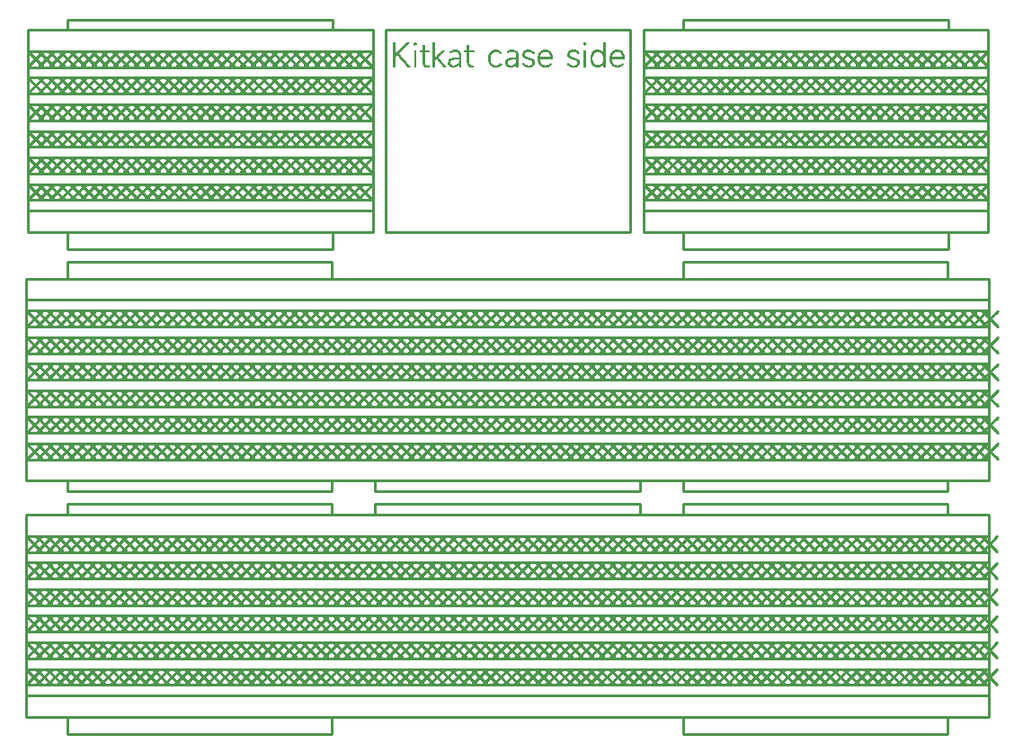
<source format=gto>
G04 Layer: TopSilkscreenLayer*
G04 EasyEDA Pro v1.7.27, 2022-08-27 22:56:56*
G04 Gerber Generator version 0.3*
G04 Scale: 100 percent, Rotated: No, Reflected: No*
G04 Dimensions in millimeters*
G04 Leading zeros omitted, absolute positions, 3 integers and 3 decimals*
%FSLAX33Y33*%
%MOMM*%
%ADD10C,0.254*%
G75*


G04 Text Start*
G04 //text:  Kitkat case side*
G36*
G01X36653Y64691D02*
G01X36643Y64690D01*
G01X36632Y64688D01*
G01X36622Y64685D01*
G01X36600Y64673D01*
G01X36579Y64659D01*
G01X36567Y64648D01*
G01X36562Y64640D01*
G01X36539Y64605D01*
G01X36534Y64595D01*
G01X36530Y64582D01*
G01X36523Y64559D01*
G01X36520Y64542D01*
G01X36519Y64526D01*
G01X36520Y64510D01*
G01X36523Y64487D01*
G01X36528Y64469D01*
G01X36532Y64460D01*
G01X36553Y64428D01*
G01X36558Y64422D01*
G01X36566Y64414D01*
G01X36574Y64407D01*
G01X36585Y64401D01*
G01X36617Y64382D01*
G01X36627Y64377D01*
G01X36637Y64373D01*
G01X36649Y64371D01*
G01X36662Y64369D01*
G01X36678Y64368D01*
G01X36693Y64369D01*
G01X36713Y64372D01*
G01X36723Y64375D01*
G01X36728Y64377D01*
G01X36774Y64401D01*
G01X36782Y64406D01*
G01X36788Y64412D01*
G01X36802Y64432D01*
G01X36812Y64442D01*
G01X36816Y64448D01*
G01X36821Y64456D01*
G01X36825Y64466D01*
G01X36830Y64479D01*
G01X36834Y64493D01*
G01X36837Y64508D01*
G01X36839Y64523D01*
G01Y64539D01*
G01Y64555D01*
G01X36836Y64574D01*
G01X36832Y64585D01*
G01X36822Y64604D01*
G01X36814Y64618D01*
G01X36800Y64635D01*
G01X36786Y64650D01*
G01X36779Y64655D01*
G01X36764Y64664D01*
G01X36747Y64673D01*
G01X36727Y64681D01*
G01X36706Y64687D01*
G01X36688Y64690D01*
G01X36670Y64691D01*
G37*
G36*
G01X52623Y64691D02*
G01X52612Y64690D01*
G01X52602Y64688D01*
G01X52592Y64685D01*
G01X52570Y64673D01*
G01X52555Y64664D01*
G01X52541Y64652D01*
G01X52527Y64636D01*
G01X52521Y64627D01*
G01X52515Y64617D01*
G01X52509Y64606D01*
G01X52504Y64595D01*
G01X52500Y64583D01*
G01X52496Y64569D01*
G01X52493Y64555D01*
G01X52490Y64539D01*
G01X52489Y64524D01*
G01X52488Y64506D01*
G01X52489Y64497D01*
G01X52499Y64465D01*
G01X52503Y64458D01*
G01X52507Y64449D01*
G01X52514Y64439D01*
G01X52527Y64423D01*
G01X52537Y64413D01*
G01X52548Y64405D01*
G01X52559Y64399D01*
G01X52580Y64389D01*
G01X52597Y64380D01*
G01X52601Y64377D01*
G01X52609Y64373D01*
G01X52620Y64371D01*
G01X52632Y64369D01*
G01X52647Y64368D01*
G01X52669Y64370D01*
G01X52681Y64372D01*
G01X52690Y64375D01*
G01X52700Y64382D01*
G01X52717Y64388D01*
G01X52734Y64394D01*
G01X52742Y64398D01*
G01X52748Y64403D01*
G01X52758Y64416D01*
G01X52770Y64428D01*
G01X52777Y64433D01*
G01X52783Y64439D01*
G01X52788Y64447D01*
G01X52792Y64457D01*
G01X52795Y64470D01*
G01X52799Y64494D01*
G01X52806Y64519D01*
G01X52809Y64535D01*
G01Y64553D01*
G01X52806Y64569D01*
G01X52804Y64576D01*
G01X52798Y64591D01*
G01X52788Y64613D01*
G01X52782Y64622D01*
G01X52769Y64636D01*
G01X52758Y64646D01*
G01X52742Y64658D01*
G01X52721Y64670D01*
G01X52707Y64678D01*
G01X52686Y64684D01*
G01X52675Y64687D01*
G01X52658Y64690D01*
G01X52640Y64691D01*
G37*
G36*
G01X38336Y64646D02*
G01X38336Y62336D01*
G01X38557D01*
G01Y62646D01*
G01X38561Y62899D01*
G01X38564Y62944D01*
G01X38568Y62968D01*
G01X38569Y62975D01*
G01X38570Y62977D01*
G01X38578Y62989D01*
G01X38588Y63002D01*
G01X38595Y63008D01*
G01X38605Y63015D01*
G01X38617Y63027D01*
G01X38632Y63046D01*
G01X38652Y63062D01*
G01X38663Y63073D01*
G01X38674Y63086D01*
G01X38681Y63091D01*
G01X38690Y63095D01*
G01X38700Y63098D01*
G01X38711Y63099D01*
G01X38715D01*
G01X38719Y63098D01*
G01X38722Y63097D01*
G01X38725Y63095D01*
G01X38727Y63092D01*
G01X38731Y63082D01*
G01X38735Y63076D01*
G01X38740Y63071D01*
G01X38753Y63061D01*
G01X38759Y63054D01*
G01X38765Y63047D01*
G01X38779Y63022D01*
G01X38786Y63013D01*
G01X38802Y62994D01*
G01X38812Y62981D01*
G01X38823Y62969D01*
G01X38836Y62959D01*
G01X38841Y62954D01*
G01X38845Y62948D01*
G01X38851Y62935D01*
G01X38854Y62929D01*
G01X38857Y62923D01*
G01X38867Y62913D01*
G01X38880Y62895D01*
G01X38891Y62882D01*
G01X38904Y62872D01*
G01X38910Y62867D01*
G01X38916Y62860D01*
G01X38922Y62853D01*
G01X38936Y62828D01*
G01X38943Y62819D01*
G01X38959Y62800D01*
G01X38969Y62787D01*
G01X38980Y62775D01*
G01X38993Y62765D01*
G01X38998Y62760D01*
G01X39002Y62754D01*
G01X39008Y62741D01*
G01X39011Y62734D01*
G01X39015Y62729D01*
G01X39024Y62719D01*
G01X39037Y62701D01*
G01X39051Y62683D01*
G01X39070Y62661D01*
G01X39079Y62648D01*
G01X39091Y62637D01*
G01X39104Y62627D01*
G01X39109Y62621D01*
G01X39113Y62616D01*
G01X39119Y62602D01*
G01X39123Y62596D01*
G01X39128Y62591D01*
G01X39141Y62581D01*
G01X39147Y62574D01*
G01X39153Y62567D01*
G01X39167Y62542D01*
G01X39174Y62533D01*
G01X39190Y62514D01*
G01X39199Y62500D01*
G01X39211Y62489D01*
G01X39224Y62479D01*
G01X39229Y62474D01*
G01X39233Y62468D01*
G01X39239Y62454D01*
G01X39243Y62448D01*
G01X39248Y62443D01*
G01X39261Y62433D01*
G01X39266Y62428D01*
G01X39270Y62422D01*
G01X39276Y62408D01*
G01X39279Y62402D01*
G01X39283Y62397D01*
G01X39291Y62387D01*
G01X39305Y62369D01*
G01X39311Y62362D01*
G01X39317Y62356D01*
G01X39324Y62350D01*
G01X39333Y62345D01*
G01X39340Y62343D01*
G01X39349Y62341D01*
G01X39379Y62339D01*
G01X39481Y62336D01*
G01X39549Y62338D01*
G01X39573Y62339D01*
G01X39593Y62342D01*
G01X39600Y62344D01*
G01X39603Y62345D01*
G01X39604Y62346D01*
G01X39605Y62347D01*
G01X39606Y62348D01*
G01Y62350D01*
G01X39603Y62356D01*
G01X39600Y62363D01*
G01X39596Y62368D01*
G01X39587Y62378D01*
G01X39573Y62396D01*
G01X39563Y62409D01*
G01X39550Y62419D01*
G01X39544Y62424D01*
G01X39539Y62430D01*
G01X39535Y62436D01*
G01X39529Y62449D01*
G01X39525Y62455D01*
G01X39519Y62461D01*
G01X39507Y62470D01*
G01X39502Y62476D01*
G01X39498Y62482D01*
G01X39492Y62495D01*
G01X39488Y62501D01*
G01X39483Y62507D01*
G01X39470Y62517D01*
G01X39464Y62522D01*
G01X39460Y62528D01*
G01X39455Y62541D01*
G01X39451Y62548D01*
G01X39446Y62553D01*
G01X39433Y62563D01*
G01X39428Y62568D01*
G01X39424Y62574D01*
G01X39418Y62588D01*
G01X39414Y62594D01*
G01X39409Y62599D01*
G01X39396Y62609D01*
G01X39390Y62616D01*
G01X39384Y62623D01*
G01X39370Y62648D01*
G01X39363Y62657D01*
G01X39347Y62676D01*
G01X39337Y62689D01*
G01X39326Y62701D01*
G01X39313Y62711D01*
G01X39308Y62716D01*
G01X39303Y62722D01*
G01X39298Y62735D01*
G01X39294Y62742D01*
G01X39289Y62747D01*
G01X39276Y62757D01*
G01X39271Y62762D01*
G01X39267Y62768D01*
G01X39261Y62782D01*
G01X39258Y62788D01*
G01X39254Y62793D01*
G01X39238Y62811D01*
G01X39222Y62830D01*
G01X39185Y62877D01*
G01X39163Y62906D01*
G01X39153Y62920D01*
G01X39141Y62932D01*
G01X39128Y62942D01*
G01X39123Y62947D01*
G01X39119Y62953D01*
G01X39113Y62966D01*
G01X39109Y62972D01*
G01X39104Y62978D01*
G01X39091Y62988D01*
G01X39085Y62995D01*
G01X39079Y63002D01*
G01X39070Y63019D01*
G01X39064Y63027D01*
G01X39058Y63033D01*
G01X39045Y63043D01*
G01X39040Y63048D01*
G01X39036Y63054D01*
G01X39030Y63068D01*
G01X39027Y63074D01*
G01X39024Y63079D01*
G01X39014Y63089D01*
G01X39001Y63107D01*
G01X38990Y63120D01*
G01X38977Y63131D01*
G01X38971Y63135D01*
G01X38966Y63141D01*
G01X38962Y63147D01*
G01X38956Y63160D01*
G01X38952Y63166D01*
G01X38947Y63172D01*
G01X38934Y63181D01*
G01X38929Y63187D01*
G01X38925Y63193D01*
G01X38919Y63206D01*
G01X38915Y63212D01*
G01X38910Y63218D01*
G01X38897Y63228D01*
G01X38892Y63236D01*
G01X38888Y63244D01*
G01X38885Y63255D01*
G01X38884Y63266D01*
G01X38885Y63275D01*
G01X38886Y63279D01*
G01X38888Y63282D01*
G01X38891Y63285D01*
G01X38901Y63292D01*
G01X38912Y63304D01*
G01X38928Y63323D01*
G01X38947Y63338D01*
G01X38959Y63350D01*
G01X38974Y63369D01*
G01X38994Y63385D01*
G01X39005Y63396D01*
G01X39020Y63416D01*
G01X39039Y63431D01*
G01X39051Y63443D01*
G01X39066Y63462D01*
G01X39079Y63472D01*
G01X39105Y63491D01*
G01X39127Y63509D01*
G01X39136Y63517D01*
G01X39146Y63529D01*
G01X39153Y63539D01*
G01X39165Y63550D01*
G01X39184Y63566D01*
G01X39199Y63585D01*
G01X39211Y63597D01*
G01X39230Y63612D01*
G01X39246Y63632D01*
G01X39257Y63643D01*
G01X39277Y63658D01*
G01X39287Y63671D01*
G01X39292Y63677D01*
G01X39297Y63682D01*
G01X39303Y63686D01*
G01X39317Y63692D01*
G01X39323Y63696D01*
G01X39328Y63702D01*
G01X39338Y63714D01*
G01X39350Y63726D01*
G01X39369Y63741D01*
G01X39384Y63761D01*
G01X39396Y63772D01*
G01X39415Y63788D01*
G01X39430Y63807D01*
G01X39442Y63819D01*
G01X39455Y63828D01*
G01X39469Y63840D01*
G01X39487Y63856D01*
G01X39504Y63869D01*
G01X39517Y63880D01*
G01X39532Y63899D01*
G01X39543Y63911D01*
G01X39556Y63920D01*
G01X39561Y63925D01*
G01X39563Y63929D01*
G01X39564Y63934D01*
G01X39562Y63936D01*
G01X39554Y63938D01*
G01X39543Y63940D01*
G01X39505Y63942D01*
G01X39412Y63943D01*
G01X39317Y63941D01*
G01X39284Y63939D01*
G01X39261Y63935D01*
G01X39252Y63933D01*
G01X39248Y63932D01*
G01X39247Y63930D01*
G01X39235Y63920D01*
G01X39218Y63906D01*
G01X39205Y63896D01*
G01X39190Y63876D01*
G01X39178Y63865D01*
G01X39159Y63850D01*
G01X39143Y63831D01*
G01X39132Y63819D01*
G01X39112Y63804D01*
G01X39097Y63784D01*
G01X39086Y63773D01*
G01X39066Y63758D01*
G01X39051Y63738D01*
G01X39039Y63727D01*
G01X39020Y63711D01*
G01X39005Y63692D01*
G01X38994Y63680D01*
G01X38979Y63670D01*
G01X38963Y63656D01*
G01X38941Y63635D01*
G01X38929Y63625D01*
G01X38915Y63615D01*
G01X38904Y63604D01*
G01X38888Y63584D01*
G01X38869Y63569D01*
G01X38857Y63557D01*
G01X38842Y63538D01*
G01X38823Y63523D01*
G01X38812Y63511D01*
G01X38796Y63492D01*
G01X38777Y63477D01*
G01X38765Y63465D01*
G01X38750Y63446D01*
G01X38730Y63430D01*
G01X38719Y63419D01*
G01X38709Y63406D01*
G01X38695Y63391D01*
G01X38645Y63352D01*
G01X38634Y63343D01*
G01X38625Y63335D01*
G01X38615Y63323D01*
G01X38607Y63313D01*
G01X38601Y63307D01*
G01X38594Y63302D01*
G01X38585Y63297D01*
G01X38566Y63288D01*
G01X38562Y63329D01*
G01X38560Y63365D01*
G01X38557Y64003D01*
G01X38552Y64607D01*
G01X38550Y64636D01*
G01X38549Y64639D01*
G01Y64640D01*
G01X38548D01*
G01X38544Y64642D01*
G01X38537D01*
G01X38516Y64644D01*
G01X38437Y64646D01*
G37*
G36*
G01X54389Y64646D02*
G01X54384Y64604D01*
G01X54382Y64575D01*
G01X54379Y64147D01*
G01X54382Y63731D01*
G01X54383Y63719D01*
G01X54384Y63717D01*
G01Y63711D01*
G01X54382Y63708D01*
G01X54378Y63707D01*
G01X54370Y63708D01*
G01X54361Y63711D01*
G01X54353Y63716D01*
G01X54347Y63723D01*
G01X54340Y63735D01*
G01X54335Y63743D01*
G01X54329Y63750D01*
G01X54322Y63756D01*
G01X54312Y63764D01*
G01X54301Y63775D01*
G01X54290Y63789D01*
G01X54283Y63797D01*
G01X54274Y63805D01*
G01X54253Y63823D01*
G01X54244Y63831D01*
G01X54234Y63843D01*
G01X54226Y63853D01*
G01X54220Y63859D01*
G01X54212Y63865D01*
G01X54194Y63875D01*
G01X54184Y63881D01*
G01X54151Y63905D01*
G01X54141Y63912D01*
G01X54129Y63919D01*
G01X54111Y63926D01*
G01X54090Y63938D01*
G01X54074Y63946D01*
G01X54047Y63954D01*
G01X54018Y63966D01*
G01X54008Y63970D01*
G01X53995Y63973D01*
G01X53958Y63980D01*
G01X53940Y63985D01*
G01X53936Y63986D01*
G01X53920Y63988D01*
G01X53860Y63989D01*
G01X53839Y63990D01*
G01X53787Y63988D01*
G01X53766Y63987D01*
G01X53749Y63984D01*
G01X53742Y63983D01*
G01X53739Y63982D01*
G01X53737Y63980D01*
G01X53730Y63977D01*
G01X53721Y63973D01*
G01X53711Y63971D01*
G01X53689Y63970D01*
G01X53678Y63969D01*
G01X53668Y63966D01*
G01X53643Y63955D01*
G01X53612Y63943D01*
G01X53593Y63936D01*
G01X53575Y63927D01*
G01X53555Y63916D01*
G01X53522Y63901D01*
G01X53511Y63895D01*
G01X53500Y63888D01*
G01X53488Y63878D01*
G01X53464Y63859D01*
G01X53451Y63846D01*
G01X53432Y63833D01*
G01X53420Y63822D01*
G01X53405Y63803D01*
G01X53393Y63791D01*
G01X53374Y63776D01*
G01X53363Y63763D01*
G01X53344Y63737D01*
G01X53335Y63726D01*
G01X53318Y63703D01*
G01X53303Y63680D01*
G01X53293Y63663D01*
G01X53285Y63645D01*
G01X53275Y63623D01*
G01X53268Y63610D01*
G01X53264Y63604D01*
G01X53257Y63597D01*
G01X53254Y63591D01*
G01X53250Y63585D01*
G01X53242Y63564D01*
G01X53226Y63528D01*
G01X53213Y63484D01*
G01X53197Y63435D01*
G01X53189Y63409D01*
G01X53180Y63368D01*
G01X53178Y63343D01*
G01X53177Y63326D01*
G01X53169Y63294D01*
G01X53165Y63274D01*
G01X53163Y63266D01*
G01X53162Y63243D01*
G01X53160Y63149D01*
G01X53400D01*
G01X53401Y63247D01*
G01X53404Y63269D01*
G01X53407Y63281D01*
G01X53409Y63300D01*
G01X53410Y63322D01*
G01X53412Y63332D01*
G01X53415Y63343D01*
G01X53423Y63362D01*
G01X53426Y63373D01*
G01X53430Y63385D01*
G01X53435Y63412D01*
G01X53440Y63428D01*
G01X53444Y63437D01*
G01X53455Y63456D01*
G01X53472Y63493D01*
G01X53481Y63510D01*
G01X53506Y63551D01*
G01X53517Y63568D01*
G01X53539Y63597D01*
G01X53548Y63608D01*
G01X53556Y63617D01*
G01X53568Y63627D01*
G01X53578Y63634D01*
G01X53589Y63646D01*
G01X53599Y63659D01*
G01X53606Y63665D01*
G01X53613Y63671D01*
G01X53636Y63683D01*
G01X53649Y63692D01*
G01X53673Y63708D01*
G01X53686Y63717D01*
G01X53705Y63726D01*
G01X53724Y63733D01*
G01X53751Y63741D01*
G01X53774Y63751D01*
G01X53785Y63755D01*
G01X53796Y63758D01*
G01X53829Y63759D01*
G01X53850Y63761D01*
G01X53857Y63763D01*
G01X53866Y63765D01*
G01X53877Y63767D01*
G01X53908Y63768D01*
G01X53932Y63767D01*
G01X53951Y63765D01*
G01X53966Y63761D01*
G01X53982Y63759D01*
G01X54000Y63758D01*
G01X54010Y63757D01*
G01X54019Y63753D01*
G01X54037Y63745D01*
G01X54058Y63738D01*
G01X54085Y63732D01*
G01X54093Y63728D01*
G01X54099Y63724D01*
G01X54114Y63712D01*
G01X54139Y63698D01*
G01X54149Y63692D01*
G01X54171Y63675D01*
G01X54193Y63657D01*
G01X54213Y63639D01*
G01X54225Y63625D01*
G01X54236Y63613D01*
G01X54250Y63593D01*
G01X54264Y63578D01*
G01X54270Y63571D01*
G01X54282Y63551D01*
G01X54300Y63519D01*
G01X54323Y63472D01*
G01X54331Y63457D01*
G01X54342Y63426D01*
G01X54361Y63370D01*
G01X54365Y63356D01*
G01X54369Y63339D01*
G01X54373Y63312D01*
G01X54381Y63250D01*
G01X54386Y63225D01*
G01X54387Y63212D01*
G01X54389Y63173D01*
G01X54391Y63152D01*
G01X54393Y63144D01*
G01X54395Y63136D01*
G01Y63126D01*
G01Y63113D01*
G01X54390Y63068D01*
G01X54388Y63032D01*
G01X54386Y63013D01*
G01X54381Y62997D01*
G01X54377Y62970D01*
G01X54372Y62932D01*
G01X54368Y62912D01*
G01X54364Y62901D01*
G01X54362Y62897D01*
G01X54357Y62887D01*
G01X54352Y62878D01*
G01X54349Y62867D01*
G01X54343Y62835D01*
G01X54339Y62826D01*
G01X54337Y62822D01*
G01X54335Y62819D01*
G01X54329Y62811D01*
G01X54325Y62805D01*
G01X54321Y62797D01*
G01X54316Y62780D01*
G01X54313Y62773D01*
G01X54310Y62766D01*
G01X54301Y62756D01*
G01X54291Y62742D01*
G01X54281Y62724D01*
G01X54275Y62714D01*
G01X54259Y62692D01*
G01X54240Y62668D01*
G01X54232Y62659D01*
G01X54208Y62636D01*
G01X54190Y62623D01*
G01X54172Y62608D01*
G01X54161Y62599D01*
G01X54154Y62594D01*
G01X54135Y62581D01*
G01X54117Y62571D01*
G01X54099Y62563D01*
G01X54088Y62558D01*
G01X54063Y62549D01*
G01X54033Y62539D01*
G01X53989Y62528D01*
G01X53978Y62526D01*
G01X53963Y62524D01*
G01X53932Y62522D01*
G01X53890Y62521D01*
G01X53844Y62522D01*
G01X53826Y62524D01*
G01X53823Y62525D01*
G01X53821D01*
G01X53820Y62526D01*
G01X53817Y62528D01*
G01X53809Y62530D01*
G01X53768Y62537D01*
G01X53755Y62540D01*
G01X53737Y62546D01*
G01X53708Y62560D01*
G01X53675Y62574D01*
G01X53658Y62583D01*
G01X53627Y62604D01*
G01X53608Y62618D01*
G01X53587Y62636D01*
G01X53574Y62646D01*
G01X53569Y62652D01*
G01X53565Y62657D01*
G01X53559Y62671D01*
G01X53555Y62677D01*
G01X53550Y62682D01*
G01X53536Y62693D01*
G01X53529Y62700D01*
G01X53522Y62709D01*
G01X53515Y62720D01*
G01X53483Y62773D01*
G01X53467Y62810D01*
G01X53458Y62827D01*
G01X53451Y62839D01*
G01X53446Y62849D01*
G01X53442Y62861D01*
G01X53437Y62877D01*
G01X53419Y62941D01*
G01X53413Y62964D01*
G01X53411Y62976D01*
G01X53409Y63001D01*
G01X53407Y63017D01*
G01X53404Y63029D01*
G01X53402Y63048D01*
G01X53400Y63149D01*
G01X53160D01*
G01Y63135D01*
G01X53162Y63034D01*
G01X53163Y63011D01*
G01X53164Y63007D01*
G01X53169Y62989D01*
G01X53174Y62969D01*
G01X53186Y62898D01*
G01X53189Y62885D01*
G01X53195Y62868D01*
G01X53201Y62853D01*
G01X53204Y62844D01*
G01X53205Y62835D01*
G01X53207Y62817D01*
G01X53208Y62809D01*
G01X53211Y62800D01*
G01X53220Y62786D01*
G01X53227Y62770D01*
G01X53235Y62744D01*
G01X53243Y62729D01*
G01X53251Y62715D01*
G01X53259Y62694D01*
G01X53266Y62680D01*
G01X53280Y62657D01*
G01X53294Y62626D01*
G01X53299Y62617D01*
G01X53305Y62609D01*
G01X53312Y62604D01*
G01X53319Y62599D01*
G01X53324Y62594D01*
G01X53328Y62588D01*
G01X53333Y62574D01*
G01X53336Y62568D01*
G01X53341Y62563D01*
G01X53349Y62553D01*
G01X53363Y62535D01*
G01X53368Y62528D01*
G01X53380Y62514D01*
G01X53401Y62491D01*
G01X53427Y62460D01*
G01X53436Y62451D01*
G01X53444Y62446D01*
G01X53447Y62444D01*
G01X53457Y62440D01*
G01X53463Y62437D01*
G01X53469Y62433D01*
G01X53479Y62424D01*
G01X53497Y62410D01*
G01X53525Y62392D01*
G01X53540Y62382D01*
G01X53557Y62373D01*
G01X53594Y62354D01*
G01X53619Y62343D01*
G01X53636Y62336D01*
G01X53680Y62320D01*
G01X53701Y62315D01*
G01X53738Y62309D01*
G01X53783Y62295D01*
G01X53794Y62292D01*
G01X53811Y62291D01*
G01X53866Y62290D01*
G01X53922Y62291D01*
G01X53942Y62293D01*
G01X53966Y62299D01*
G01X53987Y62304D01*
G01X54033Y62313D01*
G01X54044Y62316D01*
G01X54058Y62321D01*
G01X54066Y62325D01*
G01X54077Y62331D01*
G01X54093Y62338D01*
G01X54119Y62347D01*
G01X54135Y62354D01*
G01X54208Y62401D01*
G01X54221Y62411D01*
G01X54232Y62424D01*
G01X54237Y62431D01*
G01X54243Y62437D01*
G01X54250Y62442D01*
G01X54268Y62453D01*
G01X54275Y62459D01*
G01X54281Y62466D01*
G01X54289Y62479D01*
G01X54295Y62488D01*
G01X54300Y62494D01*
G01X54306Y62500D01*
G01X54316Y62507D01*
G01X54321Y62513D01*
G01X54326Y62519D01*
G01X54331Y62532D01*
G01X54334Y62538D01*
G01X54338Y62544D01*
G01X54342Y62549D01*
G01X54353Y62558D01*
G01X54370Y62567D01*
G01X54389Y62576D01*
G01X54384Y62535D01*
G01X54381Y62500D01*
G01X54379Y62424D01*
G01X54380Y62393D01*
G01X54382Y62370D01*
G01X54385Y62357D01*
G01X54388Y62351D01*
G01X54391Y62347D01*
G01X54393Y62345D01*
G01X54398Y62343D01*
G01X54415Y62340D01*
G01X54444Y62338D01*
G01X54508Y62336D01*
G01X54610D01*
G01X54615Y62369D01*
G01X54616Y62419D01*
G01X54619Y63518D01*
G01Y64636D01*
G01X54589Y64642D01*
G01X54569Y64644D01*
G01X54480Y64646D01*
G37*
G36*
G01X34604Y64646D02*
G01X34599Y64622D01*
G01X34598Y64599D01*
G01X34595Y63472D01*
G01X34599Y62347D01*
G01Y62341D01*
G01X34602Y62340D01*
G01X34609Y62339D01*
G01X34632Y62337D01*
G01X34719Y62336D01*
G01X34835D01*
G01Y62835D01*
G01X34841Y63276D01*
G01X34844Y63319D01*
G01X34846Y63336D01*
G01X34847Y63340D01*
G01X34848Y63342D01*
G01Y63343D01*
G01X34849D01*
G01X34855Y63348D01*
G01X34867Y63359D01*
G01X34882Y63379D01*
G01X34902Y63394D01*
G01X34913Y63406D01*
G01X34929Y63425D01*
G01X34941Y63435D01*
G01X34955Y63444D01*
G01X34969Y63449D01*
G01X34975Y63450D01*
G01X34981Y63449D01*
G01X34987Y63446D01*
G01X34997Y63433D01*
G01X35008Y63422D01*
G01X35022Y63412D01*
G01X35029Y63404D01*
G01X35036Y63395D01*
G01X35049Y63374D01*
G01X35060Y63361D01*
G01X35067Y63355D01*
G01X35077Y63347D01*
G01X35083Y63340D01*
G01X35089Y63333D01*
G01X35098Y63316D01*
G01X35104Y63308D01*
G01X35110Y63302D01*
G01X35123Y63292D01*
G01X35135Y63281D01*
G01X35149Y63261D01*
G01X35163Y63245D01*
G01X35176Y63228D01*
G01X35187Y63215D01*
G01X35206Y63200D01*
G01X35218Y63188D01*
G01X35242Y63156D01*
G01X35260Y63134D01*
G01X35268Y63125D01*
G01X35280Y63114D01*
G01X35289Y63107D01*
G01X35294Y63102D01*
G01X35298Y63096D01*
G01X35304Y63082D01*
G01X35309Y63076D01*
G01X35314Y63071D01*
G01X35327Y63061D01*
G01X35341Y63047D01*
G01X35380Y62997D01*
G01X35389Y62986D01*
G01X35397Y62977D01*
G01X35409Y62967D01*
G01X35419Y62959D01*
G01X35424Y62954D01*
G01X35428Y62948D01*
G01X35434Y62935D01*
G01X35438Y62929D01*
G01X35443Y62923D01*
G01X35456Y62913D01*
G01X35463Y62906D01*
G01X35470Y62896D01*
G01X35484Y62875D01*
G01X35494Y62862D01*
G01X35501Y62856D01*
G01X35511Y62849D01*
G01X35523Y62837D01*
G01X35537Y62818D01*
G01X35551Y62803D01*
G01X35565Y62784D01*
G01X35575Y62772D01*
G01X35588Y62761D01*
G01X35595Y62756D01*
G01X35602Y62748D01*
G01X35608Y62740D01*
G01X35622Y62718D01*
G01X35633Y62705D01*
G01X35640Y62699D01*
G01X35650Y62691D01*
G01X35656Y62685D01*
G01X35661Y62678D01*
G01X35671Y62660D01*
G01X35677Y62653D01*
G01X35682Y62646D01*
G01X35696Y62636D01*
G01X35707Y62625D01*
G01X35722Y62605D01*
G01X35735Y62590D01*
G01X35749Y62572D01*
G01X35760Y62559D01*
G01X35772Y62549D01*
G01X35779Y62543D01*
G01X35786Y62536D01*
G01X35793Y62527D01*
G01X35807Y62506D01*
G01X35818Y62493D01*
G01X35824Y62487D01*
G01X35834Y62479D01*
G01X35846Y62468D01*
G01X35870Y62435D01*
G01X35888Y62413D01*
G01X35896Y62404D01*
G01X35907Y62394D01*
G01X35918Y62386D01*
G01X35925Y62379D01*
G01X35932Y62370D01*
G01X35938Y62360D01*
G01X35953Y62336D01*
G01X36257D01*
G01X36243Y62364D01*
G01X36238Y62371D01*
G01X36232Y62377D01*
G01X36225Y62382D01*
G01X36218Y62388D01*
G01X36211Y62395D01*
G01X36204Y62404D01*
G01X36190Y62426D01*
G01X36180Y62438D01*
G01X36173Y62444D01*
G01X36162Y62453D01*
G01X36156Y62460D01*
G01X36149Y62469D01*
G01X36135Y62490D01*
G01X36124Y62503D01*
G01X36118Y62509D01*
G01X36108Y62517D01*
G01X36096Y62528D01*
G01X36082Y62548D01*
G01X36068Y62563D01*
G01X36054Y62581D01*
G01X36044Y62594D01*
G01X36031Y62604D01*
G01X36024Y62609D01*
G01X36018Y62616D01*
G01X36013Y62623D01*
G01X36003Y62640D01*
G01X35997Y62648D01*
G01X35991Y62654D01*
G01X35985Y62659D01*
G01X35978Y62665D01*
G01X35971Y62672D01*
G01X35964Y62681D01*
G01X35950Y62702D01*
G01X35940Y62715D01*
G01X35933Y62722D01*
G01X35923Y62729D01*
G01X35911Y62741D01*
G01X35897Y62760D01*
G01X35883Y62775D01*
G01X35869Y62793D01*
G01X35859Y62806D01*
G01X35847Y62817D01*
G01X35840Y62822D01*
G01X35834Y62828D01*
G01X35828Y62836D01*
G01X35819Y62853D01*
G01X35813Y62860D01*
G01X35807Y62867D01*
G01X35800Y62872D01*
G01X35793Y62877D01*
G01X35786Y62885D01*
G01X35779Y62893D01*
G01X35766Y62915D01*
G01X35755Y62927D01*
G01X35748Y62934D01*
G01X35738Y62942D01*
G01X35727Y62953D01*
G01X35712Y62972D01*
G01X35699Y62987D01*
G01X35684Y63006D01*
G01X35674Y63018D01*
G01X35662Y63029D01*
G01X35655Y63034D01*
G01X35649Y63040D01*
G01X35643Y63048D01*
G01X35634Y63065D01*
G01X35628Y63073D01*
G01X35622Y63079D01*
G01X35608Y63090D01*
G01X35595Y63103D01*
G01X35555Y63154D01*
G01X35546Y63164D01*
G01X35538Y63173D01*
G01X35526Y63184D01*
G01X35517Y63191D01*
G01X35512Y63196D01*
G01X35508Y63202D01*
G01X35502Y63216D01*
G01X35498Y63222D01*
G01X35492Y63227D01*
G01X35479Y63238D01*
G01X35472Y63245D01*
G01X35466Y63254D01*
G01X35451Y63275D01*
G01X35441Y63288D01*
G01X35434Y63294D01*
G01X35424Y63302D01*
G01X35413Y63313D01*
G01X35398Y63332D01*
G01X35385Y63348D01*
G01X35360Y63379D01*
G01X35348Y63389D01*
G01X35341Y63395D01*
G01X35334Y63402D01*
G01X35327Y63411D01*
G01X35313Y63432D01*
G01X35302Y63445D01*
G01X35296Y63451D01*
G01X35286Y63459D01*
G01X35280Y63465D01*
G01X35274Y63473D01*
G01X35264Y63490D01*
G01X35259Y63497D01*
G01X35253Y63504D01*
G01X35239Y63514D01*
G01X35228Y63526D01*
G01X35214Y63545D01*
G01X35200Y63560D01*
G01X35186Y63579D01*
G01X35172Y63597D01*
G01X35163Y63607D01*
G01X35159Y63612D01*
G01X35156Y63618D01*
G01X35154Y63624D01*
G01X35153Y63632D01*
G01X35154Y63637D01*
G01X35157Y63643D01*
G01X35169Y63653D01*
G01X35181Y63664D01*
G01X35196Y63683D01*
G01X35216Y63699D01*
G01X35227Y63710D01*
G01X35243Y63730D01*
G01X35262Y63745D01*
G01X35273Y63757D01*
G01X35289Y63776D01*
G01X35308Y63791D01*
G01X35320Y63803D01*
G01X35335Y63822D01*
G01X35354Y63837D01*
G01X35366Y63849D01*
G01X35381Y63868D01*
G01X35400Y63884D01*
G01X35412Y63895D01*
G01X35427Y63915D01*
G01X35447Y63930D01*
G01X35458Y63941D01*
G01X35474Y63961D01*
G01X35504Y63985D01*
G01X35522Y64001D01*
G01X35552Y64026D01*
G01X35561Y64034D01*
G01X35571Y64046D01*
G01X35579Y64056D01*
G01X35590Y64068D01*
G01X35610Y64083D01*
G01X35625Y64102D01*
G01X35637Y64114D01*
G01X35656Y64129D01*
G01X35671Y64149D01*
G01X35682Y64160D01*
G01X35702Y64176D01*
G01X35717Y64195D01*
G01X35729Y64206D01*
G01X35748Y64221D01*
G01X35764Y64241D01*
G01X35775Y64252D01*
G01X35794Y64268D01*
G01X35809Y64287D01*
G01X35821Y64299D01*
G01X35840Y64314D01*
G01X35856Y64333D01*
G01X35867Y64345D01*
G01X35887Y64360D01*
G01X35897Y64373D01*
G01X35906Y64384D01*
G01X35911Y64388D01*
G01X35920Y64394D01*
G01X35929Y64401D01*
G01X35947Y64417D01*
G01X35977Y64442D01*
G01X35986Y64450D01*
G01X35996Y64462D01*
G01X36003Y64472D01*
G01X36015Y64483D01*
G01X36034Y64499D01*
G01X36050Y64518D01*
G01X36061Y64530D01*
G01X36081Y64545D01*
G01X36096Y64564D01*
G01X36108Y64576D01*
G01X36127Y64591D01*
G01X36142Y64610D01*
G01X36154Y64622D01*
G01X36166Y64631D01*
G01X36167Y64635D01*
G01X36166Y64638D01*
G01X36160Y64640D01*
G01X36155Y64642D01*
G01X36131Y64644D01*
G01X35999Y64646D01*
G01X35907Y64644D01*
G01X35876Y64641D01*
G01X35855Y64637D01*
G01X35848Y64635D01*
G01X35844Y64634D01*
G01X35843Y64633D01*
G01X35842Y64632D01*
G01X35837Y64625D01*
G01X35825Y64613D01*
G01X35806Y64598D01*
G01X35791Y64578D01*
G01X35779Y64567D01*
G01X35760Y64552D01*
G01X35744Y64532D01*
G01X35733Y64521D01*
G01X35713Y64506D01*
G01X35698Y64486D01*
G01X35686Y64475D01*
G01X35667Y64460D01*
G01X35652Y64440D01*
G01X35641Y64429D01*
G01X35621Y64413D01*
G01X35606Y64394D01*
G01X35595Y64382D01*
G01X35575Y64367D01*
G01X35559Y64348D01*
G01X35548Y64336D01*
G01X35529Y64321D01*
G01X35514Y64302D01*
G01X35502Y64290D01*
G01X35483Y64275D01*
G01X35468Y64255D01*
G01X35456Y64244D01*
G01X35437Y64228D01*
G01X35421Y64209D01*
G01X35410Y64197D01*
G01X35390Y64182D01*
G01X35375Y64163D01*
G01X35363Y64151D01*
G01X35344Y64136D01*
G01X35329Y64117D01*
G01X35317Y64105D01*
G01X35298Y64090D01*
G01X35283Y64070D01*
G01X35271Y64059D01*
G01X35252Y64044D01*
G01X35236Y64024D01*
G01X35225Y64013D01*
G01X35205Y63998D01*
G01X35190Y63978D01*
G01X35178Y63967D01*
G01X35159Y63952D01*
G01X35144Y63932D01*
G01X35133Y63921D01*
G01X35113Y63905D01*
G01X35098Y63886D01*
G01X35087Y63874D01*
G01X35067Y63859D01*
G01X35051Y63840D01*
G01X35040Y63828D01*
G01X35021Y63813D01*
G01X35006Y63794D01*
G01X34994Y63782D01*
G01X34975Y63767D01*
G01X34960Y63747D01*
G01X34948Y63736D01*
G01X34934Y63726D01*
G01X34920Y63714D01*
G01X34886Y63680D01*
G01X34869Y63665D01*
G01X34858Y63657D01*
G01X34852Y63654D01*
G01X34846Y63653D01*
G01X34843Y63656D01*
G01X34840Y63662D01*
G01X34839Y63665D01*
G01X34837Y63716D01*
G01X34835Y64160D01*
G01Y64646D01*
G37*
G36*
G01X41559Y64451D02*
G01X41554Y64428D01*
G01X41553Y64419D01*
G01X41550Y64318D01*
G01Y64174D01*
G01Y63943D01*
G01X41310D01*
G01X41304Y63914D01*
G01X41302Y63895D01*
G01X41300Y63837D01*
G01Y63740D01*
G01X41330Y63735D01*
G01X41352Y63733D01*
G01X41448Y63731D01*
G01X41550D01*
G01Y63237D01*
G01X41553Y62742D01*
G01X41554Y62730D01*
G01Y62729D01*
G01X41556Y62721D01*
G01X41559Y62700D01*
G01X41560Y62663D01*
G01X41563Y62649D01*
G01X41566Y62637D01*
G01X41571Y62615D01*
G01X41575Y62585D01*
G01X41580Y62566D01*
G01X41584Y62557D01*
G01X41591Y62546D01*
G01X41595Y62537D01*
G01X41598Y62527D01*
G01X41605Y62501D01*
G01X41608Y62493D01*
G01X41612Y62487D01*
G01X41625Y62471D01*
G01X41648Y62434D01*
G01X41670Y62405D01*
G01X41679Y62395D01*
G01X41693Y62382D01*
G01X41702Y62376D01*
G01X41723Y62364D01*
G01X41732Y62357D01*
G01X41740Y62350D01*
G01X41754Y62341D01*
G01X41779Y62327D01*
G01X41802Y62313D01*
G01X41811Y62310D01*
G01X41821Y62307D01*
G01X41843Y62301D01*
G01X41864Y62295D01*
G01X41873Y62290D01*
G01X41879Y62288D01*
G01X41888Y62286D01*
G01X41916Y62283D01*
G01X41980Y62281D01*
G01X42007D01*
G01X42108Y62282D01*
G01X42131Y62284D01*
G01X42136Y62285D01*
G01X42178Y62299D01*
G01X42190Y62304D01*
G01X42201Y62310D01*
G01X42209Y62316D01*
G01X42212Y62319D01*
G01X42215Y62322D01*
G01X42217Y62327D01*
G01X42220Y62342D01*
G01X42223Y62367D01*
G01X42224Y62419D01*
G01X42223Y62456D01*
G01X42222Y62475D01*
G01X42219Y62494D01*
G01X42216Y62502D01*
G01X42214Y62507D01*
G01X42213Y62509D01*
G01X42210Y62512D01*
G01X42203Y62515D01*
G01X42194Y62517D01*
G01X42184Y62515D01*
G01X42161Y62507D01*
G01X42148Y62504D01*
G01X42134Y62500D01*
G01X42118Y62498D01*
G01X42090Y62495D01*
G01X42044Y62493D01*
G01X42030D01*
G01X42005Y62494D01*
G01X41981Y62496D01*
G01X41970Y62498D01*
G01X41965Y62500D01*
G01X41954Y62507D01*
G01X41937Y62514D01*
G01X41919Y62520D01*
G01X41909Y62525D01*
G01X41898Y62531D01*
G01X41887Y62539D01*
G01X41876Y62549D01*
G01X41866Y62559D01*
G01X41858Y62570D01*
G01X41840Y62596D01*
G01X41829Y62611D01*
G01X41823Y62619D01*
G01X41819Y62626D01*
G01X41816Y62635D01*
G01X41810Y62657D01*
G01X41803Y62678D01*
G01X41799Y62687D01*
G01X41798Y62691D01*
G01X41796Y62712D01*
G01X41791Y62993D01*
G01X41790Y63218D01*
G01Y63731D01*
G01X42252D01*
G01Y63943D01*
G01X41799D01*
G01X41795Y63966D01*
G01X41794Y63975D01*
G01X41791Y64075D01*
G01X41790Y64216D01*
G01Y64442D01*
G01X41760Y64448D01*
G01X41740Y64449D01*
G01X41651Y64451D01*
G37*
G36*
G01X37366Y64451D02*
G01X37361Y64428D01*
G01X37360Y64419D01*
G01X37357Y64318D01*
G01X37356Y64174D01*
G01Y63943D01*
G01X37107D01*
G01Y63740D01*
G01X37137Y63735D01*
G01X37159Y63733D01*
G01X37255Y63731D01*
G01X37356D01*
G01Y63237D01*
G01X37360Y62742D01*
G01X37361Y62730D01*
G01Y62729D01*
G01X37363Y62721D01*
G01X37364Y62710D01*
G01X37366Y62661D01*
G01X37368Y62645D01*
G01X37375Y62620D01*
G01X37384Y62578D01*
G01X37394Y62548D01*
G01X37411Y62513D01*
G01X37419Y62491D01*
G01X37428Y62474D01*
G01X37449Y62446D01*
G01X37470Y62413D01*
G01X37480Y62401D01*
G01X37487Y62394D01*
G01X37516Y62373D01*
G01X37527Y62364D01*
G01X37550Y62347D01*
G01X37585Y62325D01*
G01X37598Y62319D01*
G01X37611Y62313D01*
G01X37669Y62292D01*
G01X37675Y62290D01*
G01X37682Y62288D01*
G01X37693Y62286D01*
G01X37722Y62283D01*
G01X37813Y62281D01*
G01X37915Y62282D01*
G01X37938Y62284D01*
G01X37942Y62285D01*
G01X37980Y62299D01*
G01X38012Y62313D01*
G01X38017Y62317D01*
G01X38020Y62324D01*
G01X38023Y62336D01*
G01X38026Y62350D01*
G01X38029Y62378D01*
G01X38030Y62428D01*
G01X38031Y62442D01*
G01X38030Y62463D01*
G01X38029Y62480D01*
G01X38025Y62498D01*
G01X38023Y62504D01*
G01X38022Y62506D01*
G01X38019Y62510D01*
G01X38017Y62512D01*
G01X38010Y62515D01*
G01X38001Y62517D01*
G01X37991Y62515D01*
G01X37968Y62507D01*
G01X37955Y62504D01*
G01X37940Y62500D01*
G01X37925Y62498D01*
G01X37897Y62495D01*
G01X37850Y62493D01*
G01X37837D01*
G01X37811Y62494D01*
G01X37788Y62496D01*
G01X37777Y62498D01*
G01X37772Y62500D01*
G01X37760Y62507D01*
G01X37744Y62514D01*
G01X37726Y62520D01*
G01X37715Y62525D01*
G01X37705Y62531D01*
G01X37694Y62539D01*
G01X37683Y62549D01*
G01X37674Y62557D01*
G01X37664Y62568D01*
G01X37632Y62614D01*
G01X37627Y62624D01*
G01X37622Y62634D01*
G01X37617Y62657D01*
G01X37610Y62678D01*
G01X37606Y62687D01*
G01X37605Y62691D01*
G01X37603Y62712D01*
G01X37597Y62993D01*
G01Y63218D01*
G01Y63731D01*
G01X38058D01*
G01Y63943D01*
G01X37606D01*
G01X37601Y63966D01*
G01X37600Y63975D01*
G01X37597Y64075D01*
G01Y64216D01*
G01Y64442D01*
G01X37567Y64448D01*
G01X37546Y64449D01*
G01X37458Y64451D01*
G37*
G36*
G01X51548Y63990D02*
G01X51455Y63988D01*
G01X51433Y63986D01*
G01X51429Y63985D01*
G01X51387Y63971D01*
G01X51360Y63963D01*
G01X51324Y63955D01*
G01X51303Y63948D01*
G01X51279Y63936D01*
G01X51248Y63925D01*
G01X51235Y63920D01*
G01X51221Y63914D01*
G01X51214Y63909D01*
G01X51206Y63902D01*
G01X51188Y63888D01*
G01X51162Y63869D01*
G01X51140Y63851D01*
G01X51131Y63843D01*
G01X51121Y63831D01*
G01X51114Y63821D01*
G01X51102Y63810D01*
G01X51089Y63800D01*
G01X51084Y63795D01*
G01X51080Y63789D01*
G01X51074Y63775D01*
G01X51071Y63769D01*
G01X51068Y63764D01*
G01X51059Y63753D01*
G01X51049Y63737D01*
G01X51031Y63694D01*
G01X51022Y63675D01*
G01X51015Y63654D01*
G01X51007Y63621D01*
G01X50999Y63602D01*
G01X50997Y63596D01*
G01X50993Y63579D01*
G01X50991Y63553D01*
G01X50989Y63500D01*
G01X50991Y63451D01*
G01X50992Y63431D01*
G01X50995Y63414D01*
G01X50997Y63408D01*
G01X50998Y63404D01*
G01X51003Y63395D01*
G01X51007Y63387D01*
G01X51010Y63377D01*
G01X51015Y63355D01*
G01X51020Y63341D01*
G01X51024Y63333D01*
G01X51036Y63314D01*
G01X51049Y63288D01*
G01X51055Y63281D01*
G01X51061Y63274D01*
G01X51074Y63264D01*
G01X51086Y63253D01*
G01X51101Y63233D01*
G01X51114Y63223D01*
G01X51132Y63209D01*
G01X51142Y63200D01*
G01X51150Y63194D01*
G01X51169Y63181D01*
G01X51223Y63149D01*
G01X51259Y63133D01*
G01X51277Y63124D01*
G01X51296Y63112D01*
G01X51317Y63103D01*
G01X51361Y63086D01*
G01X51410Y63071D01*
G01X51456Y63057D01*
G01X51487Y63048D01*
G01X51529Y63040D01*
G01X51545Y63035D01*
G01X51554Y63031D01*
G01X51561Y63027D01*
G01X51571Y63022D01*
G01X51591Y63018D01*
G01X51639Y63010D01*
G01X51659Y63006D01*
G01X51701Y62992D01*
G01X51745Y62976D01*
G01X51798Y62955D01*
G01X51817Y62946D01*
G01X51824Y62941D01*
G01X51835Y62932D01*
G01X51842Y62926D01*
G01X51873Y62906D01*
G01X51883Y62898D01*
G01X51892Y62887D01*
G01X51922Y62840D01*
G01X51927Y62832D01*
G01X51930Y62823D01*
G01X51933Y62814D01*
G01X51936Y62803D01*
G01X51938Y62789D01*
G01X51940Y62761D01*
G01Y62724D01*
G01Y62699D01*
G01X51938Y62675D01*
G01X51935Y62664D01*
G01X51934Y62659D01*
G01X51931Y62655D01*
G01X51901Y62607D01*
G01X51893Y62598D01*
G01X51885Y62591D01*
G01X51876Y62586D01*
G01X51860Y62576D01*
G01X51851Y62569D01*
G01X51843Y62563D01*
G01X51827Y62553D01*
G01X51784Y62535D01*
G01X51764Y62526D01*
G01X51750Y62522D01*
G01X51734Y62519D01*
G01X51663Y62509D01*
G01X51636Y62505D01*
G01X51607Y62503D01*
G01X51567Y62502D01*
G01X51523Y62503D01*
G01X51500Y62505D01*
G01X51447Y62521D01*
G01X51387Y62537D01*
G01X51370Y62544D01*
G01X51349Y62558D01*
G01X51314Y62576D01*
G01X51271Y62604D01*
G01X51245Y62623D01*
G01X51234Y62632D01*
G01X51224Y62641D01*
G01X51210Y62655D01*
G01X51204Y62664D01*
G01X51193Y62685D01*
G01X51186Y62694D01*
G01X51169Y62713D01*
G01X51160Y62726D01*
G01X51148Y62741D01*
G01X51142Y62747D01*
G01X51135Y62753D01*
G01X51128Y62755D01*
G01X51121D01*
G01X51114Y62752D01*
G01X51098Y62743D01*
G01X51066Y62729D01*
G01X51053Y62722D01*
G01X51047Y62717D01*
G01X51040Y62710D01*
G01X51026Y62701D01*
G01X51000Y62687D01*
G01X50957Y62659D01*
G01X50951Y62654D01*
G01X50949Y62647D01*
G01Y62638D01*
G01X50952Y62627D01*
G01X50962Y62607D01*
G01X50966Y62600D01*
G01X50975Y62590D01*
G01X50989Y62572D01*
G01X51000Y62559D01*
G01X51012Y62549D01*
G01X51019Y62544D01*
G01X51024Y62538D01*
G01X51028Y62532D01*
G01X51034Y62519D01*
G01X51038Y62513D01*
G01X51043Y62507D01*
G01X51056Y62498D01*
G01X51068Y62486D01*
G01X51078Y62472D01*
G01X51085Y62466D01*
G01X51094Y62459D01*
G01X51132Y62434D01*
G01X51166Y62410D01*
G01X51188Y62396D01*
G01X51205Y62386D01*
G01X51223Y62378D01*
G01X51250Y62366D01*
G01X51267Y62357D01*
G01X51279Y62350D01*
G01X51287Y62347D01*
G01X51297Y62343D01*
G01X51319Y62338D01*
G01X51340Y62331D01*
G01X51365Y62321D01*
G01X51378Y62317D01*
G01X51400Y62313D01*
G01X51468Y62302D01*
G01X51480Y62301D01*
G01X51519Y62299D01*
G01X51532Y62298D01*
G01X51535Y62297D01*
G01X51538Y62296D01*
G01X51539Y62295D01*
G01X51544Y62292D01*
G01X51556Y62291D01*
G01X51599Y62290D01*
G01X51640Y62291D01*
G01X51662Y62293D01*
G01X51668Y62295D01*
G01X51676Y62297D01*
G01X51686Y62298D01*
G01X51736Y62300D01*
G01X51753Y62302D01*
G01X51777Y62309D01*
G01X51809Y62316D01*
G01X51830Y62322D01*
G01X51858Y62335D01*
G01X51885Y62343D01*
G01X51904Y62350D01*
G01X51913Y62354D01*
G01X51950Y62373D01*
G01X51969Y62385D01*
G01X51991Y62401D01*
G01X52021Y62424D01*
G01X52035Y62434D01*
G01X52047Y62445D01*
G01X52062Y62464D01*
G01X52075Y62475D01*
G01X52081Y62480D01*
G01X52087Y62487D01*
G01X52093Y62494D01*
G01X52107Y62519D01*
G01X52114Y62528D01*
G01X52121Y62536D01*
G01X52130Y62552D01*
G01X52135Y62563D01*
G01X52151Y62606D01*
G01X52161Y62640D01*
G01X52172Y62685D01*
G01X52176Y62701D01*
G01X52178Y62712D01*
G01X52180Y62729D01*
G01X52181Y62784D01*
G01X52180Y62822D01*
G01X52179Y62841D01*
G01X52176Y62859D01*
G01X52173Y62870D01*
G01X52163Y62891D01*
G01X52156Y62919D01*
G01X52153Y62930D01*
G01X52148Y62941D01*
G01X52143Y62950D01*
G01X52111Y62994D01*
G01X52100Y63006D01*
G01X52080Y63021D01*
G01X52065Y63040D01*
G01X52054Y63052D01*
G01X52034Y63066D01*
G01X52018Y63080D01*
G01X52011Y63085D01*
G01X51991Y63098D01*
G01X51938Y63131D01*
G01X51901Y63147D01*
G01X51884Y63156D01*
G01X51873Y63163D01*
G01X51864Y63166D01*
G01X51855Y63169D01*
G01X51833Y63175D01*
G01X51819Y63179D01*
G01X51810Y63184D01*
G01X51799Y63190D01*
G01X51791Y63194D01*
G01X51781Y63197D01*
G01X51749Y63204D01*
G01X51686Y63223D01*
G01X51663Y63229D01*
G01X51638Y63234D01*
G01X51607Y63239D01*
G01X51593Y63242D01*
G01X51576Y63249D01*
G01X51552Y63259D01*
G01X51518Y63267D01*
G01X51497Y63274D01*
G01X51469Y63287D01*
G01X51447Y63292D01*
G01X51436Y63295D01*
G01X51421Y63300D01*
G01X51413Y63304D01*
G01X51393Y63315D01*
G01X51362Y63329D01*
G01X51349Y63336D01*
G01X51343Y63340D01*
G01X51324Y63357D01*
G01X51311Y63366D01*
G01X51299Y63378D01*
G01X51284Y63397D01*
G01X51271Y63408D01*
G01X51265Y63413D01*
G01X51260Y63419D01*
G01X51256Y63427D01*
G01X51253Y63435D01*
G01X51243Y63467D01*
G01X51241Y63476D01*
G01X51236Y63499D01*
G01X51234Y63514D01*
G01X51232Y63530D01*
G01Y63546D01*
G01Y63562D01*
G01X51234Y63579D01*
G01X51237Y63593D01*
G01X51241Y63612D01*
G01X51246Y63621D01*
G01X51274Y63667D01*
G01X51283Y63678D01*
G01X51292Y63687D01*
G01X51302Y63695D01*
G01X51335Y63716D01*
G01X51359Y63733D01*
G01X51370Y63739D01*
G01X51383Y63744D01*
G01X51396Y63749D01*
G01X51422Y63758D01*
G01X51493Y63772D01*
G01X51507Y63774D01*
G01X51540Y63776D01*
G01X51585Y63777D01*
G01X51641Y63776D01*
G01X51661Y63774D01*
G01X51676Y63770D01*
G01X51697Y63766D01*
G01X51723Y63761D01*
G01X51739Y63756D01*
G01X51747Y63751D01*
G01X51768Y63740D01*
G01X51800Y63726D01*
G01X51810Y63720D01*
G01X51821Y63714D01*
G01X51862Y63685D01*
G01X51875Y63674D01*
G01X51885Y63662D01*
G01X51890Y63655D01*
G01X51896Y63650D01*
G01X51902Y63646D01*
G01X51915Y63640D01*
G01X51920Y63636D01*
G01X51924Y63631D01*
G01X51930Y63618D01*
G01X51934Y63612D01*
G01X51939Y63607D01*
G01X51952Y63596D01*
G01X51959Y63589D01*
G01X51966Y63580D01*
G01X51980Y63558D01*
G01X51990Y63546D01*
G01X51997Y63540D01*
G01X52001Y63537D01*
G01X52008Y63534D01*
G01X52017Y63535D01*
G01X52027Y63539D01*
G01X52037Y63546D01*
G01X52067Y63569D01*
G01X52146Y63625D01*
G01X52160Y63637D01*
G01X52167Y63643D01*
G01X52172Y63651D01*
G01X52174Y63660D01*
G01X52172Y63669D01*
G01X52167Y63680D01*
G01X52156Y63698D01*
G01X52135Y63726D01*
G01X52112Y63756D01*
G01X52102Y63770D01*
G01X52090Y63781D01*
G01X52071Y63797D01*
G01X52061Y63809D01*
G01X52056Y63816D01*
G01X52049Y63822D01*
G01X52042Y63828D01*
G01X52017Y63842D01*
G01X52008Y63848D01*
G01X52000Y63856D01*
G01X51993Y63861D01*
G01X51973Y63874D01*
G01X51927Y63902D01*
G01X51909Y63911D01*
G01X51892Y63920D01*
G01X51849Y63939D01*
G01X51829Y63948D01*
G01X51819Y63952D01*
G01X51806Y63955D01*
G01X51780Y63960D01*
G01X51764Y63965D01*
G01X51755Y63969D01*
G01X51743Y63975D01*
G01X51734Y63978D01*
G01X51723Y63980D01*
G01X51697Y63981D01*
G01X51676Y63983D01*
G01X51668Y63985D01*
G01X51663Y63986D01*
G01X51645Y63988D01*
G37*
G36*
G01X47332Y63990D02*
G01X47234Y63988D01*
G01X47212Y63986D01*
G01X47208Y63985D01*
G01X47165Y63971D01*
G01X47139Y63963D01*
G01X47103Y63955D01*
G01X47082Y63948D01*
G01X47048Y63932D01*
G01X47021Y63920D01*
G01X47008Y63914D01*
G01X47002Y63909D01*
G01X46986Y63896D01*
G01X46949Y63872D01*
G01X46921Y63851D01*
G01X46910Y63842D01*
G01X46901Y63834D01*
G01X46891Y63822D01*
G01X46851Y63767D01*
G01X46815Y63708D01*
G01X46810Y63700D01*
G01X46807Y63692D01*
G01X46803Y63682D01*
G01X46796Y63650D01*
G01X46787Y63618D01*
G01X46782Y63597D01*
G01X46779Y63580D01*
G01X46778Y63555D01*
G01X46777Y63538D01*
G01X46771Y63516D01*
G01X46769Y63497D01*
G01Y63475D01*
G01X46771Y63457D01*
G01X46775Y63441D01*
G01X46780Y63418D01*
G01X46785Y63388D01*
G01X46788Y63374D01*
G01X46794Y63357D01*
G01X46815Y63315D01*
G01X46824Y63299D01*
G01X46830Y63290D01*
G01X46847Y63271D01*
G01X46856Y63258D01*
G01X46868Y63247D01*
G01X46887Y63231D01*
G01X46898Y63218D01*
G01X46903Y63212D01*
G01X46908Y63207D01*
G01X46914Y63203D01*
G01X46928Y63197D01*
G01X46934Y63194D01*
G01X46939Y63190D01*
G01X46956Y63175D01*
G01X46976Y63163D01*
G01X46994Y63153D01*
G01X47011Y63145D01*
G01X47038Y63133D01*
G01X47056Y63124D01*
G01X47075Y63112D01*
G01X47096Y63103D01*
G01X47140Y63086D01*
G01X47202Y63066D01*
G01X47223Y63060D01*
G01X47244Y63054D01*
G01X47282Y63047D01*
G01X47341Y63029D01*
G01X47367Y63021D01*
G01X47424Y63008D01*
G01X47447Y63001D01*
G01X47507Y62983D01*
G01X47552Y62967D01*
G01X47569Y62959D01*
G01X47580Y62954D01*
G01X47590Y62948D01*
G01X47613Y62932D01*
G01X47628Y62923D01*
G01X47645Y62913D01*
G01X47653Y62908D01*
G01X47659Y62902D01*
G01X47673Y62882D01*
G01X47687Y62867D01*
G01X47693Y62859D01*
G01X47706Y62840D01*
G01X47712Y62827D01*
G01X47719Y62807D01*
G01X47724Y62784D01*
G01X47727Y62760D01*
G01X47729Y62735D01*
G01Y62720D01*
G01X47728Y62704D01*
G01X47725Y62685D01*
G01X47722Y62673D01*
G01X47719Y62669D01*
G01X47696Y62623D01*
G01X47691Y62616D01*
G01X47685Y62609D01*
G01X47671Y62599D01*
G01X47660Y62588D01*
G01X47649Y62574D01*
G01X47642Y62568D01*
G01X47633Y62563D01*
G01X47622Y62558D01*
G01X47590Y62544D01*
G01X47572Y62535D01*
G01X47551Y62528D01*
G01X47519Y62521D01*
G01X47495Y62514D01*
G01X47479Y62512D01*
G01X47453Y62510D01*
G01X47438Y62507D01*
G01X47428Y62505D01*
G01X47412Y62504D01*
G01X47359Y62502D01*
G01X47313Y62503D01*
G01X47288Y62505D01*
G01X47273Y62509D01*
G01X47252Y62514D01*
G01X47226Y62519D01*
G01X47214Y62522D01*
G01X47203Y62526D01*
G01X47175Y62538D01*
G01X47147Y62546D01*
G01X47131Y62554D01*
G01X47087Y62581D01*
G01X47070Y62592D01*
G01X47041Y62614D01*
G01X47030Y62622D01*
G01X47021Y62631D01*
G01X47011Y62642D01*
G01X47004Y62652D01*
G01X46992Y62664D01*
G01X46978Y62674D01*
G01X46972Y62682D01*
G01X46965Y62690D01*
G01X46957Y62701D01*
G01X46935Y62738D01*
G01X46930Y62744D01*
G01X46923Y62748D01*
G01X46915Y62751D01*
G01X46907Y62752D01*
G01X46898Y62751D01*
G01X46889Y62750D01*
G01X46882Y62747D01*
G01X46875Y62743D01*
G01X46784Y62687D01*
G01X46758Y62676D01*
G01X46753Y62672D01*
G01X46745Y62665D01*
G01X46742Y62661D01*
G01X46740Y62656D01*
G01X46738Y62651D01*
G01X46735Y62640D01*
G01X46734Y62630D01*
G01X46735Y62622D01*
G01X46737Y62619D01*
G01X46739Y62616D01*
G01X46746Y62608D01*
G01X46751Y62601D01*
G01X46771Y62570D01*
G01X46781Y62558D01*
G01X46788Y62551D01*
G01X46798Y62543D01*
G01X46805Y62536D01*
G01X46812Y62527D01*
G01X46826Y62505D01*
G01X46835Y62496D01*
G01X46845Y62487D01*
G01X46867Y62472D01*
G01X46880Y62462D01*
G01X46886Y62455D01*
G01X46893Y62445D01*
G01X46900Y62439D01*
G01X46908Y62434D01*
G01X46930Y62421D01*
G01X46944Y62412D01*
G01X46963Y62399D01*
G01X46973Y62393D01*
G01X46983Y62387D01*
G01X47011Y62375D01*
G01X47028Y62366D01*
G01X47039Y62360D01*
G01X47049Y62354D01*
G01X47073Y62345D01*
G01X47100Y62337D01*
G01X47135Y62329D01*
G01X47156Y62322D01*
G01X47175Y62314D01*
G01X47184Y62311D01*
G01X47193Y62309D01*
G01X47211Y62308D01*
G01X47228Y62306D01*
G01X47243Y62302D01*
G01X47253Y62301D01*
G01X47281Y62299D01*
G01X47295D01*
G01X47311Y62298D01*
G01X47314Y62297D01*
G01X47316Y62296D01*
G01X47318Y62295D01*
G01X47324Y62292D01*
G01X47336Y62291D01*
G01X47383Y62290D01*
G01X47426Y62291D01*
G01X47450Y62293D01*
G01X47456Y62295D01*
G01X47464Y62297D01*
G01X47475Y62298D01*
G01X47524Y62300D01*
G01X47541Y62302D01*
G01X47572Y62311D01*
G01X47600Y62319D01*
G01X47628Y62331D01*
G01X47648Y62338D01*
G01X47671Y62343D01*
G01X47685Y62348D01*
G01X47693Y62352D01*
G01X47711Y62364D01*
G01X47743Y62381D01*
G01X47757Y62390D01*
G01X47805Y62424D01*
G01X47817Y62436D01*
G01X47832Y62455D01*
G01X47851Y62470D01*
G01X47863Y62482D01*
G01X47891Y62521D01*
G01X47897Y62530D01*
G01X47903Y62540D01*
G01X47909Y62551D01*
G01X47927Y62595D01*
G01X47937Y62614D01*
G01X47944Y62632D01*
G01X47951Y62655D01*
G01X47955Y62671D01*
G01X47958Y62686D01*
G01X47959Y62701D01*
G01X47960Y62728D01*
G01X47962Y62749D01*
G01X47964Y62756D01*
G01X47966Y62765D01*
G01X47967Y62777D01*
G01X47966Y62793D01*
G01X47964Y62812D01*
G01X47959Y62851D01*
G01X47953Y62881D01*
G01X47946Y62900D01*
G01X47941Y62909D01*
G01X47923Y62946D01*
G01X47914Y62963D01*
G01X47886Y63006D01*
G01X47881Y63012D01*
G01X47875Y63017D01*
G01X47869Y63021D01*
G01X47857Y63027D01*
G01X47851Y63031D01*
G01X47848Y63037D01*
G01X47841Y63049D01*
G01X47836Y63056D01*
G01X47830Y63061D01*
G01X47807Y63073D01*
G01X47794Y63082D01*
G01X47752Y63112D01*
G01X47724Y63131D01*
G01X47707Y63140D01*
G01X47683Y63149D01*
G01X47658Y63158D01*
G01X47628Y63172D01*
G01X47609Y63179D01*
G01X47582Y63187D01*
G01X47567Y63195D01*
G01X47559Y63200D01*
G01X47549Y63203D01*
G01X47536Y63206D01*
G01X47493Y63213D01*
G01X47475Y63218D01*
G01X47429Y63232D01*
G01X47397Y63240D01*
G01X47355Y63249D01*
G01X47343Y63252D01*
G01X47332Y63256D01*
G01X47313Y63264D01*
G01X47292Y63271D01*
G01X47270Y63276D01*
G01X47256Y63281D01*
G01X47248Y63285D01*
G01X47236Y63292D01*
G01X47228Y63296D01*
G01X47218Y63299D01*
G01X47196Y63304D01*
G01X47182Y63309D01*
G01X47174Y63313D01*
G01X47133Y63338D01*
G01X47116Y63350D01*
G01X47087Y63370D01*
G01X47076Y63380D01*
G01X47066Y63390D01*
G01X47058Y63401D01*
G01X47050Y63412D01*
G01X47027Y63449D01*
G01X47023Y63456D01*
G01X47020Y63464D01*
G01X47018Y63473D01*
G01X47017Y63490D01*
G01X47015Y63507D01*
G01X47010Y63529D01*
G01X47008Y63546D01*
G01X47010Y63564D01*
G01X47013Y63579D01*
G01X47027Y63620D01*
G01X47032Y63633D01*
G01X47038Y63647D01*
G01X47043Y63654D01*
G01X47064Y63675D01*
G01X47080Y63689D01*
G01X47100Y63703D01*
G01X47115Y63717D01*
G01X47123Y63723D01*
G01X47142Y63736D01*
G01X47154Y63742D01*
G01X47165Y63747D01*
G01X47177Y63751D01*
G01X47209Y63759D01*
G01X47234Y63766D01*
G01X47257Y63770D01*
G01X47272Y63772D01*
G01X47290Y63774D01*
G01X47338Y63777D01*
G01X47368D01*
G01X47416Y63776D01*
G01X47440Y63774D01*
G01X47455Y63770D01*
G01X47476Y63766D01*
G01X47502Y63761D01*
G01X47514Y63758D01*
G01X47525Y63753D01*
G01X47535Y63749D01*
G01X47560Y63736D01*
G01X47577Y63726D01*
G01X47622Y63699D01*
G01X47638Y63689D01*
G01X47652Y63678D01*
G01X47671Y63662D01*
G01X47685Y63652D01*
G01X47696Y63641D01*
G01X47711Y63621D01*
G01X47724Y63611D01*
G01X47731Y63606D01*
G01X47736Y63601D01*
G01X47740Y63594D01*
G01X47746Y63580D01*
G01X47751Y63572D01*
G01X47758Y63562D01*
G01X47770Y63546D01*
G01X47775Y63541D01*
G01X47780Y63538D01*
G01X47785Y63536D01*
G01X47789Y63535D01*
G01X47794D01*
G01X47798D01*
G01X47803Y63537D01*
G01X47823Y63548D01*
G01X47844Y63565D01*
G01X47874Y63587D01*
G01X47946Y63639D01*
G01X47952Y63643D01*
G01X47956Y63649D01*
G01X47959Y63655D01*
G01X47960Y63662D01*
G01X47959Y63668D01*
G01X47956Y63674D01*
G01X47952Y63680D01*
G01X47939Y63689D01*
G01X47934Y63695D01*
G01X47930Y63701D01*
G01X47924Y63715D01*
G01X47920Y63724D01*
G01X47913Y63734D01*
G01X47904Y63745D01*
G01X47895Y63756D01*
G01X47887Y63764D01*
G01X47875Y63774D01*
G01X47865Y63782D01*
G01X47854Y63794D01*
G01X47838Y63813D01*
G01X47808Y63837D01*
G01X47797Y63846D01*
G01X47790Y63852D01*
G01X47770Y63865D01*
G01X47724Y63893D01*
G01X47692Y63911D01*
G01X47683Y63916D01*
G01X47658Y63927D01*
G01X47641Y63934D01*
G01X47597Y63950D01*
G01X47535Y63971D01*
G01X47522Y63975D01*
G01X47510Y63978D01*
G01X47493Y63980D01*
G01X47472Y63982D01*
G01X47456Y63985D01*
G01X47451Y63986D01*
G01X47432Y63988D01*
G37*
G36*
G01X45803Y63990D02*
G01X45721Y63988D01*
G01X45697Y63986D01*
G01X45676Y63980D01*
G01X45635Y63971D01*
G01X45521Y63934D01*
G01X45503Y63927D01*
G01X45484Y63918D01*
G01X45465Y63906D01*
G01X45430Y63888D01*
G01X45378Y63856D01*
G01X45361Y63844D01*
G01X45332Y63823D01*
G01X45309Y63804D01*
G01X45300Y63796D01*
G01X45281Y63777D01*
G01X45277Y63772D01*
G01X45274Y63768D01*
G01X45272Y63763D01*
G01Y63759D01*
G01Y63754D01*
G01X45274Y63749D01*
G01X45277Y63745D01*
G01X45286Y63735D01*
G01X45300Y63717D01*
G01X45310Y63704D01*
G01X45323Y63694D01*
G01X45330Y63688D01*
G01X45336Y63681D01*
G01X45344Y63672D01*
G01X45357Y63651D01*
G01X45368Y63638D01*
G01X45375Y63632D01*
G01X45391Y63621D01*
G01X45401Y63615D01*
G01X45411D01*
G01X45420Y63624D01*
G01X45425Y63631D01*
G01X45430Y63636D01*
G01X45436Y63640D01*
G01X45450Y63646D01*
G01X45456Y63649D01*
G01X45461Y63653D01*
G01X45479Y63668D01*
G01X45499Y63680D01*
G01X45535Y63703D01*
G01X45552Y63712D01*
G01X45596Y63729D01*
G01X45615Y63738D01*
G01X45627Y63745D01*
G01X45637Y63749D01*
G01X45649Y63754D01*
G01X45665Y63759D01*
G01X45689Y63765D01*
G01X45713Y63770D01*
G01X45729Y63772D01*
G01X45748Y63774D01*
G01X45801Y63777D01*
G01X45835D01*
G01X45894Y63776D01*
G01X45919Y63773D01*
G01X45923Y63772D01*
G01X45965Y63759D01*
G01X45984Y63751D01*
G01X46002Y63742D01*
G01X46021Y63731D01*
G01X46055Y63712D01*
G01X46064Y63706D01*
G01X46083Y63689D01*
G01X46096Y63680D01*
G01X46101Y63674D01*
G01X46105Y63668D01*
G01X46111Y63655D01*
G01X46115Y63649D01*
G01X46120Y63643D01*
G01X46133Y63634D01*
G01X46138Y63627D01*
G01X46142Y63619D01*
G01X46147Y63602D01*
G01X46154Y63586D01*
G01X46163Y63571D01*
G01X46167Y63560D01*
G01X46170Y63547D01*
G01X46177Y63505D01*
G01X46184Y63478D01*
G01X46186Y63457D01*
G01X46187Y63420D01*
G01X46190Y63407D01*
G01X46192Y63399D01*
G01X46194Y63377D01*
G01X46195Y63325D01*
G01Y63260D01*
G01X46173Y63255D01*
G01X46164Y63254D01*
G01X46107Y63252D01*
G01X45956Y63251D01*
G01X45770Y63248D01*
G01X45751Y63247D01*
G01X45740Y63244D01*
G01X45722Y63241D01*
G01X45690Y63240D01*
G01X45677Y63238D01*
G01X45665Y63234D01*
G01X45638Y63230D01*
G01X45584Y63223D01*
G01X45565Y63219D01*
G01X45521Y63204D01*
G01X45477Y63188D01*
G01X45439Y63172D01*
G01X45392Y63149D01*
G01X45378Y63141D01*
G01X45364Y63133D01*
G01X45323Y63103D01*
G01X45297Y63084D01*
G01X45286Y63075D01*
G01X45275Y63066D01*
G01X45262Y63052D01*
G01X45256Y63043D01*
G01X45245Y63022D01*
G01X45237Y63013D01*
G01X45230Y63005D01*
G01X45225Y62998D01*
G01X45212Y62978D01*
G01X45202Y62961D01*
G01X45194Y62944D01*
G01X45189Y62932D01*
G01X45170Y62886D01*
G01X45166Y62873D01*
G01X45162Y62858D01*
G01X45159Y62841D01*
G01X45157Y62821D01*
G01X45154Y62785D01*
G01X45153Y62761D01*
G01X45383D01*
G01X45384Y62786D01*
G01X45385Y62804D01*
G01X45387Y62812D01*
G01X45404Y62860D01*
G01X45409Y62872D01*
G01X45415Y62881D01*
G01X45418Y62885D01*
G01X45421Y62888D01*
G01X45431Y62895D01*
G01X45443Y62907D01*
G01X45458Y62926D01*
G01X45471Y62937D01*
G01X45499Y62955D01*
G01X45514Y62964D01*
G01X45535Y62974D01*
G01X45579Y62989D01*
G01X45607Y62998D01*
G01X45628Y63003D01*
G01X45666Y63010D01*
G01X45690Y63017D01*
G01X45706Y63019D01*
G01X45733Y63021D01*
G01X45748Y63025D01*
G01X45756Y63027D01*
G01X45776Y63029D01*
G01X45813Y63030D01*
G01X45827Y63033D01*
G01X45839Y63036D01*
G01X45859Y63038D01*
G01X45897Y63039D01*
G01X45911Y63042D01*
G01X45919Y63044D01*
G01X45941Y63046D01*
G01X46062Y63047D01*
G01X46195D01*
G01Y62992D01*
G01Y62951D01*
G01X46192Y62930D01*
G01X46191Y62923D01*
G01X46189Y62915D01*
G01X46187Y62904D01*
G01X46186Y62855D01*
G01X46184Y62839D01*
G01X46182Y62830D01*
G01X46168Y62793D01*
G01X46149Y62747D01*
G01X46140Y62728D01*
G01X46136Y62720D01*
G01X46126Y62710D01*
G01X46113Y62692D01*
G01X46102Y62679D01*
G01X46083Y62664D01*
G01X46071Y62652D01*
G01X46061Y62639D01*
G01X46054Y62632D01*
G01X46045Y62625D01*
G01X46019Y62608D01*
G01X46004Y62597D01*
G01X45996Y62590D01*
G01X45980Y62581D01*
G01X45953Y62569D01*
G01X45936Y62560D01*
G01X45916Y62549D01*
G01X45895Y62539D01*
G01X45884Y62535D01*
G01X45871Y62531D01*
G01X45858Y62528D01*
G01X45821Y62521D01*
G01X45795Y62514D01*
G01X45772Y62509D01*
G01X45757Y62507D01*
G01X45732Y62504D01*
G01X45706Y62503D01*
G01X45687Y62502D01*
G01X45665Y62503D01*
G01X45654Y62504D01*
G01X45650Y62505D01*
G01X45648Y62506D01*
G01X45646Y62507D01*
G01X45642Y62509D01*
G01X45636Y62510D01*
G01X45614Y62512D01*
G01X45595Y62513D01*
G01X45583Y62515D01*
G01X45572Y62519D01*
G01X45548Y62529D01*
G01X45526Y62535D01*
G01X45511Y62539D01*
G01X45503Y62542D01*
G01X45496Y62546D01*
G01X45489Y62553D01*
G01X45471Y62567D01*
G01X45458Y62577D01*
G01X45448Y62590D01*
G01X45433Y62608D01*
G01X45424Y62619D01*
G01X45415Y62632D01*
G01X45406Y62651D01*
G01X45399Y62669D01*
G01X45392Y62692D01*
G01X45388Y62708D01*
G01X45385Y62725D01*
G01X45384Y62743D01*
G01X45383Y62761D01*
G01X45153D01*
G01X45152Y62705D01*
G01X45153Y62647D01*
G01X45156Y62622D01*
G01X45157Y62618D01*
G01X45170Y62581D01*
G01X45177Y62565D01*
G01X45187Y62548D01*
G01X45198Y62528D01*
G01X45213Y62496D01*
G01X45218Y62488D01*
G01X45224Y62480D01*
G01X45230Y62475D01*
G01X45243Y62464D01*
G01X45258Y62445D01*
G01X45270Y62434D01*
G01X45289Y62418D01*
G01X45300Y62405D01*
G01X45305Y62399D01*
G01X45311Y62393D01*
G01X45319Y62387D01*
G01X45345Y62373D01*
G01X45367Y62360D01*
G01X45377Y62354D01*
G01X45420Y62339D01*
G01X45439Y62329D01*
G01X45451Y62322D01*
G01X45461Y62319D01*
G01X45474Y62316D01*
G01X45517Y62309D01*
G01X45551Y62299D01*
G01X45572Y62295D01*
G01X45586Y62292D01*
G01X45614Y62290D01*
G01X45651D01*
G01X45691Y62291D01*
G01X45713Y62293D01*
G01X45720Y62295D01*
G01X45736Y62298D01*
G01X45768Y62300D01*
G01X45787Y62302D01*
G01X45817Y62311D01*
G01X45844Y62319D01*
G01X45872Y62331D01*
G01X45891Y62338D01*
G01X45918Y62347D01*
G01X45932Y62354D01*
G01X45946Y62363D01*
G01X45967Y62371D01*
G01X45984Y62381D01*
G01X46007Y62397D01*
G01X46020Y62405D01*
G01X46038Y62415D01*
G01X46046Y62421D01*
G01X46052Y62427D01*
G01X46057Y62433D01*
G01X46062Y62440D01*
G01X46067Y62445D01*
G01X46074Y62449D01*
G01X46087Y62455D01*
G01X46092Y62459D01*
G01X46096Y62464D01*
G01X46102Y62477D01*
G01X46106Y62483D01*
G01X46111Y62489D01*
G01X46124Y62499D01*
G01X46131Y62506D01*
G01X46138Y62515D01*
G01X46152Y62536D01*
G01X46162Y62549D01*
G01X46169Y62555D01*
G01X46173Y62558D01*
G01X46179Y62561D01*
G01X46184D01*
G01X46188Y62559D01*
G01X46191Y62553D01*
G01X46192Y62549D01*
G01X46194Y62531D01*
G01X46195Y62438D01*
G01Y62336D01*
G01X46427D01*
G01Y62918D01*
G01X46423Y63503D01*
G01X46422Y63513D01*
G01X46420Y63521D01*
G01X46417Y63537D01*
G01X46416Y63564D01*
G01X46413Y63579D01*
G01X46399Y63624D01*
G01X46388Y63662D01*
G01X46380Y63680D01*
G01X46375Y63692D01*
G01X46370Y63702D01*
G01X46364Y63712D01*
G01X46347Y63736D01*
G01X46339Y63749D01*
G01X46329Y63767D01*
G01X46324Y63775D01*
G01X46318Y63781D01*
G01X46305Y63791D01*
G01X46293Y63803D01*
G01X46282Y63816D01*
G01X46275Y63825D01*
G01X46267Y63833D01*
G01X46232Y63861D01*
G01X46211Y63880D01*
G01X46191Y63893D01*
G01X46138Y63925D01*
G01X46117Y63934D01*
G01X46073Y63950D01*
G01X46040Y63961D01*
G01X45995Y63971D01*
G01X45971Y63978D01*
G01X45955Y63980D01*
G01X45929Y63982D01*
G01X45914Y63985D01*
G01X45909Y63986D01*
G01X45892Y63988D01*
G37*
G36*
G01X40409Y63990D02*
G01X40337Y63988D01*
G01X40312Y63986D01*
G01X40292Y63980D01*
G01X40250Y63971D01*
G01X40137Y63934D01*
G01X40123Y63929D01*
G01X40110Y63924D01*
G01X40097Y63918D01*
G01X40086Y63911D01*
G01X39993Y63856D01*
G01X39976Y63844D01*
G01X39947Y63823D01*
G01X39901Y63787D01*
G01X39892Y63777D01*
G01X39888Y63773D01*
G01X39886Y63769D01*
G01X39885Y63765D01*
G01Y63761D01*
G01X39886Y63758D01*
G01X39887Y63754D01*
G01X39906Y63728D01*
G01X39924Y63706D01*
G01X39932Y63698D01*
G01X39944Y63687D01*
G01X39954Y63679D01*
G01X39960Y63673D01*
G01X39965Y63666D01*
G01X39975Y63648D01*
G01X39981Y63641D01*
G01X39987Y63635D01*
G01X39993Y63630D01*
G01X40006Y63621D01*
G01X40017Y63615D01*
G01X40026D01*
G01X40035Y63624D01*
G01X40040Y63631D01*
G01X40046Y63636D01*
G01X40051Y63640D01*
G01X40065Y63646D01*
G01X40071Y63650D01*
G01X40076Y63655D01*
G01X40086Y63668D01*
G01X40093Y63673D01*
G01X40101Y63677D01*
G01X40118Y63683D01*
G01X40125Y63686D01*
G01X40131Y63689D01*
G01X40142Y63699D01*
G01X40158Y63708D01*
G01X40169Y63712D01*
G01X40215Y63731D01*
G01X40231Y63738D01*
G01X40248Y63747D01*
G01X40260Y63753D01*
G01X40271Y63758D01*
G01X40283Y63761D01*
G01X40326Y63768D01*
G01X40344Y63772D01*
G01X40349Y63773D01*
G01X40365Y63775D01*
G01X40422Y63777D01*
G01X40441D01*
G01X40491Y63776D01*
G01X40515Y63774D01*
G01X40532Y63771D01*
G01X40539Y63770D01*
G01X40553Y63764D01*
G01X40573Y63757D01*
G01X40596Y63751D01*
G01X40610Y63746D01*
G01X40618Y63742D01*
G01X40674Y63707D01*
G01X40688Y63697D01*
G01X40702Y63681D01*
G01X40719Y63662D01*
G01X40751Y63620D01*
G01X40757Y63611D01*
G01X40763Y63601D01*
G01X40769Y63590D01*
G01X40774Y63579D01*
G01X40780Y63561D01*
G01X40785Y63544D01*
G01X40788Y63533D01*
G01X40797Y63486D01*
G01X40800Y63469D01*
G01X40802Y63452D01*
G01X40803Y63419D01*
G01X40805Y63407D01*
G01X40807Y63399D01*
G01X40810Y63377D01*
G01X40811Y63325D01*
G01Y63260D01*
G01X40788Y63255D01*
G01X40779Y63254D01*
G01X40722Y63252D01*
G01X40571Y63251D01*
G01X40385Y63248D01*
G01X40366Y63247D01*
G01X40356Y63244D01*
G01X40337Y63241D01*
G01X40305Y63240D01*
G01X40293Y63238D01*
G01X40282Y63235D01*
G01X40266Y63232D01*
G01X40239Y63231D01*
G01X40224Y63228D01*
G01X40216Y63225D01*
G01X40196Y63221D01*
G01X40170Y63216D01*
G01X40157Y63212D01*
G01X40146Y63209D01*
G01X40118Y63196D01*
G01X40091Y63188D01*
G01X40075Y63181D01*
G01X40052Y63169D01*
G01X40030Y63162D01*
G01X40021Y63158D01*
G01X40012Y63154D01*
G01X39984Y63135D01*
G01X39970Y63126D01*
G01X39945Y63112D01*
G01X39936Y63105D01*
G01X39917Y63089D01*
G01X39904Y63079D01*
G01X39892Y63068D01*
G01X39877Y63048D01*
G01X39864Y63038D01*
G01X39858Y63033D01*
G01X39853Y63027D01*
G01X39849Y63019D01*
G01X39843Y63002D01*
G01X39840Y62995D01*
G01X39836Y62988D01*
G01X39827Y62977D01*
G01X39818Y62961D01*
G01X39806Y62935D01*
G01X39797Y62917D01*
G01X39791Y62906D01*
G01X39787Y62895D01*
G01X39784Y62882D01*
G01X39776Y62840D01*
G01X39772Y62821D01*
G01X39771Y62817D01*
G01X39769Y62800D01*
G01X39768Y62756D01*
G01X39998D01*
G01X39999Y62784D01*
G01X40000Y62803D01*
G01X40002Y62812D01*
G01X40019Y62860D01*
G01X40024Y62872D01*
G01X40030Y62881D01*
G01X40033Y62885D01*
G01X40036Y62888D01*
G01X40046Y62895D01*
G01X40058Y62907D01*
G01X40073Y62926D01*
G01X40086Y62937D01*
G01X40114Y62955D01*
G01X40129Y62964D01*
G01X40150Y62974D01*
G01X40194Y62989D01*
G01X40228Y63000D01*
G01X40298Y63015D01*
G01X40353Y63025D01*
G01X40383Y63028D01*
G01X40420Y63029D01*
G01X40438Y63032D01*
G01X40454Y63036D01*
G01X40474Y63038D01*
G01X40512Y63039D01*
G01X40526Y63042D01*
G01X40534Y63044D01*
G01X40556Y63046D01*
G01X40673Y63047D01*
G01X40802D01*
G01X40806Y63025D01*
G01X40808Y63012D01*
G01X40810Y62999D01*
G01X40811Y62969D01*
G01X40810Y62947D01*
G01X40808Y62931D01*
G01X40804Y62915D01*
G01X40802Y62894D01*
G01X40801Y62857D01*
G01X40798Y62843D01*
G01X40788Y62807D01*
G01X40782Y62789D01*
G01X40774Y62771D01*
G01X40760Y62746D01*
G01X40751Y62729D01*
G01X40741Y62714D01*
G01X40730Y62699D01*
G01X40714Y62680D01*
G01X40705Y62667D01*
G01X40693Y62655D01*
G01X40674Y62640D01*
G01X40663Y62627D01*
G01X40658Y62621D01*
G01X40653Y62616D01*
G01X40647Y62612D01*
G01X40633Y62606D01*
G01X40619Y62599D01*
G01X40575Y62572D01*
G01X40558Y62562D01*
G01X40541Y62554D01*
G01X40529Y62549D01*
G01X40492Y62535D01*
G01X40446Y62521D01*
G01X40424Y62515D01*
G01X40411Y62513D01*
G01X40387Y62511D01*
G01X40370Y62509D01*
G01X40355Y62505D01*
G01X40342Y62504D01*
G01X40307Y62502D01*
G01X40285Y62503D01*
G01X40270Y62504D01*
G01X40265Y62505D01*
G01X40263Y62506D01*
G01X40262D01*
G01Y62507D01*
G01X40257Y62509D01*
G01X40251Y62510D01*
G01X40216Y62512D01*
G01X40195Y62514D01*
G01X40187Y62517D01*
G01X40150Y62530D01*
G01X40133Y62538D01*
G01X40116Y62546D01*
G01X40104Y62553D01*
G01X40093Y62560D01*
G01X40081Y62570D01*
G01X40075Y62577D01*
G01X40067Y62588D01*
G01X40055Y62599D01*
G01X40042Y62609D01*
G01X40036Y62617D01*
G01X40031Y62626D01*
G01X40026Y62636D01*
G01X40010Y62681D01*
G01X40005Y62694D01*
G01X40001Y62710D01*
G01X39999Y62727D01*
G01X39998Y62746D01*
G01Y62756D01*
G01X39768D01*
G01X39767Y62741D01*
G01Y62720D01*
G01X39768Y62647D01*
G01X39771Y62623D01*
G01X39772Y62618D01*
G01X39786Y62581D01*
G01X39793Y62565D01*
G01X39802Y62548D01*
G01X39813Y62528D01*
G01X39828Y62496D01*
G01X39833Y62488D01*
G01X39839Y62480D01*
G01X39845Y62475D01*
G01X39852Y62470D01*
G01X39857Y62464D01*
G01X39861Y62458D01*
G01X39867Y62445D01*
G01X39871Y62439D01*
G01X39876Y62434D01*
G01X39908Y62409D01*
G01X39949Y62378D01*
G01X39964Y62369D01*
G01X39972Y62364D01*
G01X40025Y62341D01*
G01X40050Y62329D01*
G01X40081Y62318D01*
G01X40103Y62311D01*
G01X40125Y62307D01*
G01X40176Y62298D01*
G01X40192Y62295D01*
G01X40211Y62292D01*
G01X40241Y62290D01*
G01X40266D01*
G01X40306Y62291D01*
G01X40329Y62293D01*
G01X40335Y62295D01*
G01X40351Y62298D01*
G01X40383Y62300D01*
G01X40402Y62302D01*
G01X40432Y62311D01*
G01X40460Y62319D01*
G01X40488Y62331D01*
G01X40506Y62338D01*
G01X40533Y62347D01*
G01X40548Y62354D01*
G01X40564Y62364D01*
G01X40595Y62378D01*
G01X40608Y62385D01*
G01X40615Y62390D01*
G01X40630Y62402D01*
G01X40660Y62422D01*
G01X40673Y62432D01*
G01X40679Y62439D01*
G01X40691Y62454D01*
G01X40695Y62458D01*
G01X40709Y62468D01*
G01X40719Y62479D01*
G01X40729Y62492D01*
G01X40742Y62502D01*
G01X40748Y62508D01*
G01X40754Y62514D01*
G01X40760Y62522D01*
G01X40770Y62539D01*
G01X40775Y62546D01*
G01X40781Y62553D01*
G01X40788Y62558D01*
G01X40794Y62561D01*
G01X40800Y62559D01*
G01X40804Y62554D01*
G01X40806Y62544D01*
G01X40807Y62537D01*
G01X40809Y62517D01*
G01X40811Y62429D01*
G01Y62336D01*
G01X41042D01*
G01Y62913D01*
G01X41038Y63493D01*
G01X41037Y63504D01*
G01X41035Y63512D01*
G01X41033Y63530D01*
G01X41031Y63562D01*
G01X41029Y63575D01*
G01X41014Y63620D01*
G01X41003Y63656D01*
G01X40998Y63675D01*
G01X40991Y63692D01*
G01X40940Y63772D01*
G01X40930Y63785D01*
G01X40910Y63800D01*
G01X40899Y63812D01*
G01X40884Y63831D01*
G01X40864Y63846D01*
G01X40853Y63858D01*
G01X40843Y63871D01*
G01X40838Y63876D01*
G01X40832Y63880D01*
G01X40817Y63886D01*
G01X40802Y63895D01*
G01X40783Y63908D01*
G01X40773Y63915D01*
G01X40762Y63920D01*
G01X40751Y63925D01*
G01X40705Y63943D01*
G01X40687Y63950D01*
G01X40670Y63955D01*
G01X40637Y63962D01*
G01X40605Y63971D01*
G01X40585Y63975D01*
G01X40529Y63985D01*
G01X40509Y63987D01*
G01X40450Y63989D01*
G37*
G36*
G01X44288Y63990D02*
G01X44233Y63988D01*
G01X44212Y63987D01*
G01X44205Y63985D01*
G01X44198Y63983D01*
G01X44177Y63981D01*
G01X44150Y63980D01*
G01X44138Y63978D01*
G01X44127Y63975D01*
G01X44113Y63969D01*
G01X44104Y63965D01*
G01X44094Y63963D01*
G01X44085Y63962D01*
G01X44072Y63961D01*
G01X44062Y63960D01*
G01X44053Y63957D01*
G01X44034Y63948D01*
G01X44013Y63941D01*
G01X43991Y63936D01*
G01X43977Y63931D01*
G01X43969Y63927D01*
G01X43950Y63916D01*
G01X43919Y63899D01*
G01X43905Y63890D01*
G01X43876Y63869D01*
G01X43839Y63846D01*
G01X43825Y63835D01*
G01X43805Y63819D01*
G01X43792Y63809D01*
G01X43780Y63798D01*
G01X43765Y63778D01*
G01X43753Y63768D01*
G01X43746Y63763D01*
G01X43741Y63758D01*
G01X43737Y63751D01*
G01X43731Y63738D01*
G01X43727Y63732D01*
G01X43722Y63727D01*
G01X43709Y63717D01*
G01X43704Y63711D01*
G01X43700Y63705D01*
G01X43695Y63692D01*
G01X43692Y63686D01*
G01X43687Y63680D01*
G01X43679Y63670D01*
G01X43670Y63654D01*
G01X43655Y63623D01*
G01X43651Y63616D01*
G01X43642Y63605D01*
G01X43633Y63589D01*
G01X43614Y63546D01*
G01X43603Y63522D01*
G01X43591Y63491D01*
G01X43583Y63464D01*
G01X43573Y63419D01*
G01X43554Y63361D01*
G01X43550Y63348D01*
G01X43547Y63335D01*
G01X43545Y63323D01*
G01Y63300D01*
G01X43542Y63281D01*
G01X43540Y63274D01*
G01X43539Y63268D01*
G01X43538Y63247D01*
G01X43536Y63131D01*
G01X43538Y63014D01*
G01X43539Y62991D01*
G01X43542Y62980D01*
G01X43545Y62962D01*
G01Y62939D01*
G01X43547Y62929D01*
G01X43550Y62918D01*
G01X43558Y62899D01*
G01X43562Y62888D01*
G01X43566Y62876D01*
G01X43573Y62839D01*
G01X43591Y62780D01*
G01X43600Y62754D01*
G01X43621Y62709D01*
G01X43633Y62681D01*
G01X43638Y62670D01*
G01X43644Y62660D01*
G01X43661Y62636D01*
G01X43669Y62623D01*
G01X43679Y62604D01*
G01X43685Y62594D01*
G01X43702Y62572D01*
G01X43739Y62526D01*
G01X43748Y62515D01*
G01X43756Y62506D01*
G01X43768Y62496D01*
G01X43778Y62489D01*
G01X43789Y62477D01*
G01X43799Y62464D01*
G01X43806Y62458D01*
G01X43813Y62452D01*
G01X43838Y62438D01*
G01X43847Y62431D01*
G01X43866Y62415D01*
G01X43900Y62392D01*
G01X43937Y62369D01*
G01X43949Y62362D01*
G01X43960Y62357D01*
G01X43972Y62353D01*
G01X43995Y62347D01*
G01X44016Y62341D01*
G01X44040Y62329D01*
G01X44072Y62318D01*
G01X44098Y62310D01*
G01X44143Y62299D01*
G01X44159Y62295D01*
G01X44164Y62294D01*
G01X44182Y62292D01*
G01X44275Y62290D01*
G01X44361Y62291D01*
G01X44385Y62294D01*
G01X44390Y62295D01*
G01X44398Y62297D01*
G01X44419Y62302D01*
G01X44444Y62307D01*
G01X44461Y62311D01*
G01X44469Y62315D01*
G01X44480Y62322D01*
G01X44489Y62326D01*
G01X44499Y62329D01*
G01X44521Y62334D01*
G01X44542Y62341D01*
G01X44576Y62357D01*
G01X44604Y62369D01*
G01X44617Y62375D01*
G01X44623Y62380D01*
G01X44631Y62387D01*
G01X44645Y62396D01*
G01X44663Y62406D01*
G01X44673Y62412D01*
G01X44695Y62429D01*
G01X44741Y62466D01*
G01X44752Y62474D01*
G01X44760Y62483D01*
G01X44771Y62494D01*
G01X44778Y62504D01*
G01X44790Y62516D01*
G01X44809Y62531D01*
G01X44819Y62544D01*
G01X44852Y62590D01*
G01X44861Y62604D01*
G01X44866Y62614D01*
G01X44868Y62618D01*
G01Y62622D01*
G01Y62627D01*
G01X44867Y62631D01*
G01X44865Y62634D01*
G01X44861Y62638D01*
G01X44857Y62642D01*
G01X44837Y62655D01*
G01X44822Y62666D01*
G01X44814Y62673D01*
G01X44807Y62679D01*
G01X44760Y62709D01*
G01X44713Y62743D01*
G01X44707Y62746D01*
G01X44700Y62745D01*
G01X44695Y62741D01*
G01X44685Y62724D01*
G01X44679Y62714D01*
G01X44662Y62692D01*
G01X44654Y62681D01*
G01X44645Y62672D01*
G01X44634Y62662D01*
G01X44623Y62655D01*
G01X44612Y62643D01*
G01X44602Y62630D01*
G01X44595Y62624D01*
G01X44588Y62618D01*
G01X44565Y62606D01*
G01X44552Y62597D01*
G01X44523Y62576D01*
G01X44501Y62563D01*
G01X44489Y62556D01*
G01X44464Y62544D01*
G01X44450Y62539D01*
G01X44390Y62521D01*
G01X44374Y62517D01*
G01X44358Y62514D01*
G01X44341Y62512D01*
G01X44304Y62511D01*
G01X44287Y62509D01*
G01X44279Y62507D01*
G01X44271Y62505D01*
G01X44258D01*
G01X44243D01*
G01X44224Y62507D01*
G01X44154Y62517D01*
G01X44141Y62519D01*
G01X44129Y62522D01*
G01X44118Y62526D01*
G01X44083Y62542D01*
G01X44056Y62553D01*
G01X44043Y62560D01*
G01X44037Y62565D01*
G01X44029Y62572D01*
G01X44015Y62581D01*
G01X43990Y62595D01*
G01X43982Y62602D01*
G01X43962Y62618D01*
G01X43949Y62628D01*
G01X43942Y62635D01*
G01X43935Y62644D01*
G01X43921Y62665D01*
G01X43911Y62679D01*
G01X43904Y62685D01*
G01X43894Y62692D01*
G01X43889Y62697D01*
G01X43885Y62703D01*
G01X43880Y62717D01*
G01X43872Y62731D01*
G01X43859Y62754D01*
G01X43843Y62791D01*
G01X43833Y62808D01*
G01X43827Y62820D01*
G01X43823Y62829D01*
G01X43820Y62841D01*
G01X43814Y62867D01*
G01X43811Y62879D01*
G01X43808Y62890D01*
G01X43797Y62915D01*
G01X43794Y62928D01*
G01X43785Y62978D01*
G01X43778Y63004D01*
G01X43776Y63022D01*
G01X43774Y63054D01*
G01X43772Y63067D01*
G01X43770Y63075D01*
G01X43768Y63099D01*
G01X43767Y63158D01*
G01X43768Y63217D01*
G01X43770Y63241D01*
G01X43773Y63254D01*
G01X43775Y63272D01*
G01X43777Y63304D01*
G01X43779Y63316D01*
G01X43812Y63417D01*
G01X43824Y63453D01*
G01X43829Y63472D01*
G01X43836Y63488D01*
G01X43850Y63510D01*
G01X43864Y63537D01*
G01X43870Y63547D01*
G01X43887Y63569D01*
G01X43909Y63599D01*
G01X43919Y63613D01*
G01X43931Y63624D01*
G01X43950Y63640D01*
G01X43960Y63652D01*
G01X43966Y63660D01*
G01X43973Y63666D01*
G01X43982Y63673D01*
G01X43993Y63680D01*
G01X44039Y63708D01*
G01X44056Y63717D01*
G01X44074Y63726D01*
G01X44085Y63731D01*
G01X44129Y63747D01*
G01X44157Y63756D01*
G01X44180Y63761D01*
G01X44196Y63763D01*
G01X44214Y63765D01*
G01X44263Y63768D01*
G01X44293D01*
G01X44340Y63767D01*
G01X44365Y63765D01*
G01X44388Y63759D01*
G01X44420Y63751D01*
G01X44440Y63744D01*
G01X44450Y63740D01*
G01X44475Y63727D01*
G01X44507Y63708D01*
G01X44525Y63700D01*
G01X44536Y63696D01*
G01X44544Y63691D01*
G01X44555Y63684D01*
G01X44595Y63653D01*
G01X44609Y63643D01*
G01X44621Y63632D01*
G01X44636Y63612D01*
G01X44649Y63602D01*
G01X44655Y63597D01*
G01X44660Y63591D01*
G01X44664Y63585D01*
G01X44669Y63572D01*
G01X44677Y63560D01*
G01X44681Y63555D01*
G01X44699Y63537D01*
G01X44705Y63534D01*
G01X44710Y63533D01*
G01X44716Y63534D01*
G01X44722Y63537D01*
G01X44750Y63555D01*
G01X44776Y63575D01*
G01X44804Y63596D01*
G01X44824Y63608D01*
G01X44845Y63620D01*
G01X44854Y63627D01*
G01X44861Y63634D01*
G01X44865Y63640D01*
G01X44868Y63646D01*
G01X44870Y63652D01*
G01X44872Y63659D01*
G01Y63665D01*
G01X44870Y63671D01*
G01X44866Y63675D01*
G01X44852Y63692D01*
G01X44842Y63706D01*
G01X44830Y63719D01*
G01X44814Y63737D01*
G01X44801Y63754D01*
G01X44790Y63767D01*
G01X44760Y63791D01*
G01X44739Y63809D01*
G01X44725Y63819D01*
G01X44714Y63831D01*
G01X44703Y63843D01*
G01X44698Y63848D01*
G01X44692Y63853D01*
G01X44678Y63859D01*
G01X44662Y63868D01*
G01X44639Y63884D01*
G01X44625Y63892D01*
G01X44599Y63906D01*
G01X44576Y63920D01*
G01X44561Y63927D01*
G01X44533Y63935D01*
G01X44505Y63948D01*
G01X44494Y63952D01*
G01X44482Y63955D01*
G01X44444Y63962D01*
G01X44385Y63980D01*
G01X44369Y63984D01*
G01X44347Y63987D01*
G01X44320Y63989D01*
G37*
G36*
G01X55686Y63990D02*
G01X55631Y63988D01*
G01X55610Y63987D01*
G01X55595Y63983D01*
G01X55569Y63978D01*
G01X55521Y63971D01*
G01X55502Y63966D01*
G01X55460Y63953D01*
G01X55434Y63943D01*
G01X55396Y63925D01*
G01X55374Y63911D01*
G01X55365Y63906D01*
G01X55333Y63892D01*
G01X55321Y63886D01*
G01X55310Y63878D01*
G01X55269Y63847D01*
G01X55255Y63837D01*
G01X55243Y63825D01*
G01X55228Y63806D01*
G01X55208Y63791D01*
G01X55197Y63779D01*
G01X55182Y63760D01*
G01X55169Y63749D01*
G01X55163Y63744D01*
G01X55157Y63739D01*
G01X55153Y63733D01*
G01X55148Y63719D01*
G01X55144Y63713D01*
G01X55141Y63708D01*
G01X55126Y63691D01*
G01X55113Y63671D01*
G01X55104Y63653D01*
G01X55095Y63636D01*
G01X55083Y63609D01*
G01X55074Y63591D01*
G01X55063Y63572D01*
G01X55053Y63551D01*
G01X55037Y63507D01*
G01X55029Y63479D01*
G01X55024Y63458D01*
G01X55016Y63420D01*
G01X55007Y63387D01*
G01X55003Y63366D01*
G01X54990Y63305D01*
G01X55231D01*
G01X55232Y63317D01*
G01X55233Y63334D01*
G01X55238Y63365D01*
G01X55242Y63385D01*
G01X55263Y63439D01*
G01X55268Y63456D01*
G01X55273Y63479D01*
G01X55278Y63493D01*
G01X55282Y63501D01*
G01X55330Y63579D01*
G01X55350Y63605D01*
G01X55367Y63626D01*
G01X55376Y63635D01*
G01X55387Y63645D01*
G01X55397Y63653D01*
G01X55409Y63664D01*
G01X55419Y63678D01*
G01X55426Y63685D01*
G01X55435Y63692D01*
G01X55446Y63699D01*
G01X55499Y63731D01*
G01X55520Y63740D01*
G01X55566Y63759D01*
G01X55578Y63763D01*
G01X55591Y63767D01*
G01X55606Y63770D01*
G01X55621Y63772D01*
G01X55640Y63774D01*
G01X55696Y63777D01*
G01X55732D01*
G01X55795Y63776D01*
G01X55819Y63774D01*
G01X55824Y63773D01*
G01X55866Y63759D01*
G01X55885Y63751D01*
G01X55904Y63742D01*
G01X55924Y63731D01*
G01X55955Y63717D01*
G01X55968Y63710D01*
G01X55974Y63706D01*
G01X56032Y63648D01*
G01X56046Y63632D01*
G01X56074Y63592D01*
G01X56088Y63573D01*
G01X56101Y63551D01*
G01X56108Y63539D01*
G01X56114Y63526D01*
G01X56120Y63514D01*
G01X56125Y63500D01*
G01X56131Y63479D01*
G01X56136Y63458D01*
G01X56143Y63420D01*
G01X56150Y63394D01*
G01X56155Y63367D01*
G01X56157Y63348D01*
G01X56159Y63325D01*
G01Y63308D01*
G01X56158Y63301D01*
G01Y63298D01*
G01X56157Y63297D01*
G01X56149Y63295D01*
G01X56090Y63291D01*
G01X55695Y63288D01*
G01X55247Y63291D01*
G01X55235Y63292D01*
G01X55234D01*
G01X55233D01*
G01X55232Y63296D01*
G01X55231Y63305D01*
G01X54990D01*
G01X54984Y63274D01*
G01X54983Y63266D01*
G01X54981Y63224D01*
G01X54979Y63122D01*
G01X54981Y63005D01*
G01X54983Y62982D01*
G01X54986Y62970D01*
G01X54991Y62947D01*
G01X54998Y62904D01*
G01X55003Y62886D01*
G01X55016Y62840D01*
G01X55033Y62780D01*
G01X55040Y62761D01*
G01X55051Y62736D01*
G01X55063Y62705D01*
G01X55067Y62693D01*
G01X55074Y62678D01*
G01X55079Y62671D01*
G01X55085Y62663D01*
G01X55095Y62647D01*
G01X55109Y62617D01*
G01X55113Y62609D01*
G01X55123Y62599D01*
G01X55136Y62581D01*
G01X55151Y62563D01*
G01X55169Y62541D01*
G01X55178Y62528D01*
G01X55190Y62517D01*
G01X55209Y62501D01*
G01X55225Y62482D01*
G01X55236Y62470D01*
G01X55307Y62419D01*
G01X55335Y62401D01*
G01X55372Y62378D01*
G01X55383Y62371D01*
G01X55394Y62366D01*
G01X55404Y62362D01*
G01X55439Y62352D01*
G01X55584Y62304D01*
G01X55590Y62303D01*
G01X55612Y62301D01*
G01X55737Y62299D01*
G01X55865Y62301D01*
G01X55886Y62303D01*
G01X55905Y62309D01*
G01X55937Y62316D01*
G01X55958Y62322D01*
G01X55987Y62335D01*
G01X56010Y62341D01*
G01X56020Y62343D01*
G01X56034Y62348D01*
G01X56043Y62352D01*
G01X56053Y62359D01*
G01X56069Y62366D01*
G01X56088Y62371D01*
G01X56101Y62378D01*
G01X56135Y62401D01*
G01X56175Y62426D01*
G01X56203Y62447D01*
G01X56214Y62456D01*
G01X56223Y62464D01*
G01X56233Y62476D01*
G01X56241Y62486D01*
G01X56252Y62498D01*
G01X56271Y62513D01*
G01X56282Y62526D01*
G01X56296Y62544D01*
G01X56305Y62554D01*
G01X56311Y62561D01*
G01X56333Y62596D01*
G01X56344Y62611D01*
G01X56350Y62618D01*
G01X56353Y62621D01*
G01X56355Y62625D01*
G01Y62627D01*
G01X56352Y62633D01*
G01X56329Y62650D01*
G01X56313Y62664D01*
G01X56306Y62670D01*
G01X56259Y62700D01*
G01X56225Y62724D01*
G01X56203Y62738D01*
G01X56198Y62741D01*
G01X56192Y62743D01*
G01X56187Y62744D01*
G01X56182D01*
G01X56178Y62743D01*
G01X56174Y62741D01*
G01X56170Y62737D01*
G01X56167Y62733D01*
G01X56139Y62694D01*
G01X56127Y62683D01*
G01X56108Y62667D01*
G01X56092Y62648D01*
G01X56081Y62637D01*
G01X56061Y62623D01*
G01X56046Y62608D01*
G01X56038Y62603D01*
G01X56019Y62590D01*
G01X55965Y62558D01*
G01X55945Y62549D01*
G01X55919Y62539D01*
G01X55889Y62530D01*
G01X55865Y62524D01*
G01X55841Y62519D01*
G01X55825Y62517D01*
G01X55760Y62507D01*
G01X55731Y62504D01*
G01X55700Y62503D01*
G01X55684Y62505D01*
G01X55662Y62510D01*
G01X55636Y62512D01*
G01X55619Y62514D01*
G01X55566Y62530D01*
G01X55544Y62537D01*
G01X55528Y62544D01*
G01X55505Y62558D01*
G01X55470Y62576D01*
G01X55427Y62604D01*
G01X55420Y62609D01*
G01X55413Y62617D01*
G01X55404Y62626D01*
G01X55386Y62647D01*
G01X55378Y62656D01*
G01X55366Y62666D01*
G01X55356Y62674D01*
G01X55349Y62682D01*
G01X55342Y62690D01*
G01X55335Y62701D01*
G01X55307Y62747D01*
G01X55298Y62764D01*
G01X55289Y62782D01*
G01X55278Y62810D01*
G01X55268Y62827D01*
G01X55261Y62839D01*
G01X55258Y62849D01*
G01X55255Y62861D01*
G01X55248Y62904D01*
G01X55242Y62923D01*
G01X55229Y62964D01*
G01X55225Y62978D01*
G01X55222Y62992D01*
G01X55220Y63006D01*
G01X55219Y63033D01*
G01X55217Y63053D01*
G01X55215Y63061D01*
G01X55223Y63065D01*
G01X55250Y63067D01*
G01X55656Y63075D01*
G01X55792D01*
G01X56374D01*
G01X56379Y63098D01*
G01X56383Y63126D01*
G01X56388Y63163D01*
G01X56391Y63194D01*
G01X56393Y63297D01*
G01X56392Y63373D01*
G01X56389Y63398D01*
G01X56386Y63410D01*
G01X56383Y63426D01*
G01X56382Y63453D01*
G01X56374Y63484D01*
G01X56367Y63516D01*
G01X56360Y63537D01*
G01X56349Y63561D01*
G01X56337Y63592D01*
G01X56330Y63611D01*
G01X56321Y63630D01*
G01X56309Y63650D01*
G01X56296Y63681D01*
G01X56289Y63695D01*
G01X56271Y63716D01*
G01X56252Y63746D01*
G01X56241Y63759D01*
G01X56235Y63765D01*
G01X56224Y63773D01*
G01X56213Y63784D01*
G01X56198Y63804D01*
G01X56178Y63819D01*
G01X56167Y63831D01*
G01X56156Y63844D01*
G01X56150Y63850D01*
G01X56143Y63855D01*
G01X56120Y63868D01*
G01X56106Y63876D01*
G01X56088Y63890D01*
G01X56078Y63896D01*
G01X56067Y63901D01*
G01X56040Y63914D01*
G01X56022Y63923D01*
G01X56011Y63929D01*
G01X56001Y63934D01*
G01X55977Y63943D01*
G01X55917Y63962D01*
G01X55891Y63968D01*
G01X55863Y63973D01*
G01X55791Y63983D01*
G01X55764Y63987D01*
G01X55732Y63989D01*
G37*
G36*
G01X48902Y63990D02*
G01X48861Y63989D01*
G01X48839Y63987D01*
G01X48824Y63983D01*
G01X48799Y63978D01*
G01X48751Y63971D01*
G01X48731Y63966D01*
G01X48689Y63953D01*
G01X48653Y63941D01*
G01X48635Y63936D01*
G01X48627Y63933D01*
G01X48621Y63929D01*
G01X48610Y63920D01*
G01X48594Y63911D01*
G01X48572Y63901D01*
G01X48560Y63895D01*
G01X48549Y63888D01*
G01X48514Y63861D01*
G01X48480Y63839D01*
G01X48467Y63829D01*
G01X48461Y63822D01*
G01X48454Y63812D01*
G01X48442Y63800D01*
G01X48423Y63785D01*
G01X48412Y63772D01*
G01X48399Y63755D01*
G01X48389Y63744D01*
G01X48383Y63737D01*
G01X48353Y63690D01*
G01X48333Y63662D01*
G01X48325Y63648D01*
G01X48311Y63621D01*
G01X48297Y63599D01*
G01X48290Y63583D01*
G01X48282Y63555D01*
G01X48266Y63520D01*
G01X48251Y63477D01*
G01X48246Y63461D01*
G01X48242Y63440D01*
G01X48223Y63348D01*
G01X48218Y63320D01*
G01X48216Y63304D01*
G01X48452D01*
G01Y63315D01*
G01X48454Y63329D01*
G01X48459Y63357D01*
G01X48463Y63376D01*
G01X48496Y63472D01*
G01X48500Y63485D01*
G01X48507Y63499D01*
G01X48511Y63507D01*
G01X48519Y63515D01*
G01X48528Y63531D01*
G01X48538Y63553D01*
G01X48544Y63565D01*
G01X48552Y63576D01*
G01X48583Y63617D01*
G01X48593Y63632D01*
G01X48604Y63643D01*
G01X48624Y63658D01*
G01X48634Y63671D01*
G01X48639Y63677D01*
G01X48646Y63683D01*
G01X48653Y63689D01*
G01X48676Y63702D01*
G01X48689Y63710D01*
G01X48709Y63724D01*
G01X48720Y63730D01*
G01X48731Y63735D01*
G01X48764Y63747D01*
G01X48783Y63757D01*
G01X48790Y63761D01*
G01X48801Y63765D01*
G01X48815Y63768D01*
G01X48842Y63772D01*
G01X48878Y63775D01*
G01X48962Y63777D01*
G01X49025Y63776D01*
G01X49048Y63774D01*
G01X49053Y63773D01*
G01X49096Y63759D01*
G01X49108Y63754D01*
G01X49123Y63747D01*
G01X49130Y63742D01*
G01X49138Y63736D01*
G01X49144Y63732D01*
G01X49152Y63729D01*
G01X49169Y63724D01*
G01X49177Y63720D01*
G01X49183Y63717D01*
G01X49193Y63708D01*
G01X49211Y63694D01*
G01X49224Y63683D01*
G01X49239Y63664D01*
G01X49251Y63653D01*
G01X49264Y63642D01*
G01X49271Y63635D01*
G01X49279Y63626D01*
G01X49302Y63588D01*
G01X49319Y63565D01*
G01X49327Y63551D01*
G01X49330Y63542D01*
G01X49337Y63518D01*
G01X49350Y63490D01*
G01X49353Y63479D01*
G01X49357Y63467D01*
G01X49364Y63429D01*
G01X49370Y63405D01*
G01X49373Y63389D01*
G01X49374Y63363D01*
G01X49380Y63340D01*
G01X49382Y63322D01*
G01Y63288D01*
G01X48920D01*
G01X48467Y63291D01*
G01X48456Y63292D01*
G01X48455D01*
G01X48454D01*
G01X48452Y63296D01*
G01Y63304D01*
G01X48216D01*
G01X48214Y63283D01*
G01X48210Y63241D01*
G01X48209Y63172D01*
G01X48207Y63153D01*
G01X48205Y63144D01*
G01X48203Y63137D01*
G01X48202Y63128D01*
G01X48203Y63118D01*
G01X48207Y63094D01*
G01X48209Y63068D01*
G01X48210Y62996D01*
G01X48212Y62975D01*
G01X48216Y62962D01*
G01X48218Y62946D01*
G01X48219Y62919D01*
G01X48223Y62904D01*
G01X48225Y62896D01*
G01X48230Y62876D01*
G01X48237Y62839D01*
G01X48242Y62821D01*
G01X48255Y62784D01*
G01X48269Y62752D01*
G01X48281Y62727D01*
G01X48293Y62696D01*
G01X48297Y62684D01*
G01X48304Y62669D01*
G01X48308Y62662D01*
G01X48315Y62655D01*
G01X48319Y62649D01*
G01X48322Y62643D01*
G01X48328Y62629D01*
G01X48333Y62620D01*
G01X48339Y62610D01*
G01X48370Y62570D01*
G01X48395Y62536D01*
G01X48412Y62515D01*
G01X48421Y62506D01*
G01X48432Y62496D01*
G01X48442Y62489D01*
G01X48454Y62477D01*
G01X48464Y62464D01*
G01X48470Y62458D01*
G01X48477Y62452D01*
G01X48500Y62439D01*
G01X48514Y62431D01*
G01X48543Y62410D01*
G01X48565Y62396D01*
G01X48582Y62386D01*
G01X48599Y62378D01*
G01X48643Y62360D01*
G01X48662Y62350D01*
G01X48683Y62343D01*
G01X48716Y62335D01*
G01X48746Y62322D01*
G01X48764Y62315D01*
G01X48786Y62309D01*
G01X48803Y62305D01*
G01X48825Y62303D01*
G01X48894Y62300D01*
G01X48957Y62299D01*
G01X49086Y62301D01*
G01X49106Y62303D01*
G01X49118Y62306D01*
G01X49138Y62311D01*
G01X49165Y62316D01*
G01X49177Y62319D01*
G01X49188Y62322D01*
G01X49216Y62335D01*
G01X49243Y62343D01*
G01X49262Y62350D01*
G01X49296Y62366D01*
G01X49324Y62378D01*
G01X49336Y62385D01*
G01X49343Y62390D01*
G01X49351Y62396D01*
G01X49364Y62405D01*
G01X49383Y62415D01*
G01X49393Y62422D01*
G01X49415Y62438D01*
G01X49425Y62447D01*
G01X49434Y62455D01*
G01X49444Y62467D01*
G01X49452Y62477D01*
G01X49463Y62489D01*
G01X49483Y62504D01*
G01X49498Y62523D01*
G01X49510Y62534D01*
G01X49523Y62544D01*
G01X49529Y62551D01*
G01X49535Y62559D01*
G01X49544Y62576D01*
G01X49550Y62583D01*
G01X49556Y62590D01*
G01X49563Y62595D01*
G01X49569Y62600D01*
G01X49573Y62606D01*
G01X49575Y62614D01*
G01X49576Y62623D01*
G01X49575Y62631D01*
G01X49572Y62639D01*
G01X49566Y62645D01*
G01X49558Y62650D01*
G01X49544Y62658D01*
G01X49530Y62667D01*
G01X49501Y62687D01*
G01X49462Y62712D01*
G01X49433Y62733D01*
G01X49422Y62741D01*
G01X49418Y62744D01*
G01X49413Y62745D01*
G01X49410Y62746D01*
G01X49406D01*
G01X49403Y62745D01*
G01X49400Y62743D01*
G01X49387Y62726D01*
G01X49363Y62694D01*
G01X49346Y62672D01*
G01X49337Y62663D01*
G01X49326Y62653D01*
G01X49316Y62646D01*
G01X49304Y62634D01*
G01X49294Y62621D01*
G01X49289Y62616D01*
G01X49283Y62612D01*
G01X49269Y62606D01*
G01X49253Y62597D01*
G01X49234Y62584D01*
G01X49224Y62577D01*
G01X49214Y62572D01*
G01X49186Y62560D01*
G01X49169Y62551D01*
G01X49158Y62544D01*
G01X49149Y62540D01*
G01X49139Y62537D01*
G01X49107Y62530D01*
G01X49083Y62523D01*
G01X49060Y62519D01*
G01X49045Y62517D01*
G01X48980Y62507D01*
G01X48951Y62504D01*
G01X48921Y62503D01*
G01X48905Y62505D01*
G01X48882Y62510D01*
G01X48856Y62512D01*
G01X48840Y62514D01*
G01X48833Y62517D01*
G01X48791Y62530D01*
G01X48746Y62546D01*
G01X48729Y62554D01*
G01X48717Y62560D01*
G01X48706Y62568D01*
G01X48671Y62594D01*
G01X48637Y62616D01*
G01X48624Y62626D01*
G01X48618Y62633D01*
G01X48611Y62643D01*
G01X48599Y62655D01*
G01X48586Y62664D01*
G01X48581Y62670D01*
G01X48577Y62676D01*
G01X48571Y62689D01*
G01X48568Y62695D01*
G01X48564Y62701D01*
G01X48550Y62718D01*
G01X48537Y62738D01*
G01X48509Y62784D01*
G01X48503Y62795D01*
G01X48498Y62806D01*
G01X48494Y62816D01*
G01X48485Y62844D01*
G01X48475Y62868D01*
G01X48469Y62886D01*
G01X48466Y62901D01*
G01X48459Y62949D01*
G01X48452Y62976D01*
G01X48449Y62993D01*
G01X48448Y63018D01*
G01X48445Y63034D01*
G01X48443Y63040D01*
G01X48442Y63047D01*
G01X48443Y63054D01*
G01X48445Y63061D01*
G01X48447Y63063D01*
G01X48455Y63065D01*
G01X48483Y63067D01*
G01X48722Y63074D01*
G01X49027Y63075D01*
G01X49604D01*
G01Y63116D01*
G01X49607Y63137D01*
G01X49611Y63153D01*
G01X49615Y63175D01*
G01X49618Y63191D01*
G01X49620Y63209D01*
G01X49622Y63260D01*
G01Y63292D01*
G01X49621Y63348D01*
G01X49619Y63368D01*
G01X49615Y63384D01*
G01X49611Y63409D01*
G01X49604Y63457D01*
G01X49595Y63493D01*
G01X49587Y63525D01*
G01X49580Y63546D01*
G01X49568Y63574D01*
G01X49560Y63601D01*
G01X49553Y63617D01*
G01X49539Y63641D01*
G01X49525Y63672D01*
G01X49518Y63685D01*
G01X49514Y63692D01*
G01X49501Y63707D01*
G01X49482Y63737D01*
G01X49471Y63750D01*
G01X49464Y63756D01*
G01X49454Y63764D01*
G01X49448Y63770D01*
G01X49443Y63778D01*
G01X49433Y63795D01*
G01X49427Y63801D01*
G01X49421Y63806D01*
G01X49418Y63808D01*
G01X49408Y63812D01*
G01X49402Y63816D01*
G01X49396Y63822D01*
G01X49387Y63835D01*
G01X49375Y63846D01*
G01X49336Y63874D01*
G01X49322Y63884D01*
G01X49309Y63892D01*
G01X49282Y63906D01*
G01X49259Y63920D01*
G01X49251Y63925D01*
G01X49230Y63934D01*
G01X49213Y63940D01*
G01X49195Y63946D01*
G01X49163Y63953D01*
G01X49131Y63962D01*
G01X49110Y63966D01*
G01X49064Y63975D01*
G01X49036Y63980D01*
G01X48999Y63985D01*
G01X48960Y63988D01*
G37*
G36*
G01X52624Y63953D02*
G01X52605Y63952D01*
G01X52588Y63951D01*
G01X52569Y63947D01*
G01X52559Y63943D01*
G01X52553Y63940D01*
G01X52550Y63939D01*
G01X52548Y63934D01*
G01X52546Y63923D01*
G01X52542Y63884D01*
G01X52533Y63482D01*
G01X52532Y63135D01*
G01X52535Y62350D01*
G01X52536Y62342D01*
G01Y62341D01*
G01X52545Y62339D01*
G01X52603Y62337D01*
G01X52652Y62336D01*
G01X52763D01*
G01Y63943D01*
G01X52721Y63948D01*
G01X52682Y63951D01*
G37*
G36*
G01X36655Y63953D02*
G01X36635Y63952D01*
G01X36618Y63951D01*
G01X36600Y63947D01*
G01X36589Y63943D01*
G01X36583Y63940D01*
G01X36581Y63939D01*
G01X36579Y63934D01*
G01X36577Y63923D01*
G01X36572Y63884D01*
G01X36563Y63482D01*
G01X36562Y63135D01*
G01X36566Y62350D01*
G01Y62342D01*
G01X36567Y62341D01*
G01X36575Y62339D01*
G01X36633Y62337D01*
G01X36682Y62336D01*
G01X36793D01*
G01Y63943D01*
G01X36751Y63948D01*
G01X36713Y63951D01*
G37*
G04 Text End*

G04 PolygonModel Start*
G54D10*
G01X30511Y36889D02*
G01X29038Y35416D01*
G01X29035D01*
G01X26511Y36889D02*
G01X25038Y35416D01*
G01X25035D01*
G01X24514Y35442D02*
G01X23040Y36915D01*
G01X23038D01*
G01X25514Y35442D02*
G01X24040Y36915D01*
G01X24038D01*
G01X23514Y35442D02*
G01X22040Y36915D01*
G01X22038D01*
G01X22514Y35442D02*
G01X21040Y36915D01*
G01X21038D01*
G01X20514Y35442D02*
G01X19040Y36915D01*
G01X19038D01*
G01X175Y48830D02*
G01X32675Y48830D01*
G01X175Y49830D02*
G01X32675Y49830D01*
G01X175Y59830D02*
G01X32675Y59830D01*
G01X175Y58830D02*
G01X32675Y58830D01*
G01X175Y63830D02*
G01X1648Y62357D01*
G01X1651D01*
G01X175Y57330D02*
G01X32675Y57330D01*
G01X175Y52330D02*
G01X32675Y52330D01*
G01X175Y51330D02*
G01X32675Y51330D01*
G01X175Y53830D02*
G01X32675Y53830D01*
G01X175Y53830D02*
G01X1648Y52357D01*
G01X1651D01*
G01X175Y54830D02*
G01X32675Y54830D01*
G01X175Y56330D02*
G01X32675Y56330D01*
G01X175Y56330D02*
G01X1648Y54857D01*
G01X1651D01*
G01X175Y63830D02*
G01X32675Y63830D01*
G01X175Y62330D02*
G01X32675Y62330D01*
G01X175Y61330D02*
G01X32675Y61330D01*
G01X21199Y52357D02*
G01X22672Y53830D01*
G01X22675D01*
G01X27199Y52357D02*
G01X28672Y53830D01*
G01X28675D01*
G01X25199Y52357D02*
G01X26672Y53830D01*
G01X26675D01*
G01X26199Y52357D02*
G01X27672Y53830D01*
G01X27675D01*
G01X52511Y36889D02*
G01X51038Y35416D01*
G01X51035D01*
G01X21175Y51330D02*
G01X22648Y49857D01*
G01X22651D01*
G01X20199Y49857D02*
G01X21672Y51330D01*
G01X21675D01*
G01X20175Y51330D02*
G01X21648Y49857D01*
G01X21651D01*
G01X19175Y51330D02*
G01X20648Y49857D01*
G01X20651D01*
G01X22175Y51330D02*
G01X23648Y49857D01*
G01X23651D01*
G01X21199Y49857D02*
G01X22672Y51330D01*
G01X22675D01*
G01X22199Y49857D02*
G01X23672Y51330D01*
G01X23675D01*
G01X175Y51330D02*
G01X1648Y49857D01*
G01X1651D01*
G01X199Y49857D02*
G01X1672Y51330D01*
G01X1675D01*
G01X4175Y51330D02*
G01X5648Y49857D01*
G01X5651D01*
G01X3175Y51330D02*
G01X4648Y49857D01*
G01X4651D01*
G01X5175Y51330D02*
G01X6648Y49857D01*
G01X6651D01*
G01X2199Y49857D02*
G01X3672Y51330D01*
G01X3675D01*
G01X31175Y58830D02*
G01X32648Y57357D01*
G01X32651D01*
G01X30175Y58830D02*
G01X31648Y57357D01*
G01X31651D01*
G01X30199Y57357D02*
G01X31672Y58830D01*
G01X31675D01*
G01X175Y58830D02*
G01X1648Y57357D01*
G01X1651D01*
G01X199Y57357D02*
G01X1672Y58830D01*
G01X1675D01*
G01X28175Y58830D02*
G01X29648Y57357D01*
G01X29651D01*
G01X27175Y58830D02*
G01X28648Y57357D01*
G01X28651D01*
G01X29175Y58830D02*
G01X30648Y57357D01*
G01X30651D01*
G01X29199Y57357D02*
G01X30672Y58830D01*
G01X30675D01*
G01X31199Y59857D02*
G01X32672Y61330D01*
G01X32675D01*
G01X31199Y57357D02*
G01X32672Y58830D01*
G01X32675D01*
G01X27175Y56330D02*
G01X28648Y54857D01*
G01X28651D01*
G01X30199Y59857D02*
G01X31672Y61330D01*
G01X31675D01*
G01X31175Y61330D02*
G01X32648Y59857D01*
G01X32651D01*
G01X30175Y61330D02*
G01X31648Y59857D01*
G01X31651D01*
G01X29199Y59857D02*
G01X30672Y61330D01*
G01X30675D01*
G01X29175Y61330D02*
G01X30648Y59857D01*
G01X30651D01*
G01X29199Y54857D02*
G01X30672Y56330D01*
G01X30675D01*
G01X31199Y54857D02*
G01X32672Y56330D01*
G01X32675D01*
G01X30199Y54857D02*
G01X31672Y56330D01*
G01X31675D01*
G01X29175Y56330D02*
G01X30648Y54857D01*
G01X30651D01*
G01X31175Y56330D02*
G01X32648Y54857D01*
G01X32651D01*
G01X26199Y54857D02*
G01X27672Y56330D01*
G01X27675D01*
G01X26175Y56330D02*
G01X27648Y54857D01*
G01X27651D01*
G01X27199Y54857D02*
G01X28672Y56330D01*
G01X28675D01*
G01X28199Y54857D02*
G01X29672Y56330D01*
G01X29675D01*
G01X28175Y56330D02*
G01X29648Y54857D01*
G01X29651D01*
G01X17175Y58830D02*
G01X18648Y57357D01*
G01X18651D01*
G01X14175Y58830D02*
G01X15648Y57357D01*
G01X15651D01*
G01X28199Y57357D02*
G01X29672Y58830D01*
G01X29675D01*
G01X27199Y57357D02*
G01X28672Y58830D01*
G01X28675D01*
G01X10175Y58830D02*
G01X11648Y57357D01*
G01X11651D01*
G01X11175Y58830D02*
G01X12648Y57357D01*
G01X12651D01*
G01X10199Y57357D02*
G01X11672Y58830D01*
G01X11675D01*
G01X15175Y56330D02*
G01X16648Y54857D01*
G01X16651D01*
G01X15199Y54857D02*
G01X16672Y56330D01*
G01X16675D01*
G01X10199Y54857D02*
G01X11672Y56330D01*
G01X11675D01*
G01X11175Y56330D02*
G01X12648Y54857D01*
G01X12651D01*
G01X12175Y56330D02*
G01X13648Y54857D01*
G01X13651D01*
G01X11199Y54857D02*
G01X12672Y56330D01*
G01X12675D01*
G01X12199Y54857D02*
G01X13672Y56330D01*
G01X13675D01*
G01X13199Y54857D02*
G01X14672Y56330D01*
G01X14675D01*
G01X13175Y56330D02*
G01X14648Y54857D01*
G01X14651D01*
G01X14175Y56330D02*
G01X15648Y54857D01*
G01X15651D01*
G01X14199Y54857D02*
G01X15672Y56330D01*
G01X15675D01*
G01X1175Y58830D02*
G01X2648Y57357D01*
G01X2651D01*
G01X1199Y57357D02*
G01X2672Y58830D01*
G01X2675D01*
G01X4199Y57357D02*
G01X5672Y58830D01*
G01X5675D01*
G01X2199Y57357D02*
G01X3672Y58830D01*
G01X3675D01*
G01X3199Y57357D02*
G01X4672Y58830D01*
G01X4675D01*
G01X5199Y52357D02*
G01X6672Y53830D01*
G01X6675D01*
G01X4175Y53830D02*
G01X5648Y52357D01*
G01X5651D01*
G01X3175Y53830D02*
G01X4648Y52357D01*
G01X4651D01*
G01X5175Y53830D02*
G01X6648Y52357D01*
G01X6651D01*
G01X7175Y58830D02*
G01X8648Y57357D01*
G01X8651D01*
G01X28199Y52357D02*
G01X29672Y53830D01*
G01X29675D01*
G01X9199Y52357D02*
G01X10672Y53830D01*
G01X10675D01*
G01X6199Y52357D02*
G01X7672Y53830D01*
G01X7675D01*
G01X7199Y52357D02*
G01X8672Y53830D01*
G01X8675D01*
G01X8199Y52357D02*
G01X9672Y53830D01*
G01X9675D01*
G01X7175Y53830D02*
G01X8648Y52357D01*
G01X8651D01*
G01X9175Y53830D02*
G01X10648Y52357D01*
G01X10651D01*
G01X26175Y53830D02*
G01X27648Y52357D01*
G01X27651D01*
G01X24199Y52357D02*
G01X25672Y53830D01*
G01X25675D01*
G01X24175Y53830D02*
G01X25648Y52357D01*
G01X25651D01*
G01X17175Y53830D02*
G01X18648Y52357D01*
G01X18651D01*
G01X1175Y51330D02*
G01X2648Y49857D01*
G01X2651D01*
G01X13175Y51330D02*
G01X14648Y49857D01*
G01X14651D01*
G01X15175Y51330D02*
G01X16648Y49857D01*
G01X16651D01*
G01X14175Y51330D02*
G01X15648Y49857D01*
G01X15651D01*
G01X16175Y51330D02*
G01X17648Y49857D01*
G01X17651D01*
G01X18175Y51330D02*
G01X19648Y49857D01*
G01X19651D01*
G01X17175Y51330D02*
G01X18648Y49857D01*
G01X18651D01*
G01X17199Y49857D02*
G01X18672Y51330D01*
G01X18675D01*
G01X27175Y51330D02*
G01X28648Y49857D01*
G01X28651D01*
G01X1199Y49857D02*
G01X2672Y51330D01*
G01X2675D01*
G01X2175Y51330D02*
G01X3648Y49857D01*
G01X3651D01*
G01X5199Y49857D02*
G01X6672Y51330D01*
G01X6675D01*
G01X29175Y51330D02*
G01X30648Y49857D01*
G01X30651D01*
G01X19199Y49857D02*
G01X20672Y51330D01*
G01X20675D01*
G01X28199Y49857D02*
G01X29672Y51330D01*
G01X29675D01*
G01X27199Y49857D02*
G01X28672Y51330D01*
G01X28675D01*
G01X26175Y51330D02*
G01X27648Y49857D01*
G01X27651D01*
G01X24199Y49857D02*
G01X25672Y51330D01*
G01X25675D01*
G01X23199Y49857D02*
G01X24672Y51330D01*
G01X24675D01*
G01X25199Y49857D02*
G01X26672Y51330D01*
G01X26675D01*
G01X26199Y49857D02*
G01X27672Y51330D01*
G01X27675D01*
G01X18175Y53830D02*
G01X19648Y52357D01*
G01X19651D01*
G01X27175Y53830D02*
G01X28648Y52357D01*
G01X28651D01*
G01X15199Y52357D02*
G01X16672Y53830D01*
G01X16675D01*
G01X14199Y52357D02*
G01X15672Y53830D01*
G01X15675D01*
G01X10175Y51330D02*
G01X11648Y49857D01*
G01X11651D01*
G01X4199Y49857D02*
G01X5672Y51330D01*
G01X5675D01*
G01X3199Y49857D02*
G01X4672Y51330D01*
G01X4675D01*
G01X6175Y51330D02*
G01X7648Y49857D01*
G01X7651D01*
G01X6199Y49857D02*
G01X7672Y51330D01*
G01X7675D01*
G01X7175Y51330D02*
G01X8648Y49857D01*
G01X8651D01*
G01X9175Y51330D02*
G01X10648Y49857D01*
G01X10651D01*
G01X8175Y51330D02*
G01X9648Y49857D01*
G01X9651D01*
G01X7199Y49857D02*
G01X8672Y51330D01*
G01X8675D01*
G01X9199Y49857D02*
G01X10672Y51330D01*
G01X10675D01*
G01X8199Y49857D02*
G01X9672Y51330D01*
G01X9675D01*
G01X1175Y53830D02*
G01X2648Y52357D01*
G01X2651D01*
G01X1199Y52357D02*
G01X2672Y53830D01*
G01X2675D01*
G01X6175Y53830D02*
G01X7648Y52357D01*
G01X7651D01*
G01X2199Y52357D02*
G01X3672Y53830D01*
G01X3675D01*
G01X4199Y52357D02*
G01X5672Y53830D01*
G01X5675D01*
G01X3199Y52357D02*
G01X4672Y53830D01*
G01X4675D01*
G01X8175Y53830D02*
G01X9648Y52357D01*
G01X9651D01*
G01X18199Y49857D02*
G01X19672Y51330D01*
G01X19675D01*
G01X15199Y49857D02*
G01X16672Y51330D01*
G01X16675D01*
G01X14199Y49857D02*
G01X15672Y51330D01*
G01X15675D01*
G01X16199Y49857D02*
G01X17672Y51330D01*
G01X17675D01*
G01X16199Y52357D02*
G01X17672Y53830D01*
G01X17675D01*
G01X18199Y52357D02*
G01X19672Y53830D01*
G01X19675D01*
G01X17199Y52357D02*
G01X18672Y53830D01*
G01X18675D01*
G01X19175Y53830D02*
G01X20648Y52357D01*
G01X20651D01*
G01X16175Y53830D02*
G01X17648Y52357D01*
G01X17651D01*
G01X28175Y51330D02*
G01X29648Y49857D01*
G01X29651D01*
G01X28175Y53830D02*
G01X29648Y52357D01*
G01X29651D01*
G01X22175Y58830D02*
G01X23648Y57357D01*
G01X23651D01*
G01X12175Y58830D02*
G01X13648Y57357D01*
G01X13651D01*
G01X13175Y58830D02*
G01X14648Y57357D01*
G01X14651D01*
G01X12199Y57357D02*
G01X13672Y58830D01*
G01X13675D01*
G01X13199Y57357D02*
G01X14672Y58830D01*
G01X14675D01*
G01X11199Y57357D02*
G01X12672Y58830D01*
G01X12675D01*
G01X15199Y57357D02*
G01X16672Y58830D01*
G01X16675D01*
G01X14199Y57357D02*
G01X15672Y58830D01*
G01X15675D01*
G01X10175Y53830D02*
G01X11648Y52357D01*
G01X11651D01*
G01X2175Y53830D02*
G01X3648Y52357D01*
G01X3651D01*
G01X4175Y56330D02*
G01X5648Y54857D01*
G01X5651D01*
G01X3175Y56330D02*
G01X4648Y54857D01*
G01X4651D01*
G01X2199Y54857D02*
G01X3672Y56330D01*
G01X3675D01*
G01X4199Y54857D02*
G01X5672Y56330D01*
G01X5675D01*
G01X3199Y54857D02*
G01X4672Y56330D01*
G01X4675D01*
G01X2175Y56330D02*
G01X3648Y54857D01*
G01X3651D01*
G01X5175Y56330D02*
G01X6648Y54857D01*
G01X6651D01*
G01X7175Y56330D02*
G01X8648Y54857D01*
G01X8651D01*
G01X6175Y56330D02*
G01X7648Y54857D01*
G01X7651D01*
G01X30175Y56330D02*
G01X31648Y54857D01*
G01X31651D01*
G01X12175Y53830D02*
G01X13648Y52357D01*
G01X13651D01*
G01X13175Y53830D02*
G01X14648Y52357D01*
G01X14651D01*
G01X15175Y53830D02*
G01X16648Y52357D01*
G01X16651D01*
G01X14175Y53830D02*
G01X15648Y52357D01*
G01X15651D01*
G01X12199Y52357D02*
G01X13672Y53830D01*
G01X13675D01*
G01X13199Y52357D02*
G01X14672Y53830D01*
G01X14675D01*
G01X29175Y53830D02*
G01X30648Y52357D01*
G01X30651D01*
G01X24175Y58830D02*
G01X25648Y57357D01*
G01X25651D01*
G01X23175Y58830D02*
G01X24648Y57357D01*
G01X24651D01*
G01X25175Y58830D02*
G01X26648Y57357D01*
G01X26651D01*
G01X21175Y58830D02*
G01X22648Y57357D01*
G01X22651D01*
G01X24199Y57357D02*
G01X25672Y58830D01*
G01X25675D01*
G01X23199Y57357D02*
G01X24672Y58830D01*
G01X24675D01*
G01X25199Y57357D02*
G01X26672Y58830D01*
G01X26675D01*
G01X21199Y57357D02*
G01X22672Y58830D01*
G01X22675D01*
G01X22199Y57357D02*
G01X23672Y58830D01*
G01X23675D01*
G01X26175Y58830D02*
G01X27648Y57357D01*
G01X27651D01*
G01X26199Y57357D02*
G01X27672Y58830D01*
G01X27675D01*
G01X6175Y58830D02*
G01X7648Y57357D01*
G01X7651D01*
G01X7199Y57357D02*
G01X8672Y58830D01*
G01X8675D01*
G01X31199Y49857D02*
G01X32672Y51330D01*
G01X32675D01*
G01X31175Y51330D02*
G01X32648Y49857D01*
G01X32651D01*
G01X30175Y51330D02*
G01X31648Y49857D01*
G01X31651D01*
G01X30199Y49857D02*
G01X31672Y51330D01*
G01X31675D01*
G01X29199Y52357D02*
G01X30672Y53830D01*
G01X30675D01*
G01X31175Y53830D02*
G01X32648Y52357D01*
G01X32651D01*
G01X30175Y53830D02*
G01X31648Y52357D01*
G01X31651D01*
G01X30199Y52357D02*
G01X31672Y53830D01*
G01X31675D01*
G01X31199Y52357D02*
G01X32672Y53830D01*
G01X32675D01*
G01X29199Y49857D02*
G01X30672Y51330D01*
G01X30675D01*
G01X29199Y62357D02*
G01X30672Y63830D01*
G01X30675D01*
G01X29175Y63830D02*
G01X30648Y62357D01*
G01X30651D01*
G01X24199Y59857D02*
G01X25672Y61330D01*
G01X25675D01*
G01X25199Y59857D02*
G01X26672Y61330D01*
G01X26675D01*
G01X21199Y54857D02*
G01X22672Y56330D01*
G01X22675D01*
G01X22199Y54857D02*
G01X23672Y56330D01*
G01X23675D01*
G01X22175Y56330D02*
G01X23648Y54857D01*
G01X23651D01*
G01X24175Y56330D02*
G01X25648Y54857D01*
G01X25651D01*
G01X23175Y56330D02*
G01X24648Y54857D01*
G01X24651D01*
G01X25175Y56330D02*
G01X26648Y54857D01*
G01X26651D01*
G01X21175Y56330D02*
G01X22648Y54857D01*
G01X22651D01*
G01X28175Y63830D02*
G01X29648Y62357D01*
G01X29651D01*
G01X25175Y63830D02*
G01X26648Y62357D01*
G01X26651D01*
G01X27175Y63830D02*
G01X28648Y62357D01*
G01X28651D01*
G01X26175Y63830D02*
G01X27648Y62357D01*
G01X27651D01*
G01X28199Y62357D02*
G01X29672Y63830D01*
G01X29675D01*
G01X27199Y62357D02*
G01X28672Y63830D01*
G01X28675D01*
G01X25199Y62357D02*
G01X26672Y63830D01*
G01X26675D01*
G01X26199Y62357D02*
G01X27672Y63830D01*
G01X27675D01*
G01X24199Y62357D02*
G01X25672Y63830D01*
G01X25675D01*
G01X24175Y63830D02*
G01X25648Y62357D01*
G01X25651D01*
G01X21175Y63830D02*
G01X22648Y62357D01*
G01X22651D01*
G01X23175Y63830D02*
G01X24648Y62357D01*
G01X24651D01*
G01X23199Y62357D02*
G01X24672Y63830D01*
G01X24675D01*
G01X21199Y62357D02*
G01X22672Y63830D01*
G01X22675D01*
G01X22199Y62357D02*
G01X23672Y63830D01*
G01X23675D01*
G01X22175Y63830D02*
G01X23648Y62357D01*
G01X23651D01*
G01X175Y61330D02*
G01X1648Y59857D01*
G01X1651D01*
G01X22175Y61330D02*
G01X23648Y59857D01*
G01X23651D01*
G01X23175Y61330D02*
G01X24648Y59857D01*
G01X24651D01*
G01X21199Y59857D02*
G01X22672Y61330D01*
G01X22675D01*
G01X22199Y59857D02*
G01X23672Y61330D01*
G01X23675D01*
G01X23199Y59857D02*
G01X24672Y61330D01*
G01X24675D01*
G01X21175Y61330D02*
G01X22648Y59857D01*
G01X22651D01*
G01X20199Y59857D02*
G01X21672Y61330D01*
G01X21675D01*
G01X28199Y59857D02*
G01X29672Y61330D01*
G01X29675D01*
G01X28175Y61330D02*
G01X29648Y59857D01*
G01X29651D01*
G01X27175Y61330D02*
G01X28648Y59857D01*
G01X28651D01*
G01X27199Y59857D02*
G01X28672Y61330D01*
G01X28675D01*
G01X26199Y59857D02*
G01X27672Y61330D01*
G01X27675D01*
G01X26175Y61330D02*
G01X27648Y59857D01*
G01X27651D01*
G01X24175Y61330D02*
G01X25648Y59857D01*
G01X25651D01*
G01X25175Y61330D02*
G01X26648Y59857D01*
G01X26651D01*
G01X199Y52357D02*
G01X1672Y53830D01*
G01X1675D01*
G01X1175Y56330D02*
G01X2648Y54857D01*
G01X2651D01*
G01X9175Y56330D02*
G01X10648Y54857D01*
G01X10651D01*
G01X8175Y56330D02*
G01X9648Y54857D01*
G01X9651D01*
G01X5199Y54857D02*
G01X6672Y56330D01*
G01X6675D01*
G01X6199Y54857D02*
G01X7672Y56330D01*
G01X7675D01*
G01X7199Y54857D02*
G01X8672Y56330D01*
G01X8675D01*
G01X8199Y54857D02*
G01X9672Y56330D01*
G01X9675D01*
G01X199Y54857D02*
G01X1672Y56330D01*
G01X1675D01*
G01X1199Y54857D02*
G01X2672Y56330D01*
G01X2675D01*
G01X10175Y56330D02*
G01X11648Y54857D01*
G01X11651D01*
G01X9199Y54857D02*
G01X10672Y56330D01*
G01X10675D01*
G01X24199Y54857D02*
G01X25672Y56330D01*
G01X25675D01*
G01X23199Y54857D02*
G01X24672Y56330D01*
G01X24675D01*
G01X25199Y54857D02*
G01X26672Y56330D01*
G01X26675D01*
G01X31511Y36889D02*
G01X30038Y35416D01*
G01X30035D01*
G01X49514Y35442D02*
G01X48040Y36915D01*
G01X48038D01*
G01X34514Y35442D02*
G01X33041Y36915D01*
G01X33038D01*
G01X35514Y35442D02*
G01X34041Y36915D01*
G01X34038D01*
G01X34511Y36889D02*
G01X33038Y35416D01*
G01X33035D01*
G01X32511Y36889D02*
G01X31038Y35416D01*
G01X31035D01*
G01X33511Y36889D02*
G01X32038Y35416D01*
G01X32035D01*
G01X41514Y35442D02*
G01X40041Y36915D01*
G01X40038D01*
G01X42514Y35442D02*
G01X41040Y36915D01*
G01X41037D01*
G01X41511Y36889D02*
G01X40038Y35416D01*
G01X40035D01*
G01X40511Y36889D02*
G01X39038Y35416D01*
G01X39035D01*
G01X45514Y35442D02*
G01X44040Y36915D01*
G01X44038D01*
G01X46514Y35442D02*
G01X45040Y36915D01*
G01X45038D01*
G01X43514Y35442D02*
G01X42040Y36915D01*
G01X42038D01*
G01X44514Y35442D02*
G01X43040Y36915D01*
G01X43038D01*
G01X48514Y35442D02*
G01X47040Y36915D01*
G01X47038D01*
G01X47514Y35442D02*
G01X46040Y36915D01*
G01X46038D01*
G01X90514Y39389D02*
G01X89041Y37916D01*
G01X89038D01*
G01X90517Y37942D02*
G01X89043Y39415D01*
G01X89041D01*
G01X89511Y36889D02*
G01X88038Y35416D01*
G01X88035D01*
G01X88511Y36889D02*
G01X87038Y35416D01*
G01X87035D01*
G01X88514Y35442D02*
G01X87041Y36915D01*
G01X87038D01*
G01X89514Y35442D02*
G01X88041Y36915D01*
G01X88038D01*
G01X91517Y37942D02*
G01X90043Y39415D01*
G01X90041D01*
G01X90514Y35442D02*
G01X89041Y36915D01*
G01X89038D01*
G01X90511Y36889D02*
G01X89038Y35416D01*
G01X89035D01*
G01X45514Y25442D02*
G01X44040Y26915D01*
G01X44038D01*
G01X47514Y25442D02*
G01X46040Y26915D01*
G01X46038D01*
G01X46514Y25442D02*
G01X45040Y26915D01*
G01X45038D01*
G01X47511Y29389D02*
G01X46038Y27915D01*
G01X46035D01*
G01X47511Y34389D02*
G01X46038Y32915D01*
G01X46035D01*
G01X32511Y34389D02*
G01X31038Y32916D01*
G01X31035D01*
G01X33511Y34389D02*
G01X32038Y32916D01*
G01X32035D01*
G01X12511Y34389D02*
G01X11038Y32916D01*
G01X11035D01*
G01X13511Y34389D02*
G01X12038Y32916D01*
G01X12035D01*
G01X38511Y31889D02*
G01X37038Y30416D01*
G01X37035D01*
G01X15511Y34389D02*
G01X14038Y32916D01*
G01X14035D01*
G01X14511Y34389D02*
G01X13038Y32916D01*
G01X13035D01*
G01X91511Y31889D02*
G01X90038Y30416D01*
G01X90035D01*
G01X91514Y30442D02*
G01X90041Y31915D01*
G01X90038D01*
G01X91514Y32942D02*
G01X90041Y34415D01*
G01X90038D01*
G01X91511Y34389D02*
G01X90038Y32916D01*
G01X90035D01*
G01X3513Y30442D02*
G01X2040Y31915D01*
G01X2037D01*
G01X5513Y30442D02*
G01X4040Y31915D01*
G01X4037D01*
G01X8513Y30442D02*
G01X7040Y31915D01*
G01X7037D01*
G01X9513Y30442D02*
G01X8040Y31915D01*
G01X8037D01*
G01X7513Y30442D02*
G01X6040Y31915D01*
G01X6037D01*
G01X6513Y30442D02*
G01X5040Y31915D01*
G01X5037D01*
G01X40511Y31889D02*
G01X39038Y30416D01*
G01X39035D01*
G01X39511Y31889D02*
G01X38038Y30416D01*
G01X38035D01*
G01X41511Y31889D02*
G01X40038Y30416D01*
G01X40035D01*
G01X40514Y30442D02*
G01X39041Y31915D01*
G01X39038D01*
G01X41514Y30442D02*
G01X40041Y31915D01*
G01X40038D01*
G01X39514Y30442D02*
G01X38041Y31915D01*
G01X38038D01*
G01X37514Y30442D02*
G01X36041Y31915D01*
G01X36038D01*
G01X37511Y31889D02*
G01X36038Y30416D01*
G01X36035D01*
G01X33514Y30442D02*
G01X32041Y31915D01*
G01X32038D01*
G01X31514Y30442D02*
G01X30041Y31915D01*
G01X30038D01*
G01X30514Y30442D02*
G01X29041Y31915D01*
G01X29038D01*
G01X10511Y31889D02*
G01X9038Y30416D01*
G01X9035D01*
G01X88511Y31889D02*
G01X87038Y30416D01*
G01X87035D01*
G01X5511Y31889D02*
G01X4037Y30415D01*
G01X4035D01*
G01X6511Y31889D02*
G01X5037Y30415D01*
G01X5035D01*
G01X8511Y31889D02*
G01X7037Y30415D01*
G01X7035D01*
G01X7511Y31889D02*
G01X6037Y30415D01*
G01X6035D01*
G01X4511Y31889D02*
G01X3037Y30415D01*
G01X3035D01*
G01X2511Y34389D02*
G01X1037Y32915D01*
G01X1035D01*
G01X1511Y34389D02*
G01X37Y32915D01*
G01X35D01*
G01X3511Y34389D02*
G01X2037Y32915D01*
G01X2035D01*
G01X4511Y34389D02*
G01X3037Y32915D01*
G01X3035D01*
G01X5511Y34389D02*
G01X4037Y32915D01*
G01X4035D01*
G01X8511Y34389D02*
G01X7037Y32915D01*
G01X7035D01*
G01X7511Y34389D02*
G01X6037Y32915D01*
G01X6035D01*
G01X6511Y34389D02*
G01X5037Y32915D01*
G01X5035D01*
G01X11511Y34389D02*
G01X10038Y32916D01*
G01X10035D01*
G01X9511Y34389D02*
G01X8037Y32915D01*
G01X8035D01*
G01X10511Y34389D02*
G01X9038Y32916D01*
G01X9035D01*
G01X86514Y27942D02*
G01X85041Y29415D01*
G01X85038D01*
G01X90700Y29415D02*
G01X40Y29415D01*
G01X22Y29397D01*
G01X5511Y29389D02*
G01X4037Y27915D01*
G01X4035D01*
G01X8511Y29389D02*
G01X7037Y27915D01*
G01X7035D01*
G01X7511Y29389D02*
G01X6037Y27915D01*
G01X6035D01*
G01X6511Y29389D02*
G01X5037Y27915D01*
G01X5035D01*
G01X3513Y27942D02*
G01X2040Y29415D01*
G01X2037D01*
G01X2511Y29389D02*
G01X1037Y27915D01*
G01X1035D01*
G01X3511Y29389D02*
G01X2037Y27915D01*
G01X2035D01*
G01X5513Y27942D02*
G01X4040Y29415D01*
G01X4037D01*
G01X22514Y27942D02*
G01X21040Y29415D01*
G01X21038D01*
G01X21514Y27942D02*
G01X20040Y29415D01*
G01X20038D01*
G01X19511Y29389D02*
G01X18038Y27916D01*
G01X18035D01*
G01X20511Y29389D02*
G01X19038Y27916D01*
G01X19035D01*
G01X23514Y27942D02*
G01X22040Y29415D01*
G01X22038D01*
G01X26514Y27942D02*
G01X25040Y29415D01*
G01X25038D01*
G01X25511Y29389D02*
G01X24038Y27916D01*
G01X24035D01*
G01X26511Y29389D02*
G01X25038Y27916D01*
G01X25035D01*
G01X90700Y26915D02*
G01X40Y26915D01*
G01X22Y26897D01*
G01X1511Y26889D02*
G01X37Y25415D01*
G01X35D01*
G01X17514Y25442D02*
G01X16040Y26915D01*
G01X16038D01*
G01X19514Y25442D02*
G01X18040Y26915D01*
G01X18038D01*
G01X18514Y25442D02*
G01X17040Y26915D01*
G01X17038D01*
G01X20514Y25442D02*
G01X19040Y26915D01*
G01X19038D01*
G01X2511Y26889D02*
G01X1037Y25415D01*
G01X1035D01*
G01X14511Y26889D02*
G01X13038Y25416D01*
G01X13035D01*
G01X36511Y26889D02*
G01X35038Y25416D01*
G01X35035D01*
G01X26511Y26889D02*
G01X25038Y25416D01*
G01X25035D01*
G01X27511Y26889D02*
G01X26038Y25416D01*
G01X26035D01*
G01X26514Y25442D02*
G01X25040Y26915D01*
G01X25038D01*
G01X27514Y25442D02*
G01X26040Y26915D01*
G01X26038D01*
G01X23514Y25442D02*
G01X22040Y26915D01*
G01X22038D01*
G01X22514Y25442D02*
G01X21040Y26915D01*
G01X21038D01*
G01X21514Y25442D02*
G01X20040Y26915D01*
G01X20038D01*
G01X30511Y26889D02*
G01X29038Y25416D01*
G01X29035D01*
G01X90700Y27915D02*
G01X40Y27915D01*
G01X22Y27897D01*
G01X41511Y29389D02*
G01X40038Y27916D01*
G01X40035D01*
G01X42511Y29389D02*
G01X41037Y27915D01*
G01X41035D01*
G01X43511Y29389D02*
G01X42038Y27915D01*
G01X42035D01*
G01X40514Y27942D02*
G01X39041Y29415D01*
G01X39038D01*
G01X41514Y27942D02*
G01X40041Y29415D01*
G01X40038D01*
G01X39514Y27942D02*
G01X38041Y29415D01*
G01X38038D01*
G01X38514Y27942D02*
G01X37041Y29415D01*
G01X37038D01*
G01X42514Y27942D02*
G01X41040Y29415D01*
G01X41037D01*
G01X40511Y29389D02*
G01X39038Y27916D01*
G01X39035D01*
G01X39511Y29389D02*
G01X38038Y27916D01*
G01X38035D01*
G01X43514Y27942D02*
G01X42040Y29415D01*
G01X42038D01*
G01X38511Y29389D02*
G01X37038Y27916D01*
G01X37035D01*
G01X37514Y27942D02*
G01X36041Y29415D01*
G01X36038D01*
G01X37511Y29389D02*
G01X36038Y27916D01*
G01X36035D01*
G01X1513Y27942D02*
G01X40Y29415D01*
G01X37D01*
G01X7513Y27942D02*
G01X6040Y29415D01*
G01X6037D01*
G01X6513Y27942D02*
G01X5040Y29415D01*
G01X5037D01*
G01X10514Y27942D02*
G01X9040Y29415D01*
G01X9038D01*
G01X10511Y29389D02*
G01X9038Y27916D01*
G01X9035D01*
G01X1511Y29389D02*
G01X37Y27915D01*
G01X35D01*
G01X9513Y27942D02*
G01X8040Y29415D01*
G01X8037D01*
G01X38511Y34389D02*
G01X37038Y32916D01*
G01X37035D01*
G01X34511Y34389D02*
G01X33038Y32916D01*
G01X33035D01*
G01X2513Y30442D02*
G01X1040Y31915D01*
G01X1037D01*
G01X43514Y30442D02*
G01X42040Y31915D01*
G01X42038D01*
G01X42514Y30442D02*
G01X41040Y31915D01*
G01X41037D01*
G01X1513Y30442D02*
G01X40Y31915D01*
G01X37D01*
G01X4513Y30442D02*
G01X3040Y31915D01*
G01X3037D01*
G01X15514Y32942D02*
G01X14040Y34415D01*
G01X14038D01*
G01X12514Y32942D02*
G01X11040Y34415D01*
G01X11038D01*
G01X11514Y32942D02*
G01X10040Y34415D01*
G01X10038D01*
G01X10514Y32942D02*
G01X9040Y34415D01*
G01X9038D01*
G01X20514Y32942D02*
G01X19040Y34415D01*
G01X19038D01*
G01X11511Y29389D02*
G01X10038Y27916D01*
G01X10035D01*
G01X9511Y31889D02*
G01X8037Y30415D01*
G01X8035D01*
G01X14514Y27942D02*
G01X13040Y29415D01*
G01X13038D01*
G01X18514Y27942D02*
G01X17040Y29415D01*
G01X17038D01*
G01X17511Y29389D02*
G01X16038Y27916D01*
G01X16035D01*
G01X18511Y29389D02*
G01X17038Y27916D01*
G01X17035D01*
G01X16514Y27942D02*
G01X15040Y29415D01*
G01X15038D01*
G01X17514Y27942D02*
G01X16040Y29415D01*
G01X16038D01*
G01X15514Y27942D02*
G01X14040Y29415D01*
G01X14038D01*
G01X16511Y29389D02*
G01X15038Y27916D01*
G01X15035D01*
G01X15511Y29389D02*
G01X14038Y27916D01*
G01X14035D01*
G01X14511Y29389D02*
G01X13038Y27916D01*
G01X13035D01*
G01X13514Y27942D02*
G01X12040Y29415D01*
G01X12038D01*
G01X11514Y27942D02*
G01X10040Y29415D01*
G01X10038D01*
G01X12514Y27942D02*
G01X11040Y29415D01*
G01X11038D01*
G01X12511Y29389D02*
G01X11038Y27916D01*
G01X11035D01*
G01X13511Y29389D02*
G01X12038Y27916D01*
G01X12035D01*
G01X19514Y27942D02*
G01X18040Y29415D01*
G01X18038D01*
G01X19516Y37942D02*
G01X18043Y39415D01*
G01X18040D01*
G01X21511Y29389D02*
G01X20038Y27916D01*
G01X20035D01*
G01X23511Y29389D02*
G01X22038Y27916D01*
G01X22035D01*
G01X22511Y29389D02*
G01X21038Y27916D01*
G01X21035D01*
G01X20514Y27942D02*
G01X19040Y29415D01*
G01X19038D01*
G01X19514Y35442D02*
G01X18040Y36915D01*
G01X18038D01*
G01X29517Y37942D02*
G01X28043Y39415D01*
G01X28041D01*
G01X21516Y37942D02*
G01X20043Y39415D01*
G01X20040D01*
G01X25516Y37942D02*
G01X24043Y39415D01*
G01X24040D01*
G01X23516Y37942D02*
G01X22043Y39415D01*
G01X22040D01*
G01X22516Y37942D02*
G01X21043Y39415D01*
G01X21040D01*
G01X26517Y37942D02*
G01X25043Y39415D01*
G01X25040D01*
G01X27517Y37942D02*
G01X26043Y39415D01*
G01X26040D01*
G01X24516Y37942D02*
G01X23043Y39415D01*
G01X23040D01*
G01X28517Y37942D02*
G01X27043Y39415D01*
G01X27040D01*
G01X38514Y39389D02*
G01X37041Y37916D01*
G01X37038D01*
G01X39514Y39389D02*
G01X38041Y37916D01*
G01X38038D01*
G01X31514Y35442D02*
G01X30041Y36915D01*
G01X30038D01*
G01X30514Y35442D02*
G01X29041Y36915D01*
G01X29038D01*
G01X29514Y35442D02*
G01X28041Y36915D01*
G01X28038D01*
G01X36511Y36889D02*
G01X35038Y35416D01*
G01X35035D01*
G01X30514Y39389D02*
G01X29041Y37916D01*
G01X29038D01*
G01X29514Y39389D02*
G01X28041Y37916D01*
G01X28038D01*
G01X28514Y39389D02*
G01X27040Y37916D01*
G01X27038D01*
G01X35514Y39389D02*
G01X34041Y37916D01*
G01X34038D01*
G01X34514Y39389D02*
G01X33041Y37916D01*
G01X33038D01*
G01X32514Y39389D02*
G01X31041Y37916D01*
G01X31038D01*
G01X33514Y39389D02*
G01X32041Y37916D01*
G01X32038D01*
G01X31514Y39389D02*
G01X30041Y37916D01*
G01X30038D01*
G01X37511Y36889D02*
G01X36038Y35416D01*
G01X36035D01*
G01X35511Y36889D02*
G01X34038Y35416D01*
G01X34035D01*
G01X8513Y35442D02*
G01X7040Y36915D01*
G01X7037D01*
G01X9513Y35442D02*
G01X8040Y36915D01*
G01X8037D01*
G01X5513Y35442D02*
G01X4040Y36915D01*
G01X4037D01*
G01X7513Y35442D02*
G01X6040Y36915D01*
G01X6037D01*
G01X1513Y35442D02*
G01X40Y36915D01*
G01X37D01*
G01X1511Y36889D02*
G01X37Y35415D01*
G01X35D01*
G01X3511Y36889D02*
G01X2037Y35415D01*
G01X2035D01*
G01X3513Y35442D02*
G01X2040Y36915D01*
G01X2037D01*
G01X4511Y36889D02*
G01X3037Y35415D01*
G01X3035D01*
G01X4513Y35442D02*
G01X3040Y36915D01*
G01X3037D01*
G01X9511Y36889D02*
G01X8037Y35415D01*
G01X8035D01*
G01X5511Y36889D02*
G01X4037Y35415D01*
G01X4035D01*
G01X8511Y36889D02*
G01X7037Y35415D01*
G01X7035D01*
G01X7511Y36889D02*
G01X6037Y35415D01*
G01X6035D01*
G01X6511Y36889D02*
G01X5037Y35415D01*
G01X5035D01*
G01X4513Y39389D02*
G01X3040Y37915D01*
G01X3037D01*
G01X5513Y39389D02*
G01X4040Y37915D01*
G01X4037D01*
G01X8513Y39389D02*
G01X7040Y37915D01*
G01X7037D01*
G01X7513Y39389D02*
G01X6040Y37915D01*
G01X6037D01*
G01X6513Y39389D02*
G01X5040Y37915D01*
G01X5037D01*
G01X9513Y39389D02*
G01X8040Y37915D01*
G01X8037D01*
G01X38514Y35442D02*
G01X37041Y36915D01*
G01X37038D01*
G01X38511Y36889D02*
G01X37038Y35416D01*
G01X37035D01*
G01X39514Y35442D02*
G01X38041Y36915D01*
G01X38038D01*
G01X39511Y36889D02*
G01X38038Y35416D01*
G01X38035D01*
G01X36514Y35442D02*
G01X35041Y36915D01*
G01X35038D01*
G01X37514Y35442D02*
G01X36041Y36915D01*
G01X36038D01*
G01X6513Y35442D02*
G01X5040Y36915D01*
G01X5037D01*
G01X10511Y36889D02*
G01X9038Y35416D01*
G01X9035D01*
G01X40514Y35442D02*
G01X39041Y36915D01*
G01X39038D01*
G01X1513Y39389D02*
G01X40Y37915D01*
G01X37D01*
G01X2511Y36889D02*
G01X1037Y35415D01*
G01X1035D01*
G01X2513Y35442D02*
G01X1040Y36915D01*
G01X1037D01*
G01X2513Y39389D02*
G01X1040Y37915D01*
G01X1037D01*
G01X2516Y37942D02*
G01X1043Y39415D01*
G01X1040D01*
G01X3516Y37942D02*
G01X2043Y39415D01*
G01X2040D01*
G01X3513Y39389D02*
G01X2040Y37915D01*
G01X2037D01*
G01X5513Y25442D02*
G01X4040Y26915D01*
G01X4037D01*
G01X5511Y26889D02*
G01X4037Y25415D01*
G01X4035D01*
G01X9511Y26889D02*
G01X8037Y25415D01*
G01X8035D01*
G01X8511Y26889D02*
G01X7037Y25415D01*
G01X7035D01*
G01X7511Y26889D02*
G01X6037Y25415D01*
G01X6035D01*
G01X6511Y26889D02*
G01X5037Y25415D01*
G01X5035D01*
G01X6513Y25442D02*
G01X5040Y26915D01*
G01X5037D01*
G01X8513Y25442D02*
G01X7040Y26915D01*
G01X7037D01*
G01X7513Y25442D02*
G01X6040Y26915D01*
G01X6037D01*
G01X9513Y25442D02*
G01X8040Y26915D01*
G01X8037D01*
G01X10514Y25442D02*
G01X9040Y26915D01*
G01X9038D01*
G01X10511Y26889D02*
G01X9038Y25416D01*
G01X9035D01*
G01X9511Y29389D02*
G01X8037Y27915D01*
G01X8035D01*
G01X8513Y27942D02*
G01X7040Y29415D01*
G01X7037D01*
G01X4513Y27942D02*
G01X3040Y29415D01*
G01X3037D01*
G01X4511Y29389D02*
G01X3037Y27915D01*
G01X3035D01*
G01X2513Y27942D02*
G01X1040Y29415D01*
G01X1037D01*
G01X20516Y37942D02*
G01X19043Y39415D01*
G01X19040D01*
G01X31517Y37942D02*
G01X30043Y39415D01*
G01X30041D01*
G01X30517Y37942D02*
G01X29043Y39415D01*
G01X29041D01*
G01X40517Y37942D02*
G01X39043Y39415D01*
G01X39041D01*
G01X41517Y37942D02*
G01X40043Y39415D01*
G01X40041D01*
G01X44511Y36889D02*
G01X43038Y35415D01*
G01X43035D01*
G01X37517Y37942D02*
G01X36043Y39415D01*
G01X36041D01*
G01X36517Y37942D02*
G01X35043Y39415D01*
G01X35041D01*
G01X37514Y39389D02*
G01X36041Y37916D01*
G01X36038D01*
G01X36514Y39389D02*
G01X35041Y37916D01*
G01X35038D01*
G01X32517Y37942D02*
G01X31043Y39415D01*
G01X31041D01*
G01X33517Y37942D02*
G01X32043Y39415D01*
G01X32041D01*
G01X34517Y37942D02*
G01X33043Y39415D01*
G01X33041D01*
G01X35517Y37942D02*
G01X34043Y39415D01*
G01X34041D01*
G01X39517Y37942D02*
G01X38043Y39415D01*
G01X38041D01*
G01X38517Y37942D02*
G01X37043Y39415D01*
G01X37041D01*
G01X42511Y36889D02*
G01X41037Y35415D01*
G01X41035D01*
G01X43511Y36889D02*
G01X42038Y35415D01*
G01X42035D01*
G01X90700Y32915D02*
G01X40Y32915D01*
G01X22Y32897D01*
G01X90700Y36915D02*
G01X40Y36915D01*
G01X22Y36897D01*
G01X90700Y37915D02*
G01X40Y37915D01*
G01X22Y37897D01*
G01X40514Y39389D02*
G01X39041Y37916D01*
G01X39038D01*
G01X41514Y39389D02*
G01X40041Y37916D01*
G01X40038D01*
G01X50514Y39389D02*
G01X49041Y37916D01*
G01X49038D01*
G01X42514Y32942D02*
G01X41040Y34415D01*
G01X41037D01*
G01X4516Y37942D02*
G01X3043Y39415D01*
G01X3040D01*
G01X44514Y32942D02*
G01X43040Y34415D01*
G01X43038D01*
G01X45516Y37942D02*
G01X44043Y39415D01*
G01X44040D01*
G01X45514Y39389D02*
G01X44040Y37915D01*
G01X44038D01*
G01X42514Y39389D02*
G01X41040Y37915D01*
G01X41037D01*
G01X46514Y39389D02*
G01X45040Y37915D01*
G01X45038D01*
G01X43514Y39389D02*
G01X42040Y37915D01*
G01X42038D01*
G01X44514Y39389D02*
G01X43040Y37915D01*
G01X43038D01*
G01X11516Y37942D02*
G01X10043Y39415D01*
G01X10040D01*
G01X12516Y37942D02*
G01X11043Y39415D01*
G01X11040D01*
G01X5516Y37942D02*
G01X4043Y39415D01*
G01X4040D01*
G01X90700Y35415D02*
G01X40Y35415D01*
G01X22Y35397D01*
G01X50514Y35442D02*
G01X49041Y36915D01*
G01X49038D01*
G01X51511Y36889D02*
G01X50038Y35416D01*
G01X50035D01*
G01X50511Y36889D02*
G01X49038Y35416D01*
G01X49035D01*
G01X48516Y37942D02*
G01X47043Y39415D01*
G01X47040D01*
G01X47514Y39389D02*
G01X46040Y37915D01*
G01X46038D01*
G01X48514Y39389D02*
G01X47040Y37915D01*
G01X47038D01*
G01X49514Y39389D02*
G01X48040Y37915D01*
G01X48038D01*
G01X1516Y37942D02*
G01X43Y39415D01*
G01X40D01*
G01X90700Y40415D02*
G01X40Y40415D01*
G01X90700Y39415D02*
G01X40Y39415D01*
G01X43516Y37942D02*
G01X42043Y39415D01*
G01X42040D01*
G01X44516Y37942D02*
G01X43043Y39415D01*
G01X43040D01*
G01X42516Y37942D02*
G01X41043Y39415D01*
G01X41040D01*
G01X50517Y37942D02*
G01X49043Y39415D01*
G01X49041D01*
G01X49516Y37942D02*
G01X48043Y39415D01*
G01X48040D01*
G01X47516Y37942D02*
G01X46043Y39415D01*
G01X46040D01*
G01X46516Y37942D02*
G01X45043Y39415D01*
G01X45040D01*
G01X8516Y37942D02*
G01X7043Y39415D01*
G01X7040D01*
G01X61514Y32942D02*
G01X60041Y34415D01*
G01X60038D01*
G01X62511Y34389D02*
G01X61038Y32916D01*
G01X61035D01*
G01X62511Y31889D02*
G01X61038Y30416D01*
G01X61035D01*
G01X62514Y30442D02*
G01X61041Y31915D01*
G01X61038D01*
G01X61514Y30442D02*
G01X60041Y31915D01*
G01X60038D01*
G01X45511Y36889D02*
G01X44038Y35415D01*
G01X44035D01*
G01X55514Y30442D02*
G01X54041Y31915D01*
G01X54038D01*
G01X54514Y30442D02*
G01X53041Y31915D01*
G01X53038D01*
G01X54511Y31889D02*
G01X53038Y30416D01*
G01X53035D01*
G01X54514Y32942D02*
G01X53041Y34415D01*
G01X53038D01*
G01X54511Y34389D02*
G01X53038Y32916D01*
G01X53035D01*
G01X55514Y32942D02*
G01X54041Y34415D01*
G01X54038D01*
G01X56514Y32942D02*
G01X55041Y34415D01*
G01X55038D01*
G01X57514Y32942D02*
G01X56041Y34415D01*
G01X56038D01*
G01X59514Y32942D02*
G01X58041Y34415D01*
G01X58038D01*
G01X60514Y32942D02*
G01X59041Y34415D01*
G01X59038D01*
G01X58514Y32942D02*
G01X57041Y34415D01*
G01X57038D01*
G01X55511Y34389D02*
G01X54038Y32916D01*
G01X54035D01*
G01X56511Y34389D02*
G01X55038Y32916D01*
G01X55035D01*
G01X59511Y34389D02*
G01X58038Y32916D01*
G01X58035D01*
G01X60511Y34389D02*
G01X59038Y32916D01*
G01X59035D01*
G01X58511Y34389D02*
G01X57038Y32916D01*
G01X57035D01*
G01X90700Y34415D02*
G01X40Y34415D01*
G01X22Y34397D01*
G01X46511Y34389D02*
G01X45038Y32915D01*
G01X45035D01*
G01X48511Y34389D02*
G01X47038Y32915D01*
G01X47035D01*
G01X3513Y32942D02*
G01X2040Y34415D01*
G01X2037D01*
G01X1513Y32942D02*
G01X40Y34415D01*
G01X37D01*
G01X2513Y32942D02*
G01X1040Y34415D01*
G01X1037D01*
G01X4513Y32942D02*
G01X3040Y34415D01*
G01X3037D01*
G01X5513Y32942D02*
G01X4040Y34415D01*
G01X4037D01*
G01X7513Y32942D02*
G01X6040Y34415D01*
G01X6037D01*
G01X6513Y32942D02*
G01X5040Y34415D01*
G01X5037D01*
G01X8513Y32942D02*
G01X7040Y34415D01*
G01X7037D01*
G01X9513Y32942D02*
G01X8040Y34415D01*
G01X8037D01*
G01X19514Y32942D02*
G01X18040Y34415D01*
G01X18038D01*
G01X43514Y32942D02*
G01X42040Y34415D01*
G01X42038D01*
G01X66511Y34389D02*
G01X65038Y32916D01*
G01X65035D01*
G01X61511Y34389D02*
G01X60038Y32916D01*
G01X60035D01*
G01X63511Y34389D02*
G01X62038Y32916D01*
G01X62035D01*
G01X31199Y62357D02*
G01X32672Y63830D01*
G01X32675D01*
G01X31175Y63830D02*
G01X32648Y62357D01*
G01X32651D01*
G01X30175Y63830D02*
G01X31648Y62357D01*
G01X31651D01*
G01X30199Y62357D02*
G01X31672Y63830D01*
G01X31675D01*
G01X19199Y59857D02*
G01X20672Y61330D01*
G01X20675D01*
G01X19175Y61330D02*
G01X20648Y59857D01*
G01X20651D01*
G01X18199Y59857D02*
G01X19672Y61330D01*
G01X19675D01*
G01X17199Y59857D02*
G01X18672Y61330D01*
G01X18675D01*
G01X18175Y61330D02*
G01X19648Y59857D01*
G01X19651D01*
G01X17175Y61330D02*
G01X18648Y59857D01*
G01X18651D01*
G01X16199Y59857D02*
G01X17672Y61330D01*
G01X17675D01*
G01X16175Y61330D02*
G01X17648Y59857D01*
G01X17651D01*
G01X15175Y61330D02*
G01X16648Y59857D01*
G01X16651D01*
G01X14199Y59857D02*
G01X15672Y61330D01*
G01X15675D01*
G01X4175Y63830D02*
G01X5648Y62357D01*
G01X5651D01*
G01X199Y62357D02*
G01X1672Y63830D01*
G01X1675D01*
G01X1199Y62357D02*
G01X2672Y63830D01*
G01X2675D01*
G01X2199Y62357D02*
G01X3672Y63830D01*
G01X3675D01*
G01X3199Y62357D02*
G01X4672Y63830D01*
G01X4675D01*
G01X1175Y63830D02*
G01X2648Y62357D01*
G01X2651D01*
G01X2175Y63830D02*
G01X3648Y62357D01*
G01X3651D01*
G01X3175Y63830D02*
G01X4648Y62357D01*
G01X4651D01*
G01X2175Y58830D02*
G01X3648Y57357D01*
G01X3651D01*
G01X4175Y58830D02*
G01X5648Y57357D01*
G01X5651D01*
G01X3175Y58830D02*
G01X4648Y57357D01*
G01X4651D01*
G01X5175Y58830D02*
G01X6648Y57357D01*
G01X6651D01*
G01X9199Y57357D02*
G01X10672Y58830D01*
G01X10675D01*
G01X6175Y63830D02*
G01X7648Y62357D01*
G01X7651D01*
G01X8175Y63830D02*
G01X9648Y62357D01*
G01X9651D01*
G01X9175Y58830D02*
G01X10648Y57357D01*
G01X10651D01*
G01X8175Y58830D02*
G01X9648Y57357D01*
G01X9651D01*
G01X8199Y57357D02*
G01X9672Y58830D01*
G01X9675D01*
G01X5199Y57357D02*
G01X6672Y58830D01*
G01X6675D01*
G01X6199Y57357D02*
G01X7672Y58830D01*
G01X7675D01*
G01X20199Y52357D02*
G01X21672Y53830D01*
G01X21675D01*
G01X20175Y61330D02*
G01X21648Y59857D01*
G01X21651D01*
G01X19199Y52357D02*
G01X20672Y53830D01*
G01X20675D01*
G01X20175Y53830D02*
G01X21648Y52357D01*
G01X21651D01*
G01X20199Y54857D02*
G01X21672Y56330D01*
G01X21675D01*
G01X19199Y54857D02*
G01X20672Y56330D01*
G01X20675D01*
G01X20175Y56330D02*
G01X21648Y54857D01*
G01X21651D01*
G01X18175Y56330D02*
G01X19648Y54857D01*
G01X19651D01*
G01X16175Y56330D02*
G01X17648Y54857D01*
G01X17651D01*
G01X17175Y56330D02*
G01X18648Y54857D01*
G01X18651D01*
G01X16199Y54857D02*
G01X17672Y56330D01*
G01X17675D01*
G01X17199Y54857D02*
G01X18672Y56330D01*
G01X18675D01*
G01X18199Y54857D02*
G01X19672Y56330D01*
G01X19675D01*
G01X19175Y56330D02*
G01X20648Y54857D01*
G01X20651D01*
G01X20199Y57357D02*
G01X21672Y58830D01*
G01X21675D01*
G01X19199Y57357D02*
G01X20672Y58830D01*
G01X20675D01*
G01X20175Y58830D02*
G01X21648Y57357D01*
G01X21651D01*
G01X19175Y58830D02*
G01X20648Y57357D01*
G01X20651D01*
G01X17199Y57357D02*
G01X18672Y58830D01*
G01X18675D01*
G01X18199Y57357D02*
G01X19672Y58830D01*
G01X19675D01*
G01X18175Y58830D02*
G01X19648Y57357D01*
G01X19651D01*
G01X16199Y57357D02*
G01X17672Y58830D01*
G01X17675D01*
G01X16175Y58830D02*
G01X17648Y57357D01*
G01X17651D01*
G01X15175Y58830D02*
G01X16648Y57357D01*
G01X16651D01*
G01X13199Y49857D02*
G01X14672Y51330D01*
G01X14675D01*
G01X12175Y51330D02*
G01X13648Y49857D01*
G01X13651D01*
G01X10199Y52357D02*
G01X11672Y53830D01*
G01X11675D01*
G01X11175Y53830D02*
G01X12648Y52357D01*
G01X12651D01*
G01X12199Y49857D02*
G01X13672Y51330D01*
G01X13675D01*
G01X10199Y49857D02*
G01X11672Y51330D01*
G01X11675D01*
G01X11175Y51330D02*
G01X12648Y49857D01*
G01X12651D01*
G01X11199Y49857D02*
G01X12672Y51330D01*
G01X12675D01*
G01X24175Y51330D02*
G01X25648Y49857D01*
G01X25651D01*
G01X23175Y51330D02*
G01X24648Y49857D01*
G01X24651D01*
G01X25175Y51330D02*
G01X26648Y49857D01*
G01X26651D01*
G01X25175Y53830D02*
G01X26648Y52357D01*
G01X26651D01*
G01X23199Y52357D02*
G01X24672Y53830D01*
G01X24675D01*
G01X22199Y52357D02*
G01X23672Y53830D01*
G01X23675D01*
G01X23175Y53830D02*
G01X24648Y52357D01*
G01X24651D01*
G01X22175Y53830D02*
G01X23648Y52357D01*
G01X23651D01*
G01X21175Y53830D02*
G01X22648Y52357D01*
G01X22651D01*
G01X11199Y52357D02*
G01X12672Y53830D01*
G01X12675D01*
G01X2199Y59857D02*
G01X3672Y61330D01*
G01X3675D01*
G01X4199Y59857D02*
G01X5672Y61330D01*
G01X5675D01*
G01X3199Y59857D02*
G01X4672Y61330D01*
G01X4675D01*
G01X199Y59857D02*
G01X1672Y61330D01*
G01X1675D01*
G01X3175Y61330D02*
G01X4648Y59857D01*
G01X4651D01*
G01X4175Y61330D02*
G01X5648Y59857D01*
G01X5651D01*
G01X5175Y61330D02*
G01X6648Y59857D01*
G01X6651D01*
G01X1199Y59857D02*
G01X2672Y61330D01*
G01X2675D01*
G01X1175Y61330D02*
G01X2648Y59857D01*
G01X2651D01*
G01X2175Y61330D02*
G01X3648Y59857D01*
G01X3651D01*
G01X10199Y59857D02*
G01X11672Y61330D01*
G01X11675D01*
G01X5199Y59857D02*
G01X6672Y61330D01*
G01X6675D01*
G01X6199Y59857D02*
G01X7672Y61330D01*
G01X7675D01*
G01X7199Y59857D02*
G01X8672Y61330D01*
G01X8675D01*
G01X7175Y61330D02*
G01X8648Y59857D01*
G01X8651D01*
G01X6175Y61330D02*
G01X7648Y59857D01*
G01X7651D01*
G01X9199Y59857D02*
G01X10672Y61330D01*
G01X10675D01*
G01X82511Y36889D02*
G01X81038Y35416D01*
G01X81035D01*
G01X81511Y36889D02*
G01X80038Y35416D01*
G01X80035D01*
G01X81514Y35442D02*
G01X80041Y36915D01*
G01X80038D01*
G01X24511Y29389D02*
G01X23038Y27916D01*
G01X23035D01*
G01X28511Y26889D02*
G01X27038Y25416D01*
G01X27035D01*
G01X29514Y25442D02*
G01X28041Y26915D01*
G01X28038D01*
G01X28514Y25442D02*
G01X27040Y26915D01*
G01X27038D01*
G01X23514Y30442D02*
G01X22040Y31915D01*
G01X22038D01*
G01X24514Y25442D02*
G01X23040Y26915D01*
G01X23038D01*
G01X27514Y27942D02*
G01X26040Y29415D01*
G01X26038D01*
G01X28514Y27942D02*
G01X27040Y29415D01*
G01X27038D01*
G01X27511Y29389D02*
G01X26038Y27916D01*
G01X26035D01*
G01X28511Y29389D02*
G01X27038Y27916D01*
G01X27035D01*
G01X24511Y31889D02*
G01X23038Y30416D01*
G01X23035D01*
G01X30514Y25442D02*
G01X29041Y26915D01*
G01X29038D01*
G01X32514Y25442D02*
G01X31041Y26915D01*
G01X31038D01*
G01X31514Y25442D02*
G01X30041Y26915D01*
G01X30038D01*
G01X32511Y26889D02*
G01X31038Y25416D01*
G01X31035D01*
G01X31511Y26889D02*
G01X30038Y25416D01*
G01X30035D01*
G01X25511Y26889D02*
G01X24038Y25416D01*
G01X24035D01*
G01X25514Y25442D02*
G01X24040Y26915D01*
G01X24038D01*
G01X29511Y29389D02*
G01X28038Y27916D01*
G01X28035D01*
G01X33514Y25442D02*
G01X32041Y26915D01*
G01X32038D01*
G01X34514Y25442D02*
G01X33041Y26915D01*
G01X33038D01*
G01X34511Y26889D02*
G01X33038Y25416D01*
G01X33035D01*
G01X33511Y26889D02*
G01X32038Y25416D01*
G01X32035D01*
G01X35511Y26889D02*
G01X34038Y25416D01*
G01X34035D01*
G01X44514Y25442D02*
G01X43040Y26915D01*
G01X43038D01*
G01X44511Y29389D02*
G01X43038Y27915D01*
G01X43035D01*
G01X41514Y25442D02*
G01X40041Y26915D01*
G01X40038D01*
G01X43514Y25442D02*
G01X42040Y26915D01*
G01X42038D01*
G01X42514Y25442D02*
G01X41040Y26915D01*
G01X41037D01*
G01X40514Y25442D02*
G01X39041Y26915D01*
G01X39038D01*
G01X40511Y26889D02*
G01X39038Y25416D01*
G01X39035D01*
G01X41511Y26889D02*
G01X40038Y25416D01*
G01X40035D01*
G01X35514Y27942D02*
G01X34041Y29415D01*
G01X34038D01*
G01X37514Y25442D02*
G01X36041Y26915D01*
G01X36038D01*
G01X39514Y25442D02*
G01X38041Y26915D01*
G01X38038D01*
G01X38514Y25442D02*
G01X37041Y26915D01*
G01X37038D01*
G01X36514Y25442D02*
G01X35041Y26915D01*
G01X35038D01*
G01X38511Y26889D02*
G01X37038Y25416D01*
G01X37035D01*
G01X37511Y26889D02*
G01X36038Y25416D01*
G01X36035D01*
G01X39511Y26889D02*
G01X38038Y25416D01*
G01X38035D01*
G01X35514Y25442D02*
G01X34041Y26915D01*
G01X34038D01*
G01X26514Y30442D02*
G01X25040Y31915D01*
G01X25038D01*
G01X34514Y30442D02*
G01X33041Y31915D01*
G01X33038D01*
G01X34511Y31889D02*
G01X33038Y30416D01*
G01X33035D01*
G01X27514Y30442D02*
G01X26040Y31915D01*
G01X26038D01*
G01X28514Y30442D02*
G01X27040Y31915D01*
G01X27038D01*
G01X32514Y30442D02*
G01X31041Y31915D01*
G01X31038D01*
G01X45511Y31889D02*
G01X44038Y30415D01*
G01X44035D01*
G01X46511Y31889D02*
G01X45038Y30415D01*
G01X45035D01*
G01X90700Y31915D02*
G01X40Y31915D01*
G01X22Y31897D01*
G01X29514Y30442D02*
G01X28041Y31915D01*
G01X28038D01*
G01X44514Y30442D02*
G01X43040Y31915D01*
G01X43038D01*
G01X38514Y30442D02*
G01X37041Y31915D01*
G01X37038D01*
G01X60514Y30442D02*
G01X59041Y31915D01*
G01X59038D01*
G01X56514Y30442D02*
G01X55041Y31915D01*
G01X55038D01*
G01X57514Y30442D02*
G01X56041Y31915D01*
G01X56038D01*
G01X58514Y30442D02*
G01X57041Y31915D01*
G01X57038D01*
G01X59514Y30442D02*
G01X58041Y31915D01*
G01X58038D01*
G01X52514Y30442D02*
G01X51041Y31915D01*
G01X51038D01*
G01X51514Y30442D02*
G01X50041Y31915D01*
G01X50038D01*
G01X88514Y30442D02*
G01X87041Y31915D01*
G01X87038D01*
G01X63514Y30442D02*
G01X62041Y31915D01*
G01X62038D01*
G01X90700Y30415D02*
G01X40Y30415D01*
G01X22Y30397D01*
G01X29511Y31889D02*
G01X28038Y30416D01*
G01X28035D01*
G01X2511Y31889D02*
G01X1037Y30415D01*
G01X1035D01*
G01X3511Y31889D02*
G01X2037Y30415D01*
G01X2035D01*
G01X1511Y31889D02*
G01X37Y30415D01*
G01X35D01*
G01X60511Y31889D02*
G01X59038Y30416D01*
G01X59035D01*
G01X61511Y31889D02*
G01X60038Y30416D01*
G01X60035D01*
G01X58511Y31889D02*
G01X57038Y30416D01*
G01X57035D01*
G01X56511Y31889D02*
G01X55038Y30416D01*
G01X55035D01*
G01X57511Y31889D02*
G01X56038Y30416D01*
G01X56035D01*
G01X59511Y31889D02*
G01X58038Y30416D01*
G01X58035D01*
G01X48511Y31889D02*
G01X47038Y30415D01*
G01X47035D01*
G01X55511Y31889D02*
G01X54038Y30416D01*
G01X54035D01*
G01X52511Y31889D02*
G01X51038Y30416D01*
G01X51035D01*
G01X90700Y25415D02*
G01X40Y25415D01*
G01X22Y25397D01*
G01X2513Y25442D02*
G01X1040Y26915D01*
G01X1037D01*
G01X1513Y25442D02*
G01X40Y26915D01*
G01X37D01*
G01X3513Y25442D02*
G01X2040Y26915D01*
G01X2037D01*
G01X4513Y25442D02*
G01X3040Y26915D01*
G01X3037D01*
G01X3511Y26889D02*
G01X2037Y25415D01*
G01X2035D01*
G01X4511Y26889D02*
G01X3037Y25415D01*
G01X3035D01*
G01X11514Y25442D02*
G01X10040Y26915D01*
G01X10038D01*
G01X11511Y26889D02*
G01X10038Y25416D01*
G01X10035D01*
G01X13514Y25442D02*
G01X12040Y26915D01*
G01X12038D01*
G01X16514Y25442D02*
G01X15040Y26915D01*
G01X15038D01*
G01X15514Y25442D02*
G01X14040Y26915D01*
G01X14038D01*
G01X14514Y25442D02*
G01X13040Y26915D01*
G01X13038D01*
G01X12514Y25442D02*
G01X11040Y26915D01*
G01X11038D01*
G01X12511Y26889D02*
G01X11038Y25416D01*
G01X11035D01*
G01X13511Y26889D02*
G01X12038Y25416D01*
G01X12035D01*
G01X16511Y26889D02*
G01X15038Y25416D01*
G01X15035D01*
G01X15511Y26889D02*
G01X14038Y25416D01*
G01X14035D01*
G01X42511Y26889D02*
G01X41037Y25415D01*
G01X41035D01*
G01X43511Y26889D02*
G01X42038Y25415D01*
G01X42035D01*
G01X44511Y26889D02*
G01X43038Y25415D01*
G01X43035D01*
G01X88514Y25442D02*
G01X87041Y26915D01*
G01X87038D01*
G01X88511Y26889D02*
G01X87038Y25416D01*
G01X87035D01*
G01X68511Y26889D02*
G01X67038Y25416D01*
G01X67035D01*
G01X69511Y26889D02*
G01X68038Y25416D01*
G01X68035D01*
G01X67511Y26889D02*
G01X66038Y25416D01*
G01X66035D01*
G01X46511Y26889D02*
G01X45038Y25415D01*
G01X45035D01*
G01X54511Y26889D02*
G01X53038Y25416D01*
G01X53035D01*
G01X55511Y26889D02*
G01X54038Y25416D01*
G01X54035D01*
G01X55514Y25442D02*
G01X54041Y26915D01*
G01X54038D01*
G01X66511Y26889D02*
G01X65038Y25416D01*
G01X65035D01*
G01X57514Y25442D02*
G01X56041Y26915D01*
G01X56038D01*
G01X56511Y26889D02*
G01X55038Y25416D01*
G01X55035D01*
G01X57511Y26889D02*
G01X56038Y25416D01*
G01X56035D01*
G01X59511Y26889D02*
G01X58038Y25416D01*
G01X58035D01*
G01X60511Y26889D02*
G01X59038Y25416D01*
G01X59035D01*
G01X58511Y26889D02*
G01X57038Y25416D01*
G01X57035D01*
G01X61511Y26889D02*
G01X60038Y25416D01*
G01X60035D01*
G01X61514Y25442D02*
G01X60041Y26915D01*
G01X60038D01*
G01X59514Y25442D02*
G01X58041Y26915D01*
G01X58038D01*
G01X60514Y25442D02*
G01X59041Y26915D01*
G01X59038D01*
G01X64511Y26889D02*
G01X63038Y25416D01*
G01X63035D01*
G01X65511Y26889D02*
G01X64038Y25416D01*
G01X64035D01*
G01X58514Y25442D02*
G01X57041Y26915D01*
G01X57038D01*
G01X56514Y25442D02*
G01X55041Y26915D01*
G01X55038D01*
G01X62514Y25442D02*
G01X61041Y26915D01*
G01X61038D01*
G01X63511Y26889D02*
G01X62038Y25416D01*
G01X62035D01*
G01X63514Y25442D02*
G01X62041Y26915D01*
G01X62038D01*
G01X62511Y26889D02*
G01X61038Y25416D01*
G01X61035D01*
G01X29511Y26889D02*
G01X28038Y25416D01*
G01X28035D01*
G01X24511Y26889D02*
G01X23038Y25416D01*
G01X23035D01*
G01X17511Y26889D02*
G01X16038Y25416D01*
G01X16035D01*
G01X18511Y26889D02*
G01X17038Y25416D01*
G01X17035D01*
G01X19511Y26889D02*
G01X18038Y25416D01*
G01X18035D01*
G01X20511Y26889D02*
G01X19038Y25416D01*
G01X19035D01*
G01X21511Y26889D02*
G01X20038Y25416D01*
G01X20035D01*
G01X23511Y26889D02*
G01X22038Y25416D01*
G01X22035D01*
G01X22511Y26889D02*
G01X21038Y25416D01*
G01X21035D01*
G01X20514Y30442D02*
G01X19040Y31915D01*
G01X19038D01*
G01X19511Y31889D02*
G01X18038Y30416D01*
G01X18035D01*
G01X20511Y31889D02*
G01X19038Y30416D01*
G01X19035D01*
G01X13511Y31889D02*
G01X12038Y30416D01*
G01X12035D01*
G01X10514Y30442D02*
G01X9040Y31915D01*
G01X9038D01*
G01X11511Y31889D02*
G01X10038Y30416D01*
G01X10035D01*
G01X15511Y31889D02*
G01X14038Y30416D01*
G01X14035D01*
G01X14511Y31889D02*
G01X13038Y30416D01*
G01X13035D01*
G01X12511Y31889D02*
G01X11038Y30416D01*
G01X11035D01*
G01X15514Y30442D02*
G01X14040Y31915D01*
G01X14038D01*
G01X17511Y31889D02*
G01X16038Y30416D01*
G01X16035D01*
G01X18511Y31889D02*
G01X17038Y30416D01*
G01X17035D01*
G01X16511Y31889D02*
G01X15038Y30416D01*
G01X15035D01*
G01X20514Y39389D02*
G01X19040Y37916D01*
G01X19038D01*
G01X25514Y39389D02*
G01X24040Y37916D01*
G01X24038D01*
G01X26514Y39389D02*
G01X25040Y37916D01*
G01X25038D01*
G01X27514Y39389D02*
G01X26040Y37916D01*
G01X26038D01*
G01X21514Y39389D02*
G01X20040Y37916D01*
G01X20038D01*
G01X23514Y39389D02*
G01X22040Y37916D01*
G01X22038D01*
G01X22514Y39389D02*
G01X21040Y37916D01*
G01X21038D01*
G01X24514Y39389D02*
G01X23040Y37916D01*
G01X23038D01*
G01X21514Y35442D02*
G01X20040Y36915D01*
G01X20038D01*
G01X20511Y36889D02*
G01X19038Y35416D01*
G01X19035D01*
G01X20511Y34389D02*
G01X19038Y32916D01*
G01X19035D01*
G01X21514Y30442D02*
G01X20040Y31915D01*
G01X20038D01*
G01X21511Y31889D02*
G01X20038Y30416D01*
G01X20035D01*
G01X34514Y32942D02*
G01X33041Y34415D01*
G01X33038D01*
G01X32514Y35442D02*
G01X31041Y36915D01*
G01X31038D01*
G01X33514Y35442D02*
G01X32041Y36915D01*
G01X32038D01*
G01X22514Y30442D02*
G01X21040Y31915D01*
G01X21038D01*
G01X23511Y31889D02*
G01X22038Y30416D01*
G01X22035D01*
G01X22511Y31889D02*
G01X21038Y30416D01*
G01X21035D01*
G01X7516Y37942D02*
G01X6043Y39415D01*
G01X6040D01*
G01X6516Y37942D02*
G01X5043Y39415D01*
G01X5040D01*
G01X9516Y37942D02*
G01X8043Y39415D01*
G01X8040D01*
G01X10516Y37942D02*
G01X9043Y39415D01*
G01X9040D01*
G01X13516Y37942D02*
G01X12043Y39415D01*
G01X12040D01*
G01X16516Y37942D02*
G01X15043Y39415D01*
G01X15040D01*
G01X17516Y37942D02*
G01X16043Y39415D01*
G01X16040D01*
G01X15516Y37942D02*
G01X14043Y39415D01*
G01X14040D01*
G01X14516Y37942D02*
G01X13043Y39415D01*
G01X13040D01*
G01X18516Y37942D02*
G01X17043Y39415D01*
G01X17040D01*
G01X64514Y32942D02*
G01X63041Y34415D01*
G01X63038D01*
G01X65514Y32942D02*
G01X64041Y34415D01*
G01X64038D01*
G01X63514Y32942D02*
G01X62041Y34415D01*
G01X62038D01*
G01X62514Y32942D02*
G01X61041Y34415D01*
G01X61038D01*
G01X60511Y29389D02*
G01X59038Y27916D01*
G01X59035D01*
G01X61511Y29389D02*
G01X60038Y27916D01*
G01X60035D01*
G01X64511Y29389D02*
G01X63038Y27916D01*
G01X63035D01*
G01X56511Y29389D02*
G01X55038Y27916D01*
G01X55035D01*
G01X57511Y29389D02*
G01X56038Y27916D01*
G01X56035D01*
G01X59511Y29389D02*
G01X58038Y27916D01*
G01X58035D01*
G01X54511Y29389D02*
G01X53038Y27916D01*
G01X53035D01*
G01X53511Y29389D02*
G01X52038Y27916D01*
G01X52035D01*
G01X51511Y29389D02*
G01X50038Y27916D01*
G01X50035D01*
G01X55511Y29389D02*
G01X54038Y27916D01*
G01X54035D01*
G01X55514Y27942D02*
G01X54041Y29415D01*
G01X54038D01*
G01X59514Y27942D02*
G01X58041Y29415D01*
G01X58038D01*
G01X58514Y27942D02*
G01X57041Y29415D01*
G01X57038D01*
G01X60514Y27942D02*
G01X59041Y29415D01*
G01X59038D01*
G01X79514Y27942D02*
G01X78041Y29415D01*
G01X78038D01*
G01X78514Y27942D02*
G01X77041Y29415D01*
G01X77038D01*
G01X75514Y27942D02*
G01X74041Y29415D01*
G01X74038D01*
G01X76514Y27942D02*
G01X75041Y29415D01*
G01X75038D01*
G01X58511Y29389D02*
G01X57038Y27916D01*
G01X57035D01*
G01X56514Y27942D02*
G01X55041Y29415D01*
G01X55038D01*
G01X57514Y27942D02*
G01X56041Y29415D01*
G01X56038D01*
G01X52514Y27942D02*
G01X51041Y29415D01*
G01X51038D01*
G01X53514Y27942D02*
G01X52041Y29415D01*
G01X52038D01*
G01X55514Y35442D02*
G01X54041Y36915D01*
G01X54038D01*
G01X56514Y35442D02*
G01X55041Y36915D01*
G01X55038D01*
G01X57514Y35442D02*
G01X56041Y36915D01*
G01X56038D01*
G01X53514Y32942D02*
G01X52041Y34415D01*
G01X52038D01*
G01X52511Y29389D02*
G01X51038Y27916D01*
G01X51035D01*
G01X50511Y29389D02*
G01X49038Y27916D01*
G01X49035D01*
G01X49511Y34389D02*
G01X48038Y32915D01*
G01X48035D01*
G01X81514Y27942D02*
G01X80041Y29415D01*
G01X80038D01*
G01X88511Y29389D02*
G01X87038Y27916D01*
G01X87035D01*
G01X48511Y36889D02*
G01X47038Y35415D01*
G01X47035D01*
G01X51514Y32942D02*
G01X50041Y34415D01*
G01X50038D01*
G01X53511Y34389D02*
G01X52038Y32916D01*
G01X52035D01*
G01X51517Y37942D02*
G01X50043Y39415D01*
G01X50041D01*
G01X51514Y39389D02*
G01X50041Y37916D01*
G01X50038D01*
G01X54514Y35442D02*
G01X53041Y36915D01*
G01X53038D01*
G01X54511Y36889D02*
G01X53038Y35416D01*
G01X53035D01*
G01X51514Y35442D02*
G01X50041Y36915D01*
G01X50038D01*
G01X52514Y35442D02*
G01X51041Y36915D01*
G01X51038D01*
G01X53514Y35442D02*
G01X52041Y36915D01*
G01X52038D01*
G01X53511Y36889D02*
G01X52038Y35416D01*
G01X52035D01*
G01X72517Y37942D02*
G01X71043Y39415D01*
G01X71041D01*
G01X73517Y37942D02*
G01X72043Y39415D01*
G01X72041D01*
G01X71517Y37942D02*
G01X70043Y39415D01*
G01X70041D01*
G01X70517Y37942D02*
G01X69043Y39415D01*
G01X69041D01*
G01X89514Y32942D02*
G01X88041Y34415D01*
G01X88038D01*
G01X88514Y32942D02*
G01X87041Y34415D01*
G01X87038D01*
G01X88511Y34389D02*
G01X87038Y32916D01*
G01X87035D01*
G01X88514Y27942D02*
G01X87041Y29415D01*
G01X87038D01*
G01X56511Y36889D02*
G01X55038Y35416D01*
G01X55035D01*
G01X57511Y36889D02*
G01X56038Y35416D01*
G01X56035D01*
G01X55511Y36889D02*
G01X54038Y35416D01*
G01X54035D01*
G01X58511Y36889D02*
G01X57038Y35416D01*
G01X57035D01*
G01X57511Y34389D02*
G01X56038Y32916D01*
G01X56035D01*
G01X52514Y32942D02*
G01X51041Y34415D01*
G01X51038D01*
G01X52517Y37942D02*
G01X51043Y39415D01*
G01X51041D01*
G01X57517Y37942D02*
G01X56043Y39415D01*
G01X56041D01*
G01X57514Y39389D02*
G01X56041Y37916D01*
G01X56038D01*
G01X56517Y37942D02*
G01X55043Y39415D01*
G01X55041D01*
G01X55517Y37942D02*
G01X54043Y39415D01*
G01X54041D01*
G01X55514Y39389D02*
G01X54041Y37916D01*
G01X54038D01*
G01X56514Y39389D02*
G01X55041Y37916D01*
G01X55038D01*
G01X53517Y37942D02*
G01X52043Y39415D01*
G01X52041D01*
G01X54517Y37942D02*
G01X53043Y39415D01*
G01X53041D01*
G01X53514Y39389D02*
G01X52041Y37916D01*
G01X52038D01*
G01X54514Y39389D02*
G01X53041Y37916D01*
G01X53038D01*
G01X52514Y39389D02*
G01X51041Y37916D01*
G01X51038D01*
G01X70511Y29389D02*
G01X69038Y27916D01*
G01X69035D01*
G01X69511Y29389D02*
G01X68038Y27916D01*
G01X68035D01*
G01X73514Y27942D02*
G01X72041Y29415D01*
G01X72038D01*
G01X71514Y27942D02*
G01X70041Y29415D01*
G01X70038D01*
G01X70514Y27942D02*
G01X69041Y29415D01*
G01X69038D01*
G01X73511Y31889D02*
G01X72038Y30416D01*
G01X72035D01*
G01X64514Y25442D02*
G01X63041Y26915D01*
G01X63038D01*
G01X69514Y25442D02*
G01X68041Y26915D01*
G01X68038D01*
G01X66514Y25442D02*
G01X65041Y26915D01*
G01X65038D01*
G01X67514Y25442D02*
G01X66041Y26915D01*
G01X66038D01*
G01X68514Y25442D02*
G01X67041Y26915D01*
G01X67038D01*
G01X65514Y25442D02*
G01X64041Y26915D01*
G01X64038D01*
G01X83514Y25442D02*
G01X82041Y26915D01*
G01X82038D01*
G01X61514Y27942D02*
G01X60041Y29415D01*
G01X60038D01*
G01X62514Y27942D02*
G01X61041Y29415D01*
G01X61038D01*
G01X63511Y29389D02*
G01X62038Y27916D01*
G01X62035D01*
G01X62511Y29389D02*
G01X61038Y27916D01*
G01X61035D01*
G01X90514Y25442D02*
G01X89041Y26915D01*
G01X89038D01*
G01X90511Y26889D02*
G01X89038Y25416D01*
G01X89035D01*
G01X89514Y25442D02*
G01X88041Y26915D01*
G01X88038D01*
G01X89511Y26889D02*
G01X88038Y25416D01*
G01X88035D01*
G01X87514Y25442D02*
G01X86041Y26915D01*
G01X86038D01*
G01X86514Y25442D02*
G01X85041Y26915D01*
G01X85038D01*
G01X85514Y25442D02*
G01X84041Y26915D01*
G01X84038D01*
G01X86511Y26889D02*
G01X85038Y25416D01*
G01X85035D01*
G01X85511Y26889D02*
G01X84038Y25416D01*
G01X84035D01*
G01X87511Y26889D02*
G01X86038Y25416D01*
G01X86035D01*
G01X91511Y26889D02*
G01X90038Y25416D01*
G01X90035D01*
G01X84514Y25442D02*
G01X83041Y26915D01*
G01X83038D01*
G01X84511Y26889D02*
G01X83038Y25416D01*
G01X83035D01*
G01X91511Y29389D02*
G01X90038Y27916D01*
G01X90035D01*
G01X91514Y25442D02*
G01X90041Y26915D01*
G01X90038D01*
G01X91514Y27942D02*
G01X90041Y29415D01*
G01X90038D01*
G01X87514Y27942D02*
G01X86041Y29415D01*
G01X86038D01*
G01X90514Y27942D02*
G01X89041Y29415D01*
G01X89038D01*
G01X90511Y29389D02*
G01X89038Y27916D01*
G01X89035D01*
G01X89514Y30442D02*
G01X88041Y31915D01*
G01X88038D01*
G01X89511Y34389D02*
G01X88038Y32916D01*
G01X88035D01*
G01X89511Y31889D02*
G01X88038Y30416D01*
G01X88035D01*
G01X89514Y27942D02*
G01X88041Y29415D01*
G01X88038D01*
G01X89511Y29389D02*
G01X88038Y27916D01*
G01X88035D01*
G01X79511Y29389D02*
G01X78038Y27916D01*
G01X78035D01*
G01X78511Y29389D02*
G01X77038Y27916D01*
G01X77035D01*
G01X86514Y30442D02*
G01X85041Y31915D01*
G01X85038D01*
G01X87514Y32942D02*
G01X86041Y34415D01*
G01X86038D01*
G01X87511Y34389D02*
G01X86038Y32916D01*
G01X86035D01*
G01X87514Y30442D02*
G01X86041Y31915D01*
G01X86038D01*
G01X77514Y27942D02*
G01X76041Y29415D01*
G01X76038D01*
G01X90511Y31889D02*
G01X89038Y30416D01*
G01X89035D01*
G01X90514Y32942D02*
G01X89041Y34415D01*
G01X89038D01*
G01X90511Y34389D02*
G01X89038Y32916D01*
G01X89035D01*
G01X90514Y30442D02*
G01X89041Y31915D01*
G01X89038D01*
G01X79511Y31889D02*
G01X78038Y30416D01*
G01X78035D01*
G01X77514Y32942D02*
G01X76041Y34415D01*
G01X76038D01*
G01X77511Y34389D02*
G01X76038Y32916D01*
G01X76035D01*
G01X67511Y34389D02*
G01X66038Y32916D01*
G01X66035D01*
G01X74514Y27942D02*
G01X73041Y29415D01*
G01X73038D01*
G01X64511Y34389D02*
G01X63038Y32916D01*
G01X63035D01*
G01X63514Y27942D02*
G01X62041Y29415D01*
G01X62038D01*
G01X66514Y32942D02*
G01X65041Y34415D01*
G01X65038D01*
G01X65511Y34389D02*
G01X64038Y32916D01*
G01X64035D01*
G01X64514Y30442D02*
G01X63041Y31915D01*
G01X63038D01*
G01X64511Y31889D02*
G01X63038Y30416D01*
G01X63035D01*
G01X65511Y31889D02*
G01X64038Y30416D01*
G01X64035D01*
G01X65514Y30442D02*
G01X64041Y31915D01*
G01X64038D01*
G01X66514Y30442D02*
G01X65041Y31915D01*
G01X65038D01*
G01X67511Y31889D02*
G01X66038Y30416D01*
G01X66035D01*
G01X63511Y31889D02*
G01X62038Y30416D01*
G01X62035D01*
G01X66511Y31889D02*
G01X65038Y30416D01*
G01X65035D01*
G01X66514Y27942D02*
G01X65041Y29415D01*
G01X65038D01*
G01X69514Y27942D02*
G01X68041Y29415D01*
G01X68038D01*
G01X72514Y27942D02*
G01X71041Y29415D01*
G01X71038D01*
G01X45511Y26889D02*
G01X44038Y25415D01*
G01X44035D01*
G01X49514Y27942D02*
G01X48040Y29415D01*
G01X48038D01*
G01X50514Y27942D02*
G01X49041Y29415D01*
G01X49038D01*
G01X51514Y27942D02*
G01X50041Y29415D01*
G01X50038D01*
G01X54514Y25442D02*
G01X53041Y26915D01*
G01X53038D01*
G01X51514Y25442D02*
G01X50041Y26915D01*
G01X50038D01*
G01X52514Y25442D02*
G01X51041Y26915D01*
G01X51038D01*
G01X48514Y27942D02*
G01X47040Y29415D01*
G01X47038D01*
G01X47514Y27942D02*
G01X46040Y29415D01*
G01X46038D01*
G01X45514Y27942D02*
G01X44040Y29415D01*
G01X44038D01*
G01X46514Y27942D02*
G01X45040Y29415D01*
G01X45038D01*
G01X51511Y26889D02*
G01X50038Y25416D01*
G01X50035D01*
G01X54514Y27942D02*
G01X53041Y29415D01*
G01X53038D01*
G01X45511Y29389D02*
G01X44038Y27915D01*
G01X44035D01*
G01X46511Y29389D02*
G01X45038Y27915D01*
G01X45035D01*
G01X48511Y29389D02*
G01X47038Y27915D01*
G01X47035D01*
G01X49511Y29389D02*
G01X48038Y27915D01*
G01X48035D01*
G01X49511Y36889D02*
G01X48038Y35415D01*
G01X48035D01*
G01X50511Y34389D02*
G01X49038Y32916D01*
G01X49035D01*
G01X49514Y32942D02*
G01X48040Y34415D01*
G01X48038D01*
G01X48514Y32942D02*
G01X47040Y34415D01*
G01X47038D01*
G01X50514Y32942D02*
G01X49041Y34415D01*
G01X49038D01*
G01X46511Y36889D02*
G01X45038Y35415D01*
G01X45035D01*
G01X47511Y36889D02*
G01X46038Y35415D01*
G01X46035D01*
G01X46514Y32942D02*
G01X45040Y34415D01*
G01X45038D01*
G01X45514Y32942D02*
G01X44040Y34415D01*
G01X44038D01*
G01X47514Y32942D02*
G01X46040Y34415D01*
G01X46038D01*
G01X51511Y34389D02*
G01X50038Y32916D01*
G01X50035D01*
G01X52511Y34389D02*
G01X51038Y32916D01*
G01X51035D01*
G01X53511Y31889D02*
G01X52038Y30416D01*
G01X52035D01*
G01X45514Y30442D02*
G01X44040Y31915D01*
G01X44038D01*
G01X46514Y30442D02*
G01X45040Y31915D01*
G01X45038D01*
G01X49511Y31889D02*
G01X48038Y30415D01*
G01X48035D01*
G01X47511Y31889D02*
G01X46038Y30415D01*
G01X46035D01*
G01X48514Y30442D02*
G01X47040Y31915D01*
G01X47038D01*
G01X49514Y30442D02*
G01X48040Y31915D01*
G01X48038D01*
G01X47514Y30442D02*
G01X46040Y31915D01*
G01X46038D01*
G01X53514Y30442D02*
G01X52041Y31915D01*
G01X52038D01*
G01X50514Y30442D02*
G01X49041Y31915D01*
G01X49038D01*
G01X51511Y31889D02*
G01X50038Y30416D01*
G01X50035D01*
G01X50511Y31889D02*
G01X49038Y30416D01*
G01X49035D01*
G01X20199Y62357D02*
G01X21672Y63830D01*
G01X21675D01*
G01X15175Y63830D02*
G01X16648Y62357D01*
G01X16651D01*
G01X14175Y63830D02*
G01X15648Y62357D01*
G01X15651D01*
G01X16175Y63830D02*
G01X17648Y62357D01*
G01X17651D01*
G01X18175Y63830D02*
G01X19648Y62357D01*
G01X19651D01*
G01X17175Y63830D02*
G01X18648Y62357D01*
G01X18651D01*
G01X20175Y63830D02*
G01X21648Y62357D01*
G01X21651D01*
G01X19175Y63830D02*
G01X20648Y62357D01*
G01X20651D01*
G01X13175Y63830D02*
G01X14648Y62357D01*
G01X14651D01*
G01X12199Y62357D02*
G01X13672Y63830D01*
G01X13675D01*
G01X13199Y62357D02*
G01X14672Y63830D01*
G01X14675D01*
G01X15199Y62357D02*
G01X16672Y63830D01*
G01X16675D01*
G01X14199Y62357D02*
G01X15672Y63830D01*
G01X15675D01*
G01X16199Y62357D02*
G01X17672Y63830D01*
G01X17675D01*
G01X18199Y62357D02*
G01X19672Y63830D01*
G01X19675D01*
G01X17199Y62357D02*
G01X18672Y63830D01*
G01X18675D01*
G01X19199Y62357D02*
G01X20672Y63830D01*
G01X20675D01*
G01X5175Y63830D02*
G01X6648Y62357D01*
G01X6651D01*
G01X7175Y63830D02*
G01X8648Y62357D01*
G01X8651D01*
G01X12175Y63830D02*
G01X13648Y62357D01*
G01X13651D01*
G01X4199Y62357D02*
G01X5672Y63830D01*
G01X5675D01*
G01X5199Y62357D02*
G01X6672Y63830D01*
G01X6675D01*
G01X7199Y62357D02*
G01X8672Y63830D01*
G01X8675D01*
G01X6199Y62357D02*
G01X7672Y63830D01*
G01X7675D01*
G01X9199Y62357D02*
G01X10672Y63830D01*
G01X10675D01*
G01X8199Y62357D02*
G01X9672Y63830D01*
G01X9675D01*
G01X10199Y62357D02*
G01X11672Y63830D01*
G01X11675D01*
G01X11199Y62357D02*
G01X12672Y63830D01*
G01X12675D01*
G01X11175Y63830D02*
G01X12648Y62357D01*
G01X12651D01*
G01X10175Y63830D02*
G01X11648Y62357D01*
G01X11651D01*
G01X11199Y59857D02*
G01X12672Y61330D01*
G01X12675D01*
G01X12175Y61330D02*
G01X13648Y59857D01*
G01X13651D01*
G01X11175Y61330D02*
G01X12648Y59857D01*
G01X12651D01*
G01X10175Y61330D02*
G01X11648Y59857D01*
G01X11651D01*
G01X15199Y59857D02*
G01X16672Y61330D01*
G01X16675D01*
G01X12199Y59857D02*
G01X13672Y61330D01*
G01X13675D01*
G01X13199Y59857D02*
G01X14672Y61330D01*
G01X14675D01*
G01X13175Y61330D02*
G01X14648Y59857D01*
G01X14651D01*
G01X14175Y61330D02*
G01X15648Y59857D01*
G01X15651D01*
G01X8199Y59857D02*
G01X9672Y61330D01*
G01X9675D01*
G01X9175Y61330D02*
G01X10648Y59857D01*
G01X10651D01*
G01X8175Y61330D02*
G01X9648Y59857D01*
G01X9651D01*
G01X9175Y63830D02*
G01X10648Y62357D01*
G01X10651D01*
G01X73511Y36889D02*
G01X72038Y35416D01*
G01X72035D01*
G01X70514Y35442D02*
G01X69041Y36915D01*
G01X69038D01*
G01X70511Y36889D02*
G01X69038Y35416D01*
G01X69035D01*
G01X69511Y36889D02*
G01X68038Y35416D01*
G01X68035D01*
G01X69514Y35442D02*
G01X68041Y36915D01*
G01X68038D01*
G01X72514Y35442D02*
G01X71041Y36915D01*
G01X71038D01*
G01X73514Y35442D02*
G01X72041Y36915D01*
G01X72038D01*
G01X72511Y36889D02*
G01X71038Y35416D01*
G01X71035D01*
G01X71514Y35442D02*
G01X70041Y36915D01*
G01X70038D01*
G01X71511Y36889D02*
G01X70038Y35416D01*
G01X70035D01*
G01X68511Y36889D02*
G01X67038Y35416D01*
G01X67035D01*
G01X64514Y35442D02*
G01X63041Y36915D01*
G01X63038D01*
G01X61514Y39389D02*
G01X60041Y37916D01*
G01X60038D01*
G01X60514Y39389D02*
G01X59041Y37916D01*
G01X59038D01*
G01X60517Y37942D02*
G01X59043Y39415D01*
G01X59041D01*
G01X61517Y37942D02*
G01X60043Y39415D01*
G01X60041D01*
G01X59514Y39389D02*
G01X58041Y37916D01*
G01X58038D01*
G01X58514Y39389D02*
G01X57041Y37916D01*
G01X57038D01*
G01X58517Y37942D02*
G01X57043Y39415D01*
G01X57041D01*
G01X62514Y39389D02*
G01X61041Y37916D01*
G01X61038D01*
G01X62517Y37942D02*
G01X61043Y39415D01*
G01X61041D01*
G01X63514Y39389D02*
G01X62041Y37916D01*
G01X62038D01*
G01X63517Y37942D02*
G01X62043Y39415D01*
G01X62041D01*
G01X64514Y39389D02*
G01X63041Y37916D01*
G01X63038D01*
G01X65514Y39389D02*
G01X64041Y37916D01*
G01X64038D01*
G01X64517Y37942D02*
G01X63043Y39415D01*
G01X63041D01*
G01X65517Y37942D02*
G01X64043Y39415D01*
G01X64041D01*
G01X65514Y35442D02*
G01X64041Y36915D01*
G01X64038D01*
G01X65511Y36889D02*
G01X64038Y35416D01*
G01X64035D01*
G01X66511Y36889D02*
G01X65038Y35416D01*
G01X65035D01*
G01X64511Y36889D02*
G01X63038Y35416D01*
G01X63035D01*
G01X68514Y39389D02*
G01X67041Y37916D01*
G01X67038D01*
G01X70514Y39389D02*
G01X69041Y37916D01*
G01X69038D01*
G01X69514Y39389D02*
G01X68041Y37916D01*
G01X68038D01*
G01X71514Y39389D02*
G01X70041Y37916D01*
G01X70038D01*
G01X72514Y39389D02*
G01X71041Y37916D01*
G01X71038D01*
G01X73514Y39389D02*
G01X72041Y37916D01*
G01X72038D01*
G01X77514Y39389D02*
G01X76041Y37916D01*
G01X76038D01*
G01X78514Y39389D02*
G01X77041Y37916D01*
G01X77038D01*
G01X76514Y39389D02*
G01X75041Y37916D01*
G01X75038D01*
G01X75514Y39389D02*
G01X74041Y37916D01*
G01X74038D01*
G01X74514Y39389D02*
G01X73041Y37916D01*
G01X73038D01*
G01X74517Y37942D02*
G01X73043Y39415D01*
G01X73041D01*
G01X91514Y39389D02*
G01X90041Y37916D01*
G01X90038D01*
G01X89514Y39389D02*
G01X88041Y37916D01*
G01X88038D01*
G01X89517Y37942D02*
G01X88043Y39415D01*
G01X88041D01*
G01X91514Y35442D02*
G01X90041Y36915D01*
G01X90038D01*
G01X91511Y36889D02*
G01X90038Y35416D01*
G01X90035D01*
G01X82514Y35442D02*
G01X81041Y36915D01*
G01X81038D01*
G01X83511Y36889D02*
G01X82038Y35416D01*
G01X82035D01*
G01X84514Y39389D02*
G01X83041Y37916D01*
G01X83038D01*
G01X75517Y37942D02*
G01X74043Y39415D01*
G01X74041D01*
G01X76517Y37942D02*
G01X75043Y39415D01*
G01X75041D01*
G01X77517Y37942D02*
G01X76043Y39415D01*
G01X76041D01*
G01X78517Y37942D02*
G01X77043Y39415D01*
G01X77041D01*
G01X79514Y39389D02*
G01X78041Y37916D01*
G01X78038D01*
G01X79517Y37942D02*
G01X78043Y39415D01*
G01X78041D01*
G01X80517Y37942D02*
G01X79043Y39415D01*
G01X79041D01*
G01X83517Y37942D02*
G01X82043Y39415D01*
G01X82041D01*
G01X81517Y37942D02*
G01X80043Y39415D01*
G01X80041D01*
G01X82517Y37942D02*
G01X81043Y39415D01*
G01X81041D01*
G01X80514Y39389D02*
G01X79041Y37916D01*
G01X79038D01*
G01X82514Y39389D02*
G01X81041Y37916D01*
G01X81038D01*
G01X81514Y39389D02*
G01X80041Y37916D01*
G01X80038D01*
G01X83514Y39389D02*
G01X82041Y37916D01*
G01X82038D01*
G01X24514Y30442D02*
G01X23040Y31915D01*
G01X23038D01*
G01X25514Y30442D02*
G01X24040Y31915D01*
G01X24038D01*
G01X24514Y27942D02*
G01X23040Y29415D01*
G01X23038D01*
G01X25514Y27942D02*
G01X24040Y29415D01*
G01X24038D01*
G01X26511Y31889D02*
G01X25038Y30416D01*
G01X25035D01*
G01X27511Y31889D02*
G01X26038Y30416D01*
G01X26035D01*
G01X28511Y31889D02*
G01X27038Y30416D01*
G01X27035D01*
G01X25511Y31889D02*
G01X24038Y30416D01*
G01X24035D01*
G01X35511Y29389D02*
G01X34038Y27916D01*
G01X34035D01*
G01X34511Y29389D02*
G01X33038Y27916D01*
G01X33035D01*
G01X32511Y31889D02*
G01X31038Y30416D01*
G01X31035D01*
G01X33511Y31889D02*
G01X32038Y30416D01*
G01X32035D01*
G01X31511Y31889D02*
G01X30038Y30416D01*
G01X30035D01*
G01X30511Y31889D02*
G01X29038Y30416D01*
G01X29035D01*
G01X33511Y29389D02*
G01X32038Y27916D01*
G01X32035D01*
G01X33514Y27942D02*
G01X32041Y29415D01*
G01X32038D01*
G01X34514Y27942D02*
G01X33041Y29415D01*
G01X33038D01*
G01X29514Y27942D02*
G01X28041Y29415D01*
G01X28038D01*
G01X31514Y27942D02*
G01X30041Y29415D01*
G01X30038D01*
G01X30514Y27942D02*
G01X29041Y29415D01*
G01X29038D01*
G01X32514Y27942D02*
G01X31041Y29415D01*
G01X31038D01*
G01X32511Y29389D02*
G01X31038Y27916D01*
G01X31035D01*
G01X31511Y29389D02*
G01X30038Y27916D01*
G01X30035D01*
G01X30511Y29389D02*
G01X29038Y27916D01*
G01X29035D01*
G01X44511Y34389D02*
G01X43038Y32915D01*
G01X43035D01*
G01X43511Y34389D02*
G01X42038Y32915D01*
G01X42035D01*
G01X44514Y27942D02*
G01X43040Y29415D01*
G01X43038D01*
G01X44511Y31889D02*
G01X43038Y30415D01*
G01X43035D01*
G01X36511Y29389D02*
G01X35038Y27916D01*
G01X35035D01*
G01X36514Y27942D02*
G01X35041Y29415D01*
G01X35038D01*
G01X30514Y32942D02*
G01X29041Y34415D01*
G01X29038D01*
G01X37511Y34389D02*
G01X36038Y32916D01*
G01X36035D01*
G01X42511Y34389D02*
G01X41037Y32915D01*
G01X41035D01*
G01X39511Y34389D02*
G01X38038Y32916D01*
G01X38035D01*
G01X36511Y34389D02*
G01X35038Y32916D01*
G01X35035D01*
G01X45511Y34389D02*
G01X44038Y32915D01*
G01X44035D01*
G01X35514Y32942D02*
G01X34041Y34415D01*
G01X34038D01*
G01X36514Y32942D02*
G01X35041Y34415D01*
G01X35038D01*
G01X37514Y32942D02*
G01X36041Y34415D01*
G01X36038D01*
G01X40514Y32942D02*
G01X39041Y34415D01*
G01X39038D01*
G01X41514Y32942D02*
G01X40041Y34415D01*
G01X40038D01*
G01X39514Y32942D02*
G01X38041Y34415D01*
G01X38038D01*
G01X38514Y32942D02*
G01X37041Y34415D01*
G01X37038D01*
G01X30511Y34389D02*
G01X29038Y32916D01*
G01X29035D01*
G01X35511Y34389D02*
G01X34038Y32916D01*
G01X34035D01*
G01X32514Y32942D02*
G01X31041Y34415D01*
G01X31038D01*
G01X33514Y32942D02*
G01X32041Y34415D01*
G01X32038D01*
G01X31514Y32942D02*
G01X30041Y34415D01*
G01X30038D01*
G01X40511Y34389D02*
G01X39038Y32916D01*
G01X39035D01*
G01X41511Y34389D02*
G01X40038Y32916D01*
G01X40035D01*
G01X36511Y31889D02*
G01X35038Y30416D01*
G01X35035D01*
G01X35514Y30442D02*
G01X34041Y31915D01*
G01X34038D01*
G01X35511Y31889D02*
G01X34038Y30416D01*
G01X34035D01*
G01X36514Y30442D02*
G01X35041Y31915D01*
G01X35038D01*
G01X42511Y31889D02*
G01X41037Y30415D01*
G01X41035D01*
G01X43511Y31889D02*
G01X42038Y30415D01*
G01X42035D01*
G01X48511Y26889D02*
G01X47038Y25415D01*
G01X47035D01*
G01X49511Y26889D02*
G01X48038Y25415D01*
G01X48035D01*
G01X47511Y26889D02*
G01X46038Y25415D01*
G01X46035D01*
G01X48514Y25442D02*
G01X47040Y26915D01*
G01X47038D01*
G01X49514Y25442D02*
G01X48040Y26915D01*
G01X48038D01*
G01X50514Y25442D02*
G01X49041Y26915D01*
G01X49038D01*
G01X53514Y25442D02*
G01X52041Y26915D01*
G01X52038D01*
G01X52511Y26889D02*
G01X51038Y25416D01*
G01X51035D01*
G01X50511Y26889D02*
G01X49038Y25416D01*
G01X49035D01*
G01X53511Y26889D02*
G01X52038Y25416D01*
G01X52035D01*
G01X19511Y34389D02*
G01X18038Y32916D01*
G01X18035D01*
G01X18511Y34389D02*
G01X17038Y32916D01*
G01X17035D01*
G01X16511Y34389D02*
G01X15038Y32916D01*
G01X15035D01*
G01X17511Y34389D02*
G01X16038Y32916D01*
G01X16035D01*
G01X19514Y30442D02*
G01X18040Y31915D01*
G01X18038D01*
G01X16514Y32942D02*
G01X15040Y34415D01*
G01X15038D01*
G01X17514Y32942D02*
G01X16040Y34415D01*
G01X16038D01*
G01X18514Y32942D02*
G01X17040Y34415D01*
G01X17038D01*
G01X16514Y30442D02*
G01X15040Y31915D01*
G01X15038D01*
G01X17514Y30442D02*
G01X16040Y31915D01*
G01X16038D01*
G01X18514Y30442D02*
G01X17040Y31915D01*
G01X17038D01*
G01X11514Y30442D02*
G01X10040Y31915D01*
G01X10038D01*
G01X13514Y32942D02*
G01X12040Y34415D01*
G01X12038D01*
G01X14514Y32942D02*
G01X13040Y34415D01*
G01X13038D01*
G01X13514Y30442D02*
G01X12040Y31915D01*
G01X12038D01*
G01X14514Y30442D02*
G01X13040Y31915D01*
G01X13038D01*
G01X12514Y30442D02*
G01X11040Y31915D01*
G01X11038D01*
G01X10514Y39389D02*
G01X9040Y37916D01*
G01X9038D01*
G01X17514Y39389D02*
G01X16040Y37916D01*
G01X16038D01*
G01X14514Y39389D02*
G01X13040Y37916D01*
G01X13038D01*
G01X11514Y39389D02*
G01X10040Y37916D01*
G01X10038D01*
G01X12514Y39389D02*
G01X11040Y37916D01*
G01X11038D01*
G01X13514Y39389D02*
G01X12040Y37916D01*
G01X12038D01*
G01X11511Y36889D02*
G01X10038Y35416D01*
G01X10035D01*
G01X12511Y36889D02*
G01X11038Y35416D01*
G01X11035D01*
G01X11514Y35442D02*
G01X10040Y36915D01*
G01X10038D01*
G01X10514Y35442D02*
G01X9040Y36915D01*
G01X9038D01*
G01X15514Y39389D02*
G01X14040Y37916D01*
G01X14038D01*
G01X29511Y36889D02*
G01X28038Y35416D01*
G01X28035D01*
G01X29511Y34389D02*
G01X28038Y32916D01*
G01X28035D01*
G01X26514Y32942D02*
G01X25040Y34415D01*
G01X25038D01*
G01X27514Y32942D02*
G01X26040Y34415D01*
G01X26038D01*
G01X28514Y32942D02*
G01X27040Y34415D01*
G01X27038D01*
G01X26511Y34389D02*
G01X25038Y32916D01*
G01X25035D01*
G01X27511Y34389D02*
G01X26038Y32916D01*
G01X26035D01*
G01X28511Y34389D02*
G01X27038Y32916D01*
G01X27035D01*
G01X27511Y36889D02*
G01X26038Y35416D01*
G01X26035D01*
G01X28511Y36889D02*
G01X27038Y35416D01*
G01X27035D01*
G01X29514Y32942D02*
G01X28041Y34415D01*
G01X28038D01*
G01X31511Y34389D02*
G01X30038Y32916D01*
G01X30035D01*
G01X27514Y35442D02*
G01X26040Y36915D01*
G01X26038D01*
G01X28514Y35442D02*
G01X27040Y36915D01*
G01X27038D01*
G01X26514Y35442D02*
G01X25040Y36915D01*
G01X25038D01*
G01X22514Y32942D02*
G01X21040Y34415D01*
G01X21038D01*
G01X21514Y32942D02*
G01X20040Y34415D01*
G01X20038D01*
G01X24514Y32942D02*
G01X23040Y34415D01*
G01X23038D01*
G01X23514Y32942D02*
G01X22040Y34415D01*
G01X22038D01*
G01X24511Y34389D02*
G01X23038Y32916D01*
G01X23035D01*
G01X21511Y34389D02*
G01X20038Y32916D01*
G01X20035D01*
G01X21511Y36889D02*
G01X20038Y35416D01*
G01X20035D01*
G01X22511Y36889D02*
G01X21038Y35416D01*
G01X21035D01*
G01X23511Y36889D02*
G01X22038Y35416D01*
G01X22035D01*
G01X25514Y32942D02*
G01X24040Y34415D01*
G01X24038D01*
G01X25511Y34389D02*
G01X24038Y32916D01*
G01X24035D01*
G01X25511Y36889D02*
G01X24038Y35416D01*
G01X24035D01*
G01X24511Y36889D02*
G01X23038Y35416D01*
G01X23035D01*
G01X23511Y34389D02*
G01X22038Y32916D01*
G01X22035D01*
G01X22511Y34389D02*
G01X21038Y32916D01*
G01X21035D01*
G01X78514Y30442D02*
G01X77041Y31915D01*
G01X77038D01*
G01X76514Y30442D02*
G01X75041Y31915D01*
G01X75038D01*
G01X77511Y31889D02*
G01X76038Y30416D01*
G01X76035D01*
G01X76511Y31889D02*
G01X75038Y30416D01*
G01X75035D01*
G01X74514Y30442D02*
G01X73041Y31915D01*
G01X73038D01*
G01X74511Y31889D02*
G01X73038Y30416D01*
G01X73035D01*
G01X75514Y30442D02*
G01X74041Y31915D01*
G01X74038D01*
G01X73514Y30442D02*
G01X72041Y31915D01*
G01X72038D01*
G01X78511Y31889D02*
G01X77038Y30416D01*
G01X77035D01*
G01X77514Y30442D02*
G01X76041Y31915D01*
G01X76038D01*
G01X75511Y31889D02*
G01X74038Y30416D01*
G01X74035D01*
G01X76511Y29389D02*
G01X75038Y27916D01*
G01X75035D01*
G01X77511Y29389D02*
G01X76038Y27916D01*
G01X76035D01*
G01X75511Y29389D02*
G01X74038Y27916D01*
G01X74035D01*
G01X73511Y29389D02*
G01X72038Y27916D01*
G01X72035D01*
G01X74511Y29389D02*
G01X73038Y27916D01*
G01X73035D01*
G01X72511Y29389D02*
G01X71038Y27916D01*
G01X71035D01*
G01X71511Y29389D02*
G01X70038Y27916D01*
G01X70035D01*
G01X76511Y26889D02*
G01X75038Y25416D01*
G01X75035D01*
G01X75514Y25442D02*
G01X74041Y26915D01*
G01X74038D01*
G01X75511Y26889D02*
G01X74038Y25416D01*
G01X74035D01*
G01X73514Y25442D02*
G01X72041Y26915D01*
G01X72038D01*
G01X74514Y25442D02*
G01X73041Y26915D01*
G01X73038D01*
G01X73511Y26889D02*
G01X72038Y25416D01*
G01X72035D01*
G01X74511Y26889D02*
G01X73038Y25416D01*
G01X73035D01*
G01X72511Y26889D02*
G01X71038Y25416D01*
G01X71035D01*
G01X71511Y26889D02*
G01X70038Y25416D01*
G01X70035D01*
G01X70511Y26889D02*
G01X69038Y25416D01*
G01X69035D01*
G01X72514Y25442D02*
G01X71041Y26915D01*
G01X71038D01*
G01X71514Y25442D02*
G01X70041Y26915D01*
G01X70038D01*
G01X70514Y25442D02*
G01X69041Y26915D01*
G01X69038D01*
G01X81514Y25442D02*
G01X80041Y26915D01*
G01X80038D01*
G01X83511Y26889D02*
G01X82038Y25416D01*
G01X82035D01*
G01X82511Y26889D02*
G01X81038Y25416D01*
G01X81035D01*
G01X80514Y25442D02*
G01X79041Y26915D01*
G01X79038D01*
G01X79514Y25442D02*
G01X78041Y26915D01*
G01X78038D01*
G01X78514Y25442D02*
G01X77041Y26915D01*
G01X77038D01*
G01X80511Y26889D02*
G01X79038Y25416D01*
G01X79035D01*
G01X81511Y26889D02*
G01X80038Y25416D01*
G01X80035D01*
G01X79511Y26889D02*
G01X78038Y25416D01*
G01X78035D01*
G01X78511Y26889D02*
G01X77038Y25416D01*
G01X77035D01*
G01X76514Y25442D02*
G01X75041Y26915D01*
G01X75038D01*
G01X77511Y26889D02*
G01X76038Y25416D01*
G01X76035D01*
G01X77514Y25442D02*
G01X76041Y26915D01*
G01X76038D01*
G01X82514Y25442D02*
G01X81041Y26915D01*
G01X81038D01*
G01X66511Y29389D02*
G01X65038Y27916D01*
G01X65035D01*
G01X68511Y29389D02*
G01X67038Y27916D01*
G01X67035D01*
G01X67511Y29389D02*
G01X66038Y27916D01*
G01X66035D01*
G01X67514Y27942D02*
G01X66041Y29415D01*
G01X66038D01*
G01X68514Y27942D02*
G01X67041Y29415D01*
G01X67038D01*
G01X65511Y29389D02*
G01X64038Y27916D01*
G01X64035D01*
G01X64514Y27942D02*
G01X63041Y29415D01*
G01X63038D01*
G01X65514Y27942D02*
G01X64041Y29415D01*
G01X64038D01*
G01X84511Y34389D02*
G01X83038Y32916D01*
G01X83035D01*
G01X85511Y34389D02*
G01X84038Y32916D01*
G01X84035D01*
G01X84514Y32942D02*
G01X83041Y34415D01*
G01X83038D01*
G01X85514Y32942D02*
G01X84041Y34415D01*
G01X84038D01*
G01X86514Y32942D02*
G01X85041Y34415D01*
G01X85038D01*
G01X83511Y34389D02*
G01X82038Y32916D01*
G01X82035D01*
G01X80514Y32942D02*
G01X79041Y34415D01*
G01X79038D01*
G01X81514Y32942D02*
G01X80041Y34415D01*
G01X80038D01*
G01X82511Y34389D02*
G01X81038Y32916D01*
G01X81035D01*
G01X80511Y34389D02*
G01X79038Y32916D01*
G01X79035D01*
G01X81511Y34389D02*
G01X80038Y32916D01*
G01X80035D01*
G01X86511Y34389D02*
G01X85038Y32916D01*
G01X85035D01*
G01X82514Y32942D02*
G01X81041Y34415D01*
G01X81038D01*
G01X83514Y32942D02*
G01X82041Y34415D01*
G01X82038D01*
G01X79514Y32942D02*
G01X78041Y34415D01*
G01X78038D01*
G01X78514Y32942D02*
G01X77041Y34415D01*
G01X77038D01*
G01X78511Y34389D02*
G01X77038Y32916D01*
G01X77035D01*
G01X79511Y34389D02*
G01X78038Y32916D01*
G01X78035D01*
G01X82511Y29389D02*
G01X81038Y27916D01*
G01X81035D01*
G01X86511Y29389D02*
G01X85038Y27916D01*
G01X85035D01*
G01X84511Y29389D02*
G01X83038Y27916D01*
G01X83035D01*
G01X85511Y29389D02*
G01X84038Y27916D01*
G01X84035D01*
G01X83511Y29389D02*
G01X82038Y27916D01*
G01X82035D01*
G01X81511Y29389D02*
G01X80038Y27916D01*
G01X80035D01*
G01X86511Y31889D02*
G01X85038Y30416D01*
G01X85035D01*
G01X87511Y29389D02*
G01X86038Y27916D01*
G01X86035D01*
G01X87511Y31889D02*
G01X86038Y30416D01*
G01X86035D01*
G01X84514Y27942D02*
G01X83041Y29415D01*
G01X83038D01*
G01X85514Y27942D02*
G01X84041Y29415D01*
G01X84038D01*
G01X83514Y27942D02*
G01X82041Y29415D01*
G01X82038D01*
G01X82514Y27942D02*
G01X81041Y29415D01*
G01X81038D01*
G01X81511Y31889D02*
G01X80038Y30416D01*
G01X80035D01*
G01X79514Y30442D02*
G01X78041Y31915D01*
G01X78038D01*
G01X83511Y31889D02*
G01X82038Y30416D01*
G01X82035D01*
G01X80514Y30442D02*
G01X79041Y31915D01*
G01X79038D01*
G01X81514Y30442D02*
G01X80041Y31915D01*
G01X80038D01*
G01X80511Y29389D02*
G01X79038Y27916D01*
G01X79035D01*
G01X84514Y30442D02*
G01X83041Y31915D01*
G01X83038D01*
G01X85514Y30442D02*
G01X84041Y31915D01*
G01X84038D01*
G01X84511Y31889D02*
G01X83038Y30416D01*
G01X83035D01*
G01X85511Y31889D02*
G01X84038Y30416D01*
G01X84035D01*
G01X82511Y31889D02*
G01X81038Y30416D01*
G01X81035D01*
G01X83514Y30442D02*
G01X82041Y31915D01*
G01X82038D01*
G01X82514Y30442D02*
G01X81041Y31915D01*
G01X81038D01*
G01X80514Y27942D02*
G01X79041Y29415D01*
G01X79038D01*
G01X80511Y31889D02*
G01X79038Y30416D01*
G01X79035D01*
G01X72511Y34389D02*
G01X71038Y32916D01*
G01X71035D01*
G01X73511Y34389D02*
G01X72038Y32916D01*
G01X72035D01*
G01X74514Y32942D02*
G01X73041Y34415D01*
G01X73038D01*
G01X74511Y34389D02*
G01X73038Y32916D01*
G01X73035D01*
G01X72514Y32942D02*
G01X71041Y34415D01*
G01X71038D01*
G01X73514Y32942D02*
G01X72041Y34415D01*
G01X72038D01*
G01X75511Y34389D02*
G01X74038Y32916D01*
G01X74035D01*
G01X76511Y34389D02*
G01X75038Y32916D01*
G01X75035D01*
G01X76514Y32942D02*
G01X75041Y34415D01*
G01X75038D01*
G01X67514Y32942D02*
G01X66041Y34415D01*
G01X66038D01*
G01X69514Y32942D02*
G01X68041Y34415D01*
G01X68038D01*
G01X71514Y32942D02*
G01X70041Y34415D01*
G01X70038D01*
G01X70514Y32942D02*
G01X69041Y34415D01*
G01X69038D01*
G01X68514Y32942D02*
G01X67041Y34415D01*
G01X67038D01*
G01X68511Y34389D02*
G01X67038Y32916D01*
G01X67035D01*
G01X71511Y34389D02*
G01X70038Y32916D01*
G01X70035D01*
G01X70511Y34389D02*
G01X69038Y32916D01*
G01X69035D01*
G01X69511Y34389D02*
G01X68038Y32916D01*
G01X68035D01*
G01X75514Y32942D02*
G01X74041Y34415D01*
G01X74038D01*
G01X71514Y30442D02*
G01X70041Y31915D01*
G01X70038D01*
G01X72511Y31889D02*
G01X71038Y30416D01*
G01X71035D01*
G01X71511Y31889D02*
G01X70038Y30416D01*
G01X70035D01*
G01X70511Y31889D02*
G01X69038Y30416D01*
G01X69035D01*
G01X69514Y30442D02*
G01X68041Y31915D01*
G01X68038D01*
G01X70514Y30442D02*
G01X69041Y31915D01*
G01X69038D01*
G01X67514Y30442D02*
G01X66041Y31915D01*
G01X66038D01*
G01X68514Y30442D02*
G01X67041Y31915D01*
G01X67038D01*
G01X69511Y31889D02*
G01X68038Y30416D01*
G01X68035D01*
G01X72514Y30442D02*
G01X71041Y31915D01*
G01X71038D01*
G01X68511Y31889D02*
G01X67038Y30416D01*
G01X67035D01*
G01X66514Y39389D02*
G01X65041Y37916D01*
G01X65038D01*
G01X67514Y39389D02*
G01X66041Y37916D01*
G01X66038D01*
G01X69517Y37942D02*
G01X68043Y39415D01*
G01X68041D01*
G01X68517Y37942D02*
G01X67043Y39415D01*
G01X67041D01*
G01X67517Y37942D02*
G01X66043Y39415D01*
G01X66041D01*
G01X66517Y37942D02*
G01X65043Y39415D01*
G01X65041D01*
G01X67514Y35442D02*
G01X66041Y36915D01*
G01X66038D01*
G01X68514Y35442D02*
G01X67041Y36915D01*
G01X67038D01*
G01X66514Y35442D02*
G01X65041Y36915D01*
G01X65038D01*
G01X67511Y36889D02*
G01X66038Y35416D01*
G01X66035D01*
G01X61514Y35442D02*
G01X60041Y36915D01*
G01X60038D01*
G01X60514Y35442D02*
G01X59041Y36915D01*
G01X59038D01*
G01X58514Y35442D02*
G01X57041Y36915D01*
G01X57038D01*
G01X59514Y35442D02*
G01X58041Y36915D01*
G01X58038D01*
G01X59511Y36889D02*
G01X58038Y35416D01*
G01X58035D01*
G01X63514Y35442D02*
G01X62041Y36915D01*
G01X62038D01*
G01X62514Y35442D02*
G01X61041Y36915D01*
G01X61038D01*
G01X63511Y36889D02*
G01X62038Y35416D01*
G01X62035D01*
G01X62511Y36889D02*
G01X61038Y35416D01*
G01X61035D01*
G01X60511Y36889D02*
G01X59038Y35416D01*
G01X59035D01*
G01X61511Y36889D02*
G01X60038Y35416D01*
G01X60035D01*
G01X87511Y36889D02*
G01X86038Y35416D01*
G01X86035D01*
G01X86511Y36889D02*
G01X85038Y35416D01*
G01X85035D01*
G01X86514Y35442D02*
G01X85041Y36915D01*
G01X85038D01*
G01X87514Y35442D02*
G01X86041Y36915D01*
G01X86038D01*
G01X85514Y35442D02*
G01X84041Y36915D01*
G01X84038D01*
G01X84511Y36889D02*
G01X83038Y35416D01*
G01X83035D01*
G01X85511Y36889D02*
G01X84038Y35416D01*
G01X84035D01*
G01X83514Y35442D02*
G01X82041Y36915D01*
G01X82038D01*
G01X84514Y35442D02*
G01X83041Y36915D01*
G01X83038D01*
G01X85517Y37942D02*
G01X84043Y39415D01*
G01X84041D01*
G01X86514Y39389D02*
G01X85041Y37916D01*
G01X85038D01*
G01X88514Y39389D02*
G01X87041Y37916D01*
G01X87038D01*
G01X87514Y39389D02*
G01X86041Y37916D01*
G01X86038D01*
G01X88517Y37942D02*
G01X87043Y39415D01*
G01X87041D01*
G01X86517Y37942D02*
G01X85043Y39415D01*
G01X85041D01*
G01X87517Y37942D02*
G01X86043Y39415D01*
G01X86041D01*
G01X84517Y37942D02*
G01X83043Y39415D01*
G01X83041D01*
G01X85514Y39389D02*
G01X84041Y37916D01*
G01X84038D01*
G01X74511Y36889D02*
G01X73038Y35416D01*
G01X73035D01*
G01X76511Y36889D02*
G01X75038Y35416D01*
G01X75035D01*
G01X77511Y36889D02*
G01X76038Y35416D01*
G01X76035D01*
G01X78511Y36889D02*
G01X77038Y35416D01*
G01X77035D01*
G01X77514Y35442D02*
G01X76041Y36915D01*
G01X76038D01*
G01X79511Y36889D02*
G01X78038Y35416D01*
G01X78035D01*
G01X75511Y36889D02*
G01X74038Y35416D01*
G01X74035D01*
G01X79514Y35442D02*
G01X78041Y36915D01*
G01X78038D01*
G01X78514Y35442D02*
G01X77041Y36915D01*
G01X77038D01*
G01X74514Y35442D02*
G01X73041Y36915D01*
G01X73038D01*
G01X75514Y35442D02*
G01X74041Y36915D01*
G01X74038D01*
G01X76514Y35442D02*
G01X75041Y36915D01*
G01X75038D01*
G01X80514Y35442D02*
G01X79041Y36915D01*
G01X79038D01*
G01X80511Y36889D02*
G01X79038Y35416D01*
G01X79035D01*
G01X59517Y37942D02*
G01X58043Y39415D01*
G01X58041D01*
G01X13514Y35442D02*
G01X12040Y36915D01*
G01X12038D01*
G01X15514Y35442D02*
G01X14040Y36915D01*
G01X14038D01*
G01X16511Y36889D02*
G01X15038Y35416D01*
G01X15035D01*
G01X15511Y36889D02*
G01X14038Y35416D01*
G01X14035D01*
G01X16514Y35442D02*
G01X15040Y36915D01*
G01X15038D01*
G01X14511Y36889D02*
G01X13038Y35416D01*
G01X13035D01*
G01X13511Y36889D02*
G01X12038Y35416D01*
G01X12035D01*
G01X14514Y35442D02*
G01X13040Y36915D01*
G01X13038D01*
G01X12514Y35442D02*
G01X11040Y36915D01*
G01X11038D01*
G01X18511Y36889D02*
G01X17038Y35416D01*
G01X17035D01*
G01X18514Y39389D02*
G01X17040Y37916D01*
G01X17038D01*
G01X17514Y35442D02*
G01X16040Y36915D01*
G01X16038D01*
G01X17511Y36889D02*
G01X16038Y35416D01*
G01X16035D01*
G01X19511Y36889D02*
G01X18038Y35416D01*
G01X18035D01*
G01X19514Y39389D02*
G01X18040Y37916D01*
G01X18038D01*
G01X18514Y35442D02*
G01X17040Y36915D01*
G01X17038D01*
G01X16514Y39389D02*
G01X15040Y37916D01*
G01X15038D01*
G01X72176Y62357D02*
G01X73649Y63830D01*
G01X73652D01*
G01X75152Y63830D02*
G01X76625Y62357D01*
G01X76628D01*
G01X70152Y63830D02*
G01X71625Y62357D01*
G01X71628D01*
G01X69176Y62357D02*
G01X70649Y63830D01*
G01X70652D01*
G01X73152Y63830D02*
G01X74625Y62357D01*
G01X74628D01*
G01X74176Y62357D02*
G01X75649Y63830D01*
G01X75652D01*
G01X73176Y62357D02*
G01X74649Y63830D01*
G01X74652D01*
G01X72152Y63830D02*
G01X73625Y62357D01*
G01X73628D01*
G01X76152Y63830D02*
G01X77625Y62357D01*
G01X77628D01*
G01X77152Y63830D02*
G01X78625Y62357D01*
G01X78628D01*
G01X77176Y62357D02*
G01X78649Y63830D01*
G01X78652D01*
G01X76176Y62357D02*
G01X77649Y63830D01*
G01X77652D01*
G01X74152Y63830D02*
G01X75625Y62357D01*
G01X75628D01*
G01X75176Y62357D02*
G01X76649Y63830D01*
G01X76652D01*
G01X81176Y62357D02*
G01X82649Y63830D01*
G01X82652D01*
G01X82176Y62357D02*
G01X83649Y63830D01*
G01X83652D01*
G01X80152Y63830D02*
G01X81625Y62357D01*
G01X81628D01*
G01X80176Y62357D02*
G01X81649Y63830D01*
G01X81652D01*
G01X79152Y63830D02*
G01X80625Y62357D01*
G01X80628D01*
G01X79176Y62357D02*
G01X80649Y63830D01*
G01X80652D01*
G01X78176Y62357D02*
G01X79649Y63830D01*
G01X79652D01*
G01X78152Y63830D02*
G01X79625Y62357D01*
G01X79628D01*
G01X85176Y62357D02*
G01X86649Y63830D01*
G01X86652D01*
G01X84152Y63830D02*
G01X85625Y62357D01*
G01X85628D01*
G01X85152Y63830D02*
G01X86625Y62357D01*
G01X86628D01*
G01X84176Y62357D02*
G01X85649Y63830D01*
G01X85652D01*
G01X83176Y62357D02*
G01X84649Y63830D01*
G01X84652D01*
G01X85176Y57357D02*
G01X86649Y58830D01*
G01X86652D01*
G01X88176Y57357D02*
G01X89649Y58830D01*
G01X89652D01*
G01X86152Y58830D02*
G01X87625Y57357D01*
G01X87628D01*
G01X86176Y57357D02*
G01X87649Y58830D01*
G01X87652D01*
G01X83152Y58830D02*
G01X84625Y57357D01*
G01X84628D01*
G01X83176Y57357D02*
G01X84649Y58830D01*
G01X84652D01*
G01X84152Y58830D02*
G01X85625Y57357D01*
G01X85628D01*
G01X85152Y58830D02*
G01X86625Y57357D01*
G01X86628D01*
G01X84176Y57357D02*
G01X85649Y58830D01*
G01X85652D01*
G01X89152Y58830D02*
G01X90625Y57357D01*
G01X90628D01*
G01X87176Y57357D02*
G01X88649Y58830D01*
G01X88652D01*
G01X87152Y58830D02*
G01X88625Y57357D01*
G01X88628D01*
G01X88152Y58830D02*
G01X89625Y57357D01*
G01X89628D01*
G01X76176Y59857D02*
G01X77649Y61330D01*
G01X77652D01*
G01X80176Y59857D02*
G01X81649Y61330D01*
G01X81652D01*
G01X79176Y59857D02*
G01X80649Y61330D01*
G01X80652D01*
G01X73176Y59857D02*
G01X74649Y61330D01*
G01X74652D01*
G01X72176Y59857D02*
G01X73649Y61330D01*
G01X73652D01*
G01X68176Y62357D02*
G01X69649Y63830D01*
G01X69652D01*
G01X71176Y62357D02*
G01X72649Y63830D01*
G01X72652D01*
G01X71152Y63830D02*
G01X72625Y62357D01*
G01X72628D01*
G01X65176Y62357D02*
G01X66649Y63830D01*
G01X66652D01*
G01X63176Y62357D02*
G01X64649Y63830D01*
G01X64652D01*
G01X72152Y61330D02*
G01X73625Y59857D01*
G01X73628D01*
G01X73152Y61330D02*
G01X74625Y59857D01*
G01X74628D01*
G01X71152Y61330D02*
G01X72625Y59857D01*
G01X72628D01*
G01X65152Y61330D02*
G01X66625Y59857D01*
G01X66628D01*
G01X63152Y61330D02*
G01X64625Y59857D01*
G01X64628D01*
G01X65176Y59857D02*
G01X66649Y61330D01*
G01X66652D01*
G01X75176Y59857D02*
G01X76649Y61330D01*
G01X76652D01*
G01X74176Y59857D02*
G01X75649Y61330D01*
G01X75652D01*
G01X66152Y63830D02*
G01X67625Y62357D01*
G01X67628D01*
G01X67152Y63830D02*
G01X68625Y62357D01*
G01X68628D01*
G01X64152Y63830D02*
G01X65625Y62357D01*
G01X65628D01*
G01X69152Y63830D02*
G01X70625Y62357D01*
G01X70628D01*
G01X72152Y56330D02*
G01X73625Y54857D01*
G01X73628D01*
G01X73152Y56330D02*
G01X74625Y54857D01*
G01X74628D01*
G01X72176Y54857D02*
G01X73649Y56330D01*
G01X73652D01*
G01X73176Y54857D02*
G01X74649Y56330D01*
G01X74652D01*
G01X74152Y56330D02*
G01X75625Y54857D01*
G01X75628D01*
G01X74176Y54857D02*
G01X75649Y56330D01*
G01X75652D01*
G01X70152Y56330D02*
G01X71625Y54857D01*
G01X71628D01*
G01X71176Y54857D02*
G01X72649Y56330D01*
G01X72652D01*
G01X77152Y56330D02*
G01X78625Y54857D01*
G01X78628D01*
G01X78152Y56330D02*
G01X79625Y54857D01*
G01X79628D01*
G01X77176Y54857D02*
G01X78649Y56330D01*
G01X78652D01*
G01X78176Y54857D02*
G01X79649Y56330D01*
G01X79652D01*
G01X80176Y54857D02*
G01X81649Y56330D01*
G01X81652D01*
G01X79176Y54857D02*
G01X80649Y56330D01*
G01X80652D01*
G01X75176Y54857D02*
G01X76649Y56330D01*
G01X76652D01*
G01X76176Y54857D02*
G01X77649Y56330D01*
G01X77652D01*
G01X75152Y56330D02*
G01X76625Y54857D01*
G01X76628D01*
G01X76152Y56330D02*
G01X77625Y54857D01*
G01X77628D01*
G01X76176Y52357D02*
G01X77649Y53830D01*
G01X77652D01*
G01X82176Y52357D02*
G01X83649Y53830D01*
G01X83652D01*
G01X83176Y52357D02*
G01X84649Y53830D01*
G01X84652D01*
G01X76152Y53830D02*
G01X77625Y52357D01*
G01X77628D01*
G01X79152Y53830D02*
G01X80625Y52357D01*
G01X80628D01*
G01X77152Y53830D02*
G01X78625Y52357D01*
G01X78628D01*
G01X78152Y53830D02*
G01X79625Y52357D01*
G01X79628D01*
G01X77176Y52357D02*
G01X78649Y53830D01*
G01X78652D01*
G01X78176Y52357D02*
G01X79649Y53830D01*
G01X79652D01*
G01X79176Y52357D02*
G01X80649Y53830D01*
G01X80652D01*
G01X80152Y53830D02*
G01X81625Y52357D01*
G01X81628D01*
G01X80176Y52357D02*
G01X81649Y53830D01*
G01X81652D01*
G01X86176Y52357D02*
G01X87649Y53830D01*
G01X87652D01*
G01X86152Y53830D02*
G01X87625Y52357D01*
G01X87628D01*
G01X85152Y53830D02*
G01X86625Y52357D01*
G01X86628D01*
G01X85176Y52357D02*
G01X86649Y53830D01*
G01X86652D01*
G01X84152Y53830D02*
G01X85625Y52357D01*
G01X85628D01*
G01X84176Y52357D02*
G01X85649Y53830D01*
G01X85652D01*
G01X73176Y52357D02*
G01X74649Y53830D01*
G01X74652D01*
G01X74152Y53830D02*
G01X75625Y52357D01*
G01X75628D01*
G01X72152Y53830D02*
G01X73625Y52357D01*
G01X73628D01*
G01X73152Y53830D02*
G01X74625Y52357D01*
G01X74628D01*
G01X71176Y52357D02*
G01X72649Y53830D01*
G01X72652D01*
G01X70176Y52357D02*
G01X71649Y53830D01*
G01X71652D01*
G01X69152Y53830D02*
G01X70625Y52357D01*
G01X70628D01*
G01X70152Y53830D02*
G01X71625Y52357D01*
G01X71628D01*
G01X69176Y52357D02*
G01X70649Y53830D01*
G01X70652D01*
G01X68176Y52357D02*
G01X69649Y53830D01*
G01X69652D01*
G01X68152Y53830D02*
G01X69625Y52357D01*
G01X69628D01*
G01X67152Y53830D02*
G01X68625Y52357D01*
G01X68628D01*
G01X67176Y52357D02*
G01X68649Y53830D01*
G01X68652D01*
G01X71152Y53830D02*
G01X72625Y52357D01*
G01X72628D01*
G01X72176Y52357D02*
G01X73649Y53830D01*
G01X73652D01*
G01X66176Y52357D02*
G01X67649Y53830D01*
G01X67652D01*
G01X66152Y53830D02*
G01X67625Y52357D01*
G01X67628D01*
G01X65152Y53830D02*
G01X66625Y52357D01*
G01X66628D01*
G01X65176Y52357D02*
G01X66649Y53830D01*
G01X66652D01*
G01X64176Y52357D02*
G01X65649Y53830D01*
G01X65652D01*
G01X79152Y56330D02*
G01X80625Y54857D01*
G01X80628D01*
G01X83176Y54857D02*
G01X84649Y56330D01*
G01X84652D01*
G01X85152Y56330D02*
G01X86625Y54857D01*
G01X86628D01*
G01X84176Y54857D02*
G01X85649Y56330D01*
G01X85652D01*
G01X86176Y54857D02*
G01X87649Y56330D01*
G01X87652D01*
G01X86152Y56330D02*
G01X87625Y54857D01*
G01X87628D01*
G01X83152Y56330D02*
G01X84625Y54857D01*
G01X84628D01*
G01X84152Y56330D02*
G01X85625Y54857D01*
G01X85628D01*
G01X76176Y57357D02*
G01X77649Y58830D01*
G01X77652D01*
G01X77176Y57357D02*
G01X78649Y58830D01*
G01X78652D01*
G01X78176Y57357D02*
G01X79649Y58830D01*
G01X79652D01*
G01X80176Y57357D02*
G01X81649Y58830D01*
G01X81652D01*
G01X79176Y57357D02*
G01X80649Y58830D01*
G01X80652D01*
G01X80152Y58830D02*
G01X81625Y57357D01*
G01X81628D01*
G01X77152Y58830D02*
G01X78625Y57357D01*
G01X78628D01*
G01X78152Y58830D02*
G01X79625Y57357D01*
G01X79628D01*
G01X81152Y58830D02*
G01X82625Y57357D01*
G01X82628D01*
G01X71176Y59857D02*
G01X72649Y61330D01*
G01X72652D01*
G01X70176Y59857D02*
G01X71649Y61330D01*
G01X71652D01*
G01X68176Y59857D02*
G01X69649Y61330D01*
G01X69652D01*
G01X68152Y61330D02*
G01X69625Y59857D01*
G01X69628D01*
G01X67152Y61330D02*
G01X68625Y59857D01*
G01X68628D01*
G01X70152Y61330D02*
G01X71625Y59857D01*
G01X71628D01*
G01X69176Y59857D02*
G01X70649Y61330D01*
G01X70652D01*
G01X69152Y61330D02*
G01X70625Y59857D01*
G01X70628D01*
G01X59152Y61330D02*
G01X60625Y59857D01*
G01X60628D01*
G01X60176Y57357D02*
G01X61649Y58830D01*
G01X61652D01*
G01X60152Y58830D02*
G01X61625Y57357D01*
G01X61628D01*
G01X61176Y59857D02*
G01X62649Y61330D01*
G01X62652D01*
G01X61152Y61330D02*
G01X62625Y59857D01*
G01X62628D01*
G01X62152Y61330D02*
G01X63625Y59857D01*
G01X63628D01*
G01X61152Y58830D02*
G01X62625Y57357D01*
G01X62628D01*
G01X61176Y57357D02*
G01X62649Y58830D01*
G01X62652D01*
G01X59152Y58830D02*
G01X60625Y57357D01*
G01X60628D01*
G01X86176Y59857D02*
G01X87649Y61330D01*
G01X87652D01*
G01X86152Y61330D02*
G01X87625Y59857D01*
G01X87628D01*
G01X83152Y61330D02*
G01X84625Y59857D01*
G01X84628D01*
G01X84152Y61330D02*
G01X85625Y59857D01*
G01X85628D01*
G01X85152Y61330D02*
G01X86625Y59857D01*
G01X86628D01*
G01X84176Y59857D02*
G01X85649Y61330D01*
G01X85652D01*
G01X85176Y59857D02*
G01X86649Y61330D01*
G01X86652D01*
G01X88152Y61330D02*
G01X89625Y59857D01*
G01X89628D01*
G01X89152Y61330D02*
G01X90625Y59857D01*
G01X90628D01*
G01X89176Y59857D02*
G01X90649Y61330D01*
G01X90652D01*
G01X84152Y51330D02*
G01X85625Y49857D01*
G01X85628D01*
G01X83152Y51330D02*
G01X84625Y49857D01*
G01X84628D01*
G01X82152Y51330D02*
G01X83625Y49857D01*
G01X83628D01*
G01X81152Y51330D02*
G01X82625Y49857D01*
G01X82628D01*
G01X84176Y49857D02*
G01X85649Y51330D01*
G01X85652D01*
G01X85152Y51330D02*
G01X86625Y49857D01*
G01X86628D01*
G01X83176Y49857D02*
G01X84649Y51330D01*
G01X84652D01*
G01X82176Y49857D02*
G01X83649Y51330D01*
G01X83652D01*
G01X81176Y49857D02*
G01X82649Y51330D01*
G01X82652D01*
G01X85176Y49857D02*
G01X86649Y51330D01*
G01X86652D01*
G01X78152Y51330D02*
G01X79625Y49857D01*
G01X79628D01*
G01X79152Y51330D02*
G01X80625Y49857D01*
G01X80628D01*
G01X78176Y49857D02*
G01X79649Y51330D01*
G01X79652D01*
G01X76152Y51330D02*
G01X77625Y49857D01*
G01X77628D01*
G01X79176Y49857D02*
G01X80649Y51330D01*
G01X80652D01*
G01X75152Y51330D02*
G01X76625Y49857D01*
G01X76628D01*
G01X75176Y49857D02*
G01X76649Y51330D01*
G01X76652D01*
G01X74176Y49857D02*
G01X75649Y51330D01*
G01X75652D01*
G01X76176Y49857D02*
G01X77649Y51330D01*
G01X77652D01*
G01X77152Y51330D02*
G01X78625Y49857D01*
G01X78628D01*
G01X77176Y49857D02*
G01X78649Y51330D01*
G01X78652D01*
G01X86152Y51330D02*
G01X87625Y49857D01*
G01X87628D01*
G01X86176Y49857D02*
G01X87649Y51330D01*
G01X87652D01*
G01X87152Y51330D02*
G01X88625Y49857D01*
G01X88628D01*
G01X87176Y49857D02*
G01X88649Y51330D01*
G01X88652D01*
G01X63176Y52357D02*
G01X64649Y53830D01*
G01X64652D01*
G01X64152Y53830D02*
G01X65625Y52357D01*
G01X65628D01*
G01X61176Y54857D02*
G01X62649Y56330D01*
G01X62652D01*
G01X62176Y54857D02*
G01X63649Y56330D01*
G01X63652D01*
G01X63152Y56330D02*
G01X64625Y54857D01*
G01X64628D01*
G01X62152Y56330D02*
G01X63625Y54857D01*
G01X63628D01*
G01X61152Y56330D02*
G01X62625Y54857D01*
G01X62628D01*
G01X70176Y54857D02*
G01X71649Y56330D01*
G01X71652D01*
G01X69152Y56330D02*
G01X70625Y54857D01*
G01X70628D01*
G01X65152Y56330D02*
G01X66625Y54857D01*
G01X66628D01*
G01X65176Y54857D02*
G01X66649Y56330D01*
G01X66652D01*
G01X67176Y54857D02*
G01X68649Y56330D01*
G01X68652D01*
G01X68176Y54857D02*
G01X69649Y56330D01*
G01X69652D01*
G01X68152Y56330D02*
G01X69625Y54857D01*
G01X69628D01*
G01X66152Y56330D02*
G01X67625Y54857D01*
G01X67628D01*
G01X69176Y54857D02*
G01X70649Y56330D01*
G01X70652D01*
G01X71152Y56330D02*
G01X72625Y54857D01*
G01X72628D01*
G01X65176Y49857D02*
G01X66649Y51330D01*
G01X66652D01*
G01X70152Y51330D02*
G01X71625Y49857D01*
G01X71628D01*
G01X68152Y51330D02*
G01X69625Y49857D01*
G01X69628D01*
G01X69152Y51330D02*
G01X70625Y49857D01*
G01X70628D01*
G01X71176Y49857D02*
G01X72649Y51330D01*
G01X72652D01*
G01X74152Y51330D02*
G01X75625Y49857D01*
G01X75628D01*
G01X72152Y51330D02*
G01X73625Y49857D01*
G01X73628D01*
G01X73152Y51330D02*
G01X74625Y49857D01*
G01X74628D01*
G01X71152Y51330D02*
G01X72625Y49857D01*
G01X72628D01*
G01X72176Y49857D02*
G01X73649Y51330D01*
G01X73652D01*
G01X73176Y49857D02*
G01X74649Y51330D01*
G01X74652D01*
G01X64176Y49857D02*
G01X65649Y51330D01*
G01X65652D01*
G01X67152Y56330D02*
G01X68625Y54857D01*
G01X68628D01*
G01X66176Y54857D02*
G01X67649Y56330D01*
G01X67652D01*
G01X85176Y54857D02*
G01X86649Y56330D01*
G01X86652D01*
G01X87176Y54857D02*
G01X88649Y56330D01*
G01X88652D01*
G01X89152Y56330D02*
G01X90625Y54857D01*
G01X90628D01*
G01X87152Y61330D02*
G01X88625Y59857D01*
G01X88628D01*
G01X88176Y59857D02*
G01X89649Y61330D01*
G01X89652D01*
G01X87176Y59857D02*
G01X88649Y61330D01*
G01X88652D01*
G01X87152Y56330D02*
G01X88625Y54857D01*
G01X88628D01*
G01X88152Y56330D02*
G01X89625Y54857D01*
G01X89628D01*
G01X88176Y54857D02*
G01X89649Y56330D01*
G01X89652D01*
G01X89176Y52357D02*
G01X90649Y53830D01*
G01X90652D01*
G01X89152Y53830D02*
G01X90625Y52357D01*
G01X90628D01*
G01X87176Y52357D02*
G01X88649Y53830D01*
G01X88652D01*
G01X88152Y53830D02*
G01X89625Y52357D01*
G01X89628D01*
G01X87152Y53830D02*
G01X88625Y52357D01*
G01X88628D01*
G01X88176Y52357D02*
G01X89649Y53830D01*
G01X89652D01*
G01X89152Y51330D02*
G01X90625Y49857D01*
G01X90628D01*
G01X89176Y49857D02*
G01X90649Y51330D01*
G01X90652D01*
G01X89152Y63830D02*
G01X90625Y62357D01*
G01X90628D01*
G01X89176Y62357D02*
G01X90649Y63830D01*
G01X90652D01*
G01X67176Y59857D02*
G01X68649Y61330D01*
G01X68652D01*
G01X66176Y59857D02*
G01X67649Y61330D01*
G01X67652D01*
G01X74152Y61330D02*
G01X75625Y59857D01*
G01X75628D01*
G01X66152Y61330D02*
G01X67625Y59857D01*
G01X67628D01*
G01X79152Y61330D02*
G01X80625Y59857D01*
G01X80628D01*
G01X83176Y59857D02*
G01X84649Y61330D01*
G01X84652D01*
G01X76152Y61330D02*
G01X77625Y59857D01*
G01X77628D01*
G01X81152Y61330D02*
G01X82625Y59857D01*
G01X82628D01*
G01X70176Y49857D02*
G01X71649Y51330D01*
G01X71652D01*
G01X67152Y51330D02*
G01X68625Y49857D01*
G01X68628D01*
G01X69176Y49857D02*
G01X70649Y51330D01*
G01X70652D01*
G01X68176Y49857D02*
G01X69649Y51330D01*
G01X69652D01*
G01X67176Y49857D02*
G01X68649Y51330D01*
G01X68652D01*
G01X66152Y51330D02*
G01X67625Y49857D01*
G01X67628D01*
G01X64152Y51330D02*
G01X65625Y49857D01*
G01X65628D01*
G01X65152Y51330D02*
G01X66625Y49857D01*
G01X66628D01*
G01X66176Y49857D02*
G01X67649Y51330D01*
G01X67652D01*
G01X61176Y52357D02*
G01X62649Y53830D01*
G01X62652D01*
G01X61152Y53830D02*
G01X62625Y52357D01*
G01X62628D01*
G01X62176Y52357D02*
G01X63649Y53830D01*
G01X63652D01*
G01X63152Y53830D02*
G01X64625Y52357D01*
G01X64628D01*
G01X62152Y53830D02*
G01X63625Y52357D01*
G01X63628D01*
G01X62152Y51330D02*
G01X63625Y49857D01*
G01X63628D01*
G01X61176Y49857D02*
G01X62649Y51330D01*
G01X62652D01*
G01X62176Y49857D02*
G01X63649Y51330D01*
G01X63652D01*
G01X61152Y51330D02*
G01X62625Y49857D01*
G01X62628D01*
G01X63176Y49857D02*
G01X64649Y51330D01*
G01X64652D01*
G01X63152Y51330D02*
G01X64625Y49857D01*
G01X64628D01*
G01X82152Y61330D02*
G01X83625Y59857D01*
G01X83628D01*
G01X81176Y59857D02*
G01X82649Y61330D01*
G01X82652D01*
G01X82176Y59857D02*
G01X83649Y61330D01*
G01X83652D01*
G01X80152Y61330D02*
G01X81625Y59857D01*
G01X81628D01*
G01X77152Y61330D02*
G01X78625Y59857D01*
G01X78628D01*
G01X78152Y61330D02*
G01X79625Y59857D01*
G01X79628D01*
G01X77176Y59857D02*
G01X78649Y61330D01*
G01X78652D01*
G01X78176Y59857D02*
G01X79649Y61330D01*
G01X79652D01*
G01X75152Y61330D02*
G01X76625Y59857D01*
G01X76628D01*
G01X66176Y62357D02*
G01X67649Y63830D01*
G01X67652D01*
G01X67176Y62357D02*
G01X68649Y63830D01*
G01X68652D01*
G01X68152Y63830D02*
G01X69625Y62357D01*
G01X69628D01*
G01X70176Y62357D02*
G01X71649Y63830D01*
G01X71652D01*
G01X64176Y59857D02*
G01X65649Y61330D01*
G01X65652D01*
G01X63176Y59857D02*
G01X64649Y61330D01*
G01X64652D01*
G01X62176Y59857D02*
G01X63649Y61330D01*
G01X63652D01*
G01X83152Y63830D02*
G01X84625Y62357D01*
G01X84628D01*
G01X81152Y63830D02*
G01X82625Y62357D01*
G01X82628D01*
G01X82152Y63830D02*
G01X83625Y62357D01*
G01X83628D01*
G01X88152Y63830D02*
G01X89625Y62357D01*
G01X89628D01*
G01X86176Y62357D02*
G01X87649Y63830D01*
G01X87652D01*
G01X86152Y63830D02*
G01X87625Y62357D01*
G01X87628D01*
G01X87152Y63830D02*
G01X88625Y62357D01*
G01X88628D01*
G01X88176Y62357D02*
G01X89649Y63830D01*
G01X89652D01*
G01X87176Y62357D02*
G01X88649Y63830D01*
G01X88652D01*
G01X75152Y53830D02*
G01X76625Y52357D01*
G01X76628D01*
G01X75176Y52357D02*
G01X76649Y53830D01*
G01X76652D01*
G01X74176Y52357D02*
G01X75649Y53830D01*
G01X75652D01*
G01X82152Y56330D02*
G01X83625Y54857D01*
G01X83628D01*
G01X81176Y54857D02*
G01X82649Y56330D01*
G01X82652D01*
G01X82176Y54857D02*
G01X83649Y56330D01*
G01X83652D01*
G01X80152Y56330D02*
G01X81625Y54857D01*
G01X81628D01*
G01X81152Y56330D02*
G01X82625Y54857D01*
G01X82628D01*
G01X81176Y52357D02*
G01X82649Y53830D01*
G01X82652D01*
G01X82152Y53830D02*
G01X83625Y52357D01*
G01X83628D01*
G01X83152Y53830D02*
G01X84625Y52357D01*
G01X84628D01*
G01X81152Y53830D02*
G01X82625Y52357D01*
G01X82628D01*
G01X60176Y49857D02*
G01X61649Y51330D01*
G01X61652D01*
G01X60152Y51330D02*
G01X61625Y49857D01*
G01X61628D01*
G01X59152Y51330D02*
G01X60625Y49857D01*
G01X60628D01*
G01X59176Y49857D02*
G01X60649Y51330D01*
G01X60652D01*
G01X58176Y49857D02*
G01X59649Y51330D01*
G01X59652D01*
G01X58152Y51330D02*
G01X59625Y49857D01*
G01X59628D01*
G01X58152Y58830D02*
G01X59625Y57357D01*
G01X59628D01*
G01X60176Y54857D02*
G01X61649Y56330D01*
G01X61652D01*
G01X60152Y56330D02*
G01X61625Y54857D01*
G01X61628D01*
G01X59176Y54857D02*
G01X60649Y56330D01*
G01X60652D01*
G01X58176Y54857D02*
G01X59649Y56330D01*
G01X59652D01*
G01X58152Y53830D02*
G01X59625Y52357D01*
G01X59628D01*
G01X59152Y56330D02*
G01X60625Y54857D01*
G01X60628D01*
G01X88176Y49857D02*
G01X89649Y51330D01*
G01X89652D01*
G01X88152Y51330D02*
G01X89625Y49857D01*
G01X89628D01*
G01X80152Y51330D02*
G01X81625Y49857D01*
G01X81628D01*
G01X80176Y49857D02*
G01X81649Y51330D01*
G01X81652D01*
G01X59176Y57357D02*
G01X60649Y58830D01*
G01X60652D01*
G01X58176Y57357D02*
G01X59649Y58830D01*
G01X59652D01*
G01X58152Y56330D02*
G01X59625Y54857D01*
G01X59628D01*
G01X59176Y59857D02*
G01X60649Y61330D01*
G01X60652D01*
G01X58176Y59857D02*
G01X59649Y61330D01*
G01X59652D01*
G01X58152Y61330D02*
G01X59625Y59857D01*
G01X59628D01*
G01X60152Y61330D02*
G01X61625Y59857D01*
G01X61628D01*
G01X60176Y59857D02*
G01X61649Y61330D01*
G01X61652D01*
G01X58152Y63830D02*
G01X59625Y62357D01*
G01X59628D01*
G01X60176Y62357D02*
G01X61649Y63830D01*
G01X61652D01*
G01X60152Y63830D02*
G01X61625Y62357D01*
G01X61628D01*
G01X59152Y63830D02*
G01X60625Y62357D01*
G01X60628D01*
G01X59176Y62357D02*
G01X60649Y63830D01*
G01X60652D01*
G01X58176Y62357D02*
G01X59649Y63830D01*
G01X59652D01*
G01X70176Y57357D02*
G01X71649Y58830D01*
G01X71652D01*
G01X71176Y57357D02*
G01X72649Y58830D01*
G01X72652D01*
G01X68152Y58830D02*
G01X69625Y57357D01*
G01X69628D01*
G01X72152Y58830D02*
G01X73625Y57357D01*
G01X73628D01*
G01X73152Y58830D02*
G01X74625Y57357D01*
G01X74628D01*
G01X71152Y58830D02*
G01X72625Y57357D01*
G01X72628D01*
G01X82176Y57357D02*
G01X83649Y58830D01*
G01X83652D01*
G01X82152Y58830D02*
G01X83625Y57357D01*
G01X83628D01*
G01X76152Y58830D02*
G01X77625Y57357D01*
G01X77628D01*
G01X74176Y57357D02*
G01X75649Y58830D01*
G01X75652D01*
G01X74152Y58830D02*
G01X75625Y57357D01*
G01X75628D01*
G01X75152Y58830D02*
G01X76625Y57357D01*
G01X76628D01*
G01X75176Y57357D02*
G01X76649Y58830D01*
G01X76652D01*
G01X79152Y58830D02*
G01X80625Y57357D01*
G01X80628D01*
G01X81176Y57357D02*
G01X82649Y58830D01*
G01X82652D01*
G01X68176Y57357D02*
G01X69649Y58830D01*
G01X69652D01*
G01X89176Y57357D02*
G01X90649Y58830D01*
G01X90652D01*
G01X64152Y61330D02*
G01X65625Y59857D01*
G01X65628D01*
G01X64176Y62357D02*
G01X65649Y63830D01*
G01X65652D01*
G01X65152Y63830D02*
G01X66625Y62357D01*
G01X66628D01*
G01X63152Y63830D02*
G01X64625Y62357D01*
G01X64628D01*
G01X63176Y57357D02*
G01X64649Y58830D01*
G01X64652D01*
G01X64176Y57357D02*
G01X65649Y58830D01*
G01X65652D01*
G01X63152Y58830D02*
G01X64625Y57357D01*
G01X64628D01*
G01X62152Y63830D02*
G01X63625Y62357D01*
G01X63628D01*
G01X61176Y62357D02*
G01X62649Y63830D01*
G01X62652D01*
G01X61152Y63830D02*
G01X62625Y62357D01*
G01X62628D01*
G01X62176Y62357D02*
G01X63649Y63830D01*
G01X63652D01*
G01X58152Y63830D02*
G01X90652Y63830D01*
G01X67176Y57357D02*
G01X68649Y58830D01*
G01X68652D01*
G01X69152Y58830D02*
G01X70625Y57357D01*
G01X70628D01*
G01X65176Y57357D02*
G01X66649Y58830D01*
G01X66652D01*
G01X65152Y58830D02*
G01X66625Y57357D01*
G01X66628D01*
G01X70152Y58830D02*
G01X71625Y57357D01*
G01X71628D01*
G01X72176Y57357D02*
G01X73649Y58830D01*
G01X73652D01*
G01X69176Y57357D02*
G01X70649Y58830D01*
G01X70652D01*
G01X66176Y57357D02*
G01X67649Y58830D01*
G01X67652D01*
G01X66152Y58830D02*
G01X67625Y57357D01*
G01X67628D01*
G01X67152Y58830D02*
G01X68625Y57357D01*
G01X68628D01*
G01X64152Y58830D02*
G01X65625Y57357D01*
G01X65628D01*
G01X62152Y58830D02*
G01X63625Y57357D01*
G01X63628D01*
G01X62176Y57357D02*
G01X63649Y58830D01*
G01X63652D01*
G01X73176Y57357D02*
G01X74649Y58830D01*
G01X74652D01*
G01X64152Y56330D02*
G01X65625Y54857D01*
G01X65628D01*
G01X64176Y54857D02*
G01X65649Y56330D01*
G01X65652D01*
G01X63176Y54857D02*
G01X64649Y56330D01*
G01X64652D01*
G01X58152Y57330D02*
G01X90652Y57330D01*
G01X89176Y54857D02*
G01X90649Y56330D01*
G01X90652D01*
G01X58152Y54830D02*
G01X90652Y54830D01*
G01X58152Y61330D02*
G01X90652Y61330D01*
G01X58152Y58830D02*
G01X90652Y58830D01*
G01X58152Y56330D02*
G01X90652Y56330D01*
G01X58152Y52330D02*
G01X90652Y52330D01*
G01X58152Y51330D02*
G01X90652Y51330D01*
G01X58152Y49830D02*
G01X90652Y49830D01*
G01X58152Y53830D02*
G01X90652Y53830D01*
G01X58152Y48830D02*
G01X90652Y48830D01*
G01X58152Y62330D02*
G01X90652Y62330D01*
G01X58152Y59830D02*
G01X90652Y59830D01*
G01X60176Y52357D02*
G01X61649Y53830D01*
G01X61652D01*
G01X58176Y52357D02*
G01X59649Y53830D01*
G01X59652D01*
G01X60152Y53830D02*
G01X61625Y52357D01*
G01X61628D01*
G01X59152Y53830D02*
G01X60625Y52357D01*
G01X60628D01*
G01X59176Y52357D02*
G01X60649Y53830D01*
G01X60652D01*
G01X82474Y4226D02*
G01X81001Y5700D01*
G01X80998D01*
G01X81474Y4226D02*
G01X80001Y5700D01*
G01X79998D01*
G01X83474Y4226D02*
G01X82001Y5700D01*
G01X81998D01*
G01X79474Y4226D02*
G01X78001Y5700D01*
G01X77998D01*
G01X53474Y4226D02*
G01X52001Y5700D01*
G01X51998D01*
G01X80474Y4226D02*
G01X79001Y5700D01*
G01X78998D01*
G01X54474Y4226D02*
G01X53001Y5700D01*
G01X52998D01*
G01X57474Y4226D02*
G01X56001Y5700D01*
G01X55998D01*
G01X58474Y4226D02*
G01X57001Y5700D01*
G01X56998D01*
G01X56474Y4226D02*
G01X55001Y5700D01*
G01X54998D01*
G01X55474Y4226D02*
G01X54001Y5700D01*
G01X53998D01*
G01X73474Y4226D02*
G01X72001Y5700D01*
G01X71998D01*
G01X59474Y4226D02*
G01X58001Y5700D01*
G01X57998D01*
G01X60474Y4226D02*
G01X59001Y5700D01*
G01X58998D01*
G01X91474Y6726D02*
G01X90001Y8200D01*
G01X89998D01*
G01X91471Y8174D02*
G01X89998Y6700D01*
G01X89995D01*
G01X91474Y4226D02*
G01X90001Y5700D01*
G01X89998D01*
G01X91471Y5674D02*
G01X89998Y4200D01*
G01X89995D01*
G01X91474Y14226D02*
G01X90001Y15700D01*
G01X89998D01*
G01X91471Y15674D02*
G01X89998Y14200D01*
G01X89995D01*
G01X91474Y11726D02*
G01X90001Y13200D01*
G01X89998D01*
G01X91474Y9226D02*
G01X90001Y10700D01*
G01X89998D01*
G01X91471Y10674D02*
G01X89998Y9200D01*
G01X89995D01*
G01X0Y15700D02*
G01X90660Y15700D01*
G01X90678Y15718D01*
G01X67471Y13174D02*
G01X65998Y11700D01*
G01X65995D01*
G01X64471Y13174D02*
G01X62998Y11700D01*
G01X62995D01*
G01X65471Y13174D02*
G01X63998Y11700D01*
G01X63995D01*
G01X61471Y13174D02*
G01X59998Y11700D01*
G01X59995D01*
G01X63471Y13174D02*
G01X61998Y11700D01*
G01X61995D01*
G01X62471Y13174D02*
G01X60998Y11700D01*
G01X60995D01*
G01X66471Y13174D02*
G01X64998Y11700D01*
G01X64995D01*
G01X58471Y13174D02*
G01X56998Y11700D01*
G01X56995D01*
G01X68471Y13174D02*
G01X66998Y11700D01*
G01X66995D01*
G01X70471Y13174D02*
G01X68998Y11700D01*
G01X68995D01*
G01X69471Y13174D02*
G01X67998Y11700D01*
G01X67995D01*
G01X91471Y13174D02*
G01X89998Y11700D01*
G01X89995D01*
G01X90474Y9226D02*
G01X89001Y10700D01*
G01X88998D01*
G01X89474Y9226D02*
G01X88001Y10700D01*
G01X87998D01*
G01X90471Y13174D02*
G01X88998Y11700D01*
G01X88995D01*
G01X90471Y10674D02*
G01X88998Y9200D01*
G01X88995D01*
G01X90474Y6726D02*
G01X89001Y8200D01*
G01X88998D01*
G01X90471Y8174D02*
G01X88998Y6700D01*
G01X88995D01*
G01X89474Y6726D02*
G01X88001Y8200D01*
G01X87998D01*
G01X89474Y4226D02*
G01X88001Y5700D01*
G01X87998D01*
G01X90474Y4226D02*
G01X89001Y5700D01*
G01X88998D01*
G01X90471Y5674D02*
G01X88998Y4200D01*
G01X88995D01*
G01X9471Y10673D02*
G01X7997Y9200D01*
G01X7995D01*
G01X6471Y10673D02*
G01X4997Y9200D01*
G01X4995D01*
G01X8471Y10673D02*
G01X6997Y9200D01*
G01X6995D01*
G01X7471Y10673D02*
G01X5997Y9200D01*
G01X5995D01*
G01X2471Y10673D02*
G01X997Y9200D01*
G01X995D01*
G01X3471Y10673D02*
G01X1997Y9200D01*
G01X1995D01*
G01X4471Y10673D02*
G01X2997Y9200D01*
G01X2995D01*
G01X5471Y10673D02*
G01X3997Y9200D01*
G01X3995D01*
G01X47474Y4227D02*
G01X46000Y5700D01*
G01X45998D01*
G01X48471Y5673D02*
G01X46998Y4200D01*
G01X46995D01*
G01X49471Y5673D02*
G01X47998Y4200D01*
G01X47995D01*
G01X48474Y4227D02*
G01X47000Y5700D01*
G01X46998D01*
G01X50474Y4226D02*
G01X49001Y5700D01*
G01X48998D01*
G01X51474Y4226D02*
G01X50001Y5700D01*
G01X49998D01*
G01X51471Y5674D02*
G01X49998Y4200D01*
G01X49995D01*
G01X52471Y5674D02*
G01X50998Y4200D01*
G01X50995D01*
G01X50471Y5674D02*
G01X48998Y4200D01*
G01X48995D01*
G01X65474Y4226D02*
G01X64001Y5700D01*
G01X63998D01*
G01X64474Y4226D02*
G01X63001Y5700D01*
G01X62998D01*
G01X63474Y4226D02*
G01X62001Y5700D01*
G01X61998D01*
G01X62474Y4226D02*
G01X61001Y5700D01*
G01X60998D01*
G01X61474Y4226D02*
G01X60001Y5700D01*
G01X59998D01*
G01X65471Y8174D02*
G01X63998Y6700D01*
G01X63995D01*
G01X59471Y8174D02*
G01X57998Y6700D01*
G01X57995D01*
G01X60471Y8174D02*
G01X58998Y6700D01*
G01X58995D01*
G01X61471Y8174D02*
G01X59998Y6700D01*
G01X59995D01*
G01X62471Y8174D02*
G01X60998Y6700D01*
G01X60995D01*
G01X64471Y8174D02*
G01X62998Y6700D01*
G01X62995D01*
G01X10474Y4226D02*
G01X9000Y5700D01*
G01X8998D01*
G01X10471Y5674D02*
G01X8998Y4200D01*
G01X8995D01*
G01X13471Y5674D02*
G01X11998Y4200D01*
G01X11995D01*
G01X12474Y4226D02*
G01X11000Y5700D01*
G01X10998D01*
G01X11471Y5674D02*
G01X9998Y4200D01*
G01X9995D01*
G01X12471Y5674D02*
G01X10998Y4200D01*
G01X10995D01*
G01X11474Y4226D02*
G01X10000Y5700D01*
G01X9998D01*
G01X13474Y4226D02*
G01X12000Y5700D01*
G01X11998D01*
G01X14474Y4226D02*
G01X13000Y5700D01*
G01X12998D01*
G01X15474Y4226D02*
G01X14000Y5700D01*
G01X13998D01*
G01X15471Y5674D02*
G01X13998Y4200D01*
G01X13995D01*
G01X14471Y5674D02*
G01X12998Y4200D01*
G01X12995D01*
G01X0Y3200D02*
G01X90660Y3200D01*
G01X90678Y3218D01*
G01X0Y4200D02*
G01X90660Y4200D01*
G01X90678Y4218D01*
G01X1471Y5673D02*
G01X-3Y4200D01*
G01X-5D01*
G01X1473Y4227D02*
G01X0Y5700D01*
G01X-3D01*
G01X1473Y6727D02*
G01X0Y8200D01*
G01X-3D01*
G01X1471Y8173D02*
G01X-3Y6700D01*
G01X-5D01*
G01X1473Y11727D02*
G01X0Y13200D01*
G01X-3D01*
G01X1471Y13173D02*
G01X-3Y11700D01*
G01X-5D01*
G01X1473Y9227D02*
G01X0Y10700D01*
G01X-3D01*
G01X9471Y8173D02*
G01X7997Y6700D01*
G01X7995D01*
G01X34474Y6726D02*
G01X33001Y8200D01*
G01X32998D01*
G01X32474Y6726D02*
G01X31001Y8200D01*
G01X30998D01*
G01X32471Y8174D02*
G01X30998Y6700D01*
G01X30995D01*
G01X34471Y8174D02*
G01X32998Y6700D01*
G01X32995D01*
G01X33474Y6726D02*
G01X32001Y8200D01*
G01X31998D01*
G01X33471Y8174D02*
G01X31998Y6700D01*
G01X31995D01*
G01X31474Y6726D02*
G01X30001Y8200D01*
G01X29998D01*
G01X42471Y5673D02*
G01X40998Y4200D01*
G01X40995D01*
G01X45471Y5673D02*
G01X43998Y4200D01*
G01X43995D01*
G01X43471Y5673D02*
G01X41998Y4200D01*
G01X41995D01*
G01X44471Y5673D02*
G01X42998Y4200D01*
G01X42995D01*
G01X46474Y4227D02*
G01X45000Y5700D01*
G01X44998D01*
G01X43474Y4227D02*
G01X42000Y5700D01*
G01X41998D01*
G01X44474Y4227D02*
G01X43000Y5700D01*
G01X42998D01*
G01X42474Y4227D02*
G01X41000Y5700D01*
G01X40998D01*
G01X35474Y4226D02*
G01X34001Y5700D01*
G01X33998D01*
G01X36474Y4226D02*
G01X35001Y5700D01*
G01X34998D01*
G01X37474Y4226D02*
G01X36001Y5700D01*
G01X35998D01*
G01X40474Y4226D02*
G01X39001Y5700D01*
G01X38998D01*
G01X39474Y4226D02*
G01X38001Y5700D01*
G01X37998D01*
G01X38474Y4226D02*
G01X37001Y5700D01*
G01X36998D01*
G01X39471Y5674D02*
G01X37998Y4200D01*
G01X37995D01*
G01X38471Y5674D02*
G01X36998Y4200D01*
G01X36995D01*
G01X37471Y5674D02*
G01X35998Y4200D01*
G01X35995D01*
G01X73471Y5674D02*
G01X71998Y4200D01*
G01X71995D01*
G01X48474Y6727D02*
G01X47000Y8200D01*
G01X46998D01*
G01X47474Y6727D02*
G01X46000Y8200D01*
G01X45998D01*
G01X42474Y6727D02*
G01X41000Y8200D01*
G01X40998D01*
G01X43474Y6727D02*
G01X42000Y8200D01*
G01X41998D01*
G01X45474Y6727D02*
G01X44000Y8200D01*
G01X43998D01*
G01X0Y10700D02*
G01X90660Y10700D01*
G01X90678Y10718D01*
G01X0Y9200D02*
G01X90660Y9200D01*
G01X90678Y9218D01*
G01X0Y8200D02*
G01X90660Y8200D01*
G01X90678Y8218D01*
G01X0Y11700D02*
G01X90660Y11700D01*
G01X90678Y11718D01*
G01X57471Y8174D02*
G01X55998Y6700D01*
G01X55995D01*
G01X56474Y6726D02*
G01X55001Y8200D01*
G01X54998D01*
G01X55474Y6726D02*
G01X54001Y8200D01*
G01X53998D01*
G01X54474Y6726D02*
G01X53001Y8200D01*
G01X52998D01*
G01X53474Y6726D02*
G01X52001Y8200D01*
G01X51998D01*
G01X51474Y6726D02*
G01X50001Y8200D01*
G01X49998D01*
G01X70474Y6726D02*
G01X69001Y8200D01*
G01X68998D01*
G01X68474Y6726D02*
G01X67001Y8200D01*
G01X66998D01*
G01X70471Y8174D02*
G01X68998Y6700D01*
G01X68995D01*
G01X68471Y8174D02*
G01X66998Y6700D01*
G01X66995D01*
G01X67474Y6726D02*
G01X66001Y8200D01*
G01X65998D01*
G01X66474Y6726D02*
G01X65001Y8200D01*
G01X64998D01*
G01X37474Y6726D02*
G01X36001Y8200D01*
G01X35998D01*
G01X40474Y6726D02*
G01X39001Y8200D01*
G01X38998D01*
G01X83474Y6726D02*
G01X82001Y8200D01*
G01X81998D01*
G01X86474Y6726D02*
G01X85001Y8200D01*
G01X84998D01*
G01X86471Y8174D02*
G01X84998Y6700D01*
G01X84995D01*
G01X0Y5700D02*
G01X90660Y5700D01*
G01X90678Y5718D01*
G01X0Y6700D02*
G01X90660Y6700D01*
G01X90678Y6718D01*
G01X0Y14200D02*
G01X90660Y14200D01*
G01X90678Y14218D01*
G01X0Y13200D02*
G01X90660Y13200D01*
G01X90678Y13218D01*
G01X86471Y13174D02*
G01X84998Y11700D01*
G01X84995D01*
G01X83471Y13174D02*
G01X81998Y11700D01*
G01X81995D01*
G01X82471Y13174D02*
G01X80998Y11700D01*
G01X80995D01*
G01X82474Y11726D02*
G01X81001Y13200D01*
G01X80998D01*
G01X78471Y13174D02*
G01X76998Y11700D01*
G01X76995D01*
G01X89474Y11726D02*
G01X88001Y13200D01*
G01X87998D01*
G01X58474Y11726D02*
G01X57001Y13200D01*
G01X56998D01*
G01X89471Y13174D02*
G01X87998Y11700D01*
G01X87995D01*
G01X88471Y13174D02*
G01X86998Y11700D01*
G01X86995D01*
G01X90474Y11726D02*
G01X89001Y13200D01*
G01X88998D01*
G01X11474Y11726D02*
G01X10000Y13200D01*
G01X9998D01*
G01X11471Y13174D02*
G01X9998Y11700D01*
G01X9995D01*
G01X43474Y11727D02*
G01X42000Y13200D01*
G01X41998D01*
G01X42474Y11727D02*
G01X41000Y13200D01*
G01X40998D01*
G01X45474Y11727D02*
G01X44000Y13200D01*
G01X43998D01*
G01X44474Y11727D02*
G01X43000Y13200D01*
G01X42998D01*
G01X43471Y18173D02*
G01X41998Y16700D01*
G01X41995D01*
G01X42471Y18173D02*
G01X40998Y16700D01*
G01X40995D01*
G01X17474Y16726D02*
G01X16000Y18200D01*
G01X15998D01*
G01X15474Y16726D02*
G01X14000Y18200D01*
G01X13998D01*
G01X33474Y16726D02*
G01X32001Y18200D01*
G01X31998D01*
G01X40471Y18174D02*
G01X38998Y16700D01*
G01X38995D01*
G01X41471Y18174D02*
G01X39998Y16700D01*
G01X39995D01*
G01X40474Y16726D02*
G01X39001Y18200D01*
G01X38998D01*
G01X31471Y18174D02*
G01X29998Y16700D01*
G01X29995D01*
G01X32474Y16726D02*
G01X31001Y18200D01*
G01X30998D01*
G01X32471Y18174D02*
G01X30998Y16700D01*
G01X30995D01*
G01X31474Y16726D02*
G01X30001Y18200D01*
G01X29998D01*
G01X35471Y18174D02*
G01X33998Y16700D01*
G01X33995D01*
G01X37474Y16726D02*
G01X36001Y18200D01*
G01X35998D01*
G01X36471Y18174D02*
G01X34998Y16700D01*
G01X34995D01*
G01X37471Y18174D02*
G01X35998Y16700D01*
G01X35995D01*
G01X39471Y18174D02*
G01X37998Y16700D01*
G01X37995D01*
G01X41474Y16726D02*
G01X40001Y18200D01*
G01X39998D01*
G01X51474Y16726D02*
G01X50001Y18200D01*
G01X49998D01*
G01X52474Y16726D02*
G01X51001Y18200D01*
G01X50998D01*
G01X55471Y18174D02*
G01X53998Y16700D01*
G01X53995D01*
G01X39474Y16726D02*
G01X38001Y18200D01*
G01X37998D01*
G01X38474Y16726D02*
G01X37001Y18200D01*
G01X36998D01*
G01X34474Y16726D02*
G01X33001Y18200D01*
G01X32998D01*
G01X85471Y15674D02*
G01X83998Y14200D01*
G01X83995D01*
G01X86474Y14226D02*
G01X85001Y15700D01*
G01X84998D01*
G01X84474Y14226D02*
G01X83001Y15700D01*
G01X82998D01*
G01X85474Y14226D02*
G01X84001Y15700D01*
G01X83998D01*
G01X86471Y15674D02*
G01X84998Y14200D01*
G01X84995D01*
G01X84471Y15674D02*
G01X82998Y14200D01*
G01X82995D01*
G01X82474Y14226D02*
G01X81001Y15700D01*
G01X80998D01*
G01X81471Y15674D02*
G01X79998Y14200D01*
G01X79995D01*
G01X77474Y9226D02*
G01X76001Y10700D01*
G01X75998D01*
G01X78474Y9226D02*
G01X77001Y10700D01*
G01X76998D01*
G01X76474Y9226D02*
G01X75001Y10700D01*
G01X74998D01*
G01X75474Y9226D02*
G01X74001Y10700D01*
G01X73998D01*
G01X91474Y16726D02*
G01X90001Y18200D01*
G01X89998D01*
G01X91471Y18174D02*
G01X89998Y16700D01*
G01X89995D01*
G01X90474Y14226D02*
G01X89001Y15700D01*
G01X88998D01*
G01X90471Y15674D02*
G01X88998Y14200D01*
G01X88995D01*
G01X90474Y16726D02*
G01X89001Y18200D01*
G01X88998D01*
G01X90471Y18174D02*
G01X88998Y16700D01*
G01X88995D01*
G01X87474Y16726D02*
G01X86001Y18200D01*
G01X85998D01*
G01X87471Y18174D02*
G01X85998Y16700D01*
G01X85995D01*
G01X88474Y14226D02*
G01X87001Y15700D01*
G01X86998D01*
G01X88471Y15674D02*
G01X86998Y14200D01*
G01X86995D01*
G01X87471Y15674D02*
G01X85998Y14200D01*
G01X85995D01*
G01X89474Y14226D02*
G01X88001Y15700D01*
G01X87998D01*
G01X89471Y15674D02*
G01X87998Y14200D01*
G01X87995D01*
G01X87474Y14226D02*
G01X86001Y15700D01*
G01X85998D01*
G01X88474Y16726D02*
G01X87001Y18200D01*
G01X86998D01*
G01X89474Y16726D02*
G01X88001Y18200D01*
G01X87998D01*
G01X89471Y18174D02*
G01X87998Y16700D01*
G01X87995D01*
G01X59471Y18174D02*
G01X57998Y16700D01*
G01X57995D01*
G01X60471Y18174D02*
G01X58998Y16700D01*
G01X58995D01*
G01X64471Y18174D02*
G01X62998Y16700D01*
G01X62995D01*
G01X64474Y16726D02*
G01X63001Y18200D01*
G01X62998D01*
G01X68471Y18174D02*
G01X66998Y16700D01*
G01X66995D01*
G01X67471Y18174D02*
G01X65998Y16700D01*
G01X65995D01*
G01X65474Y16726D02*
G01X64001Y18200D01*
G01X63998D01*
G01X66471Y18174D02*
G01X64998Y16700D01*
G01X64995D01*
G01X65471Y18174D02*
G01X63998Y16700D01*
G01X63995D01*
G01X66474Y16726D02*
G01X65001Y18200D01*
G01X64998D01*
G01X67474Y16726D02*
G01X66001Y18200D01*
G01X65998D01*
G01X44471Y18173D02*
G01X42998Y16700D01*
G01X42995D01*
G01X45471Y18173D02*
G01X43998Y16700D01*
G01X43995D01*
G01X52471Y18174D02*
G01X50998Y16700D01*
G01X50995D01*
G01X53471Y18174D02*
G01X51998Y16700D01*
G01X51995D01*
G01X54471Y18174D02*
G01X52998Y16700D01*
G01X52995D01*
G01X53474Y16726D02*
G01X52001Y18200D01*
G01X51998D01*
G01X46471Y18173D02*
G01X44998Y16700D01*
G01X44995D01*
G01X48471Y18173D02*
G01X46998Y16700D01*
G01X46995D01*
G01X49471Y18173D02*
G01X47998Y16700D01*
G01X47995D01*
G01X47471Y18173D02*
G01X45998Y16700D01*
G01X45995D01*
G01X55474Y16726D02*
G01X54001Y18200D01*
G01X53998D01*
G01X54474Y16726D02*
G01X53001Y18200D01*
G01X52998D01*
G01X56474Y16726D02*
G01X55001Y18200D01*
G01X54998D01*
G01X56471Y18174D02*
G01X54998Y16700D01*
G01X54995D01*
G01X51471Y18174D02*
G01X49998Y16700D01*
G01X49995D01*
G01X50471Y18174D02*
G01X48998Y16700D01*
G01X48995D01*
G01X50474Y16726D02*
G01X49001Y18200D01*
G01X48998D01*
G01X79471Y10674D02*
G01X77998Y9200D01*
G01X77995D01*
G01X78471Y10674D02*
G01X76998Y9200D01*
G01X76995D01*
G01X79471Y15674D02*
G01X77998Y14200D01*
G01X77995D01*
G01X79471Y13174D02*
G01X77998Y11700D01*
G01X77995D01*
G01X77471Y15674D02*
G01X75998Y14200D01*
G01X75995D01*
G01X64474Y14226D02*
G01X63001Y15700D01*
G01X62998D01*
G01X62474Y14226D02*
G01X61001Y15700D01*
G01X60998D01*
G01X61474Y14226D02*
G01X60001Y15700D01*
G01X59998D01*
G01X75474Y14226D02*
G01X74001Y15700D01*
G01X73998D01*
G01X76474Y14226D02*
G01X75001Y15700D01*
G01X74998D01*
G01X75471Y15674D02*
G01X73998Y14200D01*
G01X73995D01*
G01X69471Y15674D02*
G01X67998Y14200D01*
G01X67995D01*
G01X67471Y15674D02*
G01X65998Y14200D01*
G01X65995D01*
G01X68471Y15674D02*
G01X66998Y14200D01*
G01X66995D01*
G01X71474Y14226D02*
G01X70001Y15700D01*
G01X69998D01*
G01X70474Y14226D02*
G01X69001Y15700D01*
G01X68998D01*
G01X62471Y15674D02*
G01X60998Y14200D01*
G01X60995D01*
G01X76471Y15674D02*
G01X74998Y14200D01*
G01X74995D01*
G01X1471Y10673D02*
G01X-3Y9200D01*
G01X-5D01*
G01X53471Y10674D02*
G01X51998Y9200D01*
G01X51995D01*
G01X15474Y9226D02*
G01X14000Y10700D01*
G01X13998D01*
G01X18474Y9226D02*
G01X17000Y10700D01*
G01X16998D01*
G01X19474Y9226D02*
G01X18000Y10700D01*
G01X17998D01*
G01X22474Y9226D02*
G01X21000Y10700D01*
G01X20998D01*
G01X20474Y9226D02*
G01X19000Y10700D01*
G01X18998D01*
G01X16474Y9226D02*
G01X15000Y10700D01*
G01X14998D01*
G01X41471Y10674D02*
G01X39998Y9200D01*
G01X39995D01*
G01X32474Y11726D02*
G01X31001Y13200D01*
G01X30998D01*
G01X49474Y9227D02*
G01X48000Y10700D01*
G01X47998D01*
G01X24474Y11726D02*
G01X23001Y13200D01*
G01X22998D01*
G01X25474Y11726D02*
G01X24001Y13200D01*
G01X23998D01*
G01X26474Y11726D02*
G01X25001Y13200D01*
G01X24998D01*
G01X29474Y11726D02*
G01X28001Y13200D01*
G01X27998D01*
G01X27474Y11726D02*
G01X26001Y13200D01*
G01X25998D01*
G01X28474Y11726D02*
G01X27001Y13200D01*
G01X26998D01*
G01X51471Y15674D02*
G01X49998Y14200D01*
G01X49995D01*
G01X57471Y15674D02*
G01X55998Y14200D01*
G01X55995D01*
G01X55471Y15674D02*
G01X53998Y14200D01*
G01X53995D01*
G01X54471Y15674D02*
G01X52998Y14200D01*
G01X52995D01*
G01X60474Y6726D02*
G01X59001Y8200D01*
G01X58998D01*
G01X59474Y6726D02*
G01X58001Y8200D01*
G01X57998D01*
G01X63474Y6726D02*
G01X62001Y8200D01*
G01X61998D01*
G01X62474Y6726D02*
G01X61001Y8200D01*
G01X60998D01*
G01X64474Y6726D02*
G01X63001Y8200D01*
G01X62998D01*
G01X61474Y6726D02*
G01X60001Y8200D01*
G01X59998D01*
G01X63471Y8174D02*
G01X61998Y6700D01*
G01X61995D01*
G01X69474Y6726D02*
G01X68001Y8200D01*
G01X67998D01*
G01X72474Y6726D02*
G01X71001Y8200D01*
G01X70998D01*
G01X71474Y6726D02*
G01X70001Y8200D01*
G01X69998D01*
G01X72471Y8174D02*
G01X70998Y6700D01*
G01X70995D01*
G01X71471Y8174D02*
G01X69998Y6700D01*
G01X69995D01*
G01X69471Y8174D02*
G01X67998Y6700D01*
G01X67995D01*
G01X66471Y8174D02*
G01X64998Y6700D01*
G01X64995D01*
G01X67471Y8174D02*
G01X65998Y6700D01*
G01X65995D01*
G01X65474Y6726D02*
G01X64001Y8200D01*
G01X63998D01*
G01X83474Y14226D02*
G01X82001Y15700D01*
G01X81998D01*
G01X78471Y15674D02*
G01X76998Y14200D01*
G01X76995D01*
G01X80474Y14226D02*
G01X79001Y15700D01*
G01X78998D01*
G01X79474Y14226D02*
G01X78001Y15700D01*
G01X77998D01*
G01X83471Y15674D02*
G01X81998Y14200D01*
G01X81995D01*
G01X81474Y14226D02*
G01X80001Y15700D01*
G01X79998D01*
G01X82471Y15674D02*
G01X80998Y14200D01*
G01X80995D01*
G01X80471Y15674D02*
G01X78998Y14200D01*
G01X78995D01*
G01X77474Y14226D02*
G01X76001Y15700D01*
G01X75998D01*
G01X78474Y14226D02*
G01X77001Y15700D01*
G01X76998D01*
G01X61471Y15674D02*
G01X59998Y14200D01*
G01X59995D01*
G01X59474Y14226D02*
G01X58001Y15700D01*
G01X57998D01*
G01X58474Y14226D02*
G01X57001Y15700D01*
G01X56998D01*
G01X56474Y14226D02*
G01X55001Y15700D01*
G01X54998D01*
G01X57474Y14226D02*
G01X56001Y15700D01*
G01X55998D01*
G01X56471Y15674D02*
G01X54998Y14200D01*
G01X54995D01*
G01X58471Y15674D02*
G01X56998Y14200D01*
G01X56995D01*
G01X52471Y15674D02*
G01X50998Y14200D01*
G01X50995D01*
G01X53471Y15674D02*
G01X51998Y14200D01*
G01X51995D01*
G01X52474Y14226D02*
G01X51001Y15700D01*
G01X50998D01*
G01X54474Y14226D02*
G01X53001Y15700D01*
G01X52998D01*
G01X55474Y14226D02*
G01X54001Y15700D01*
G01X53998D01*
G01X85471Y18174D02*
G01X83998Y16700D01*
G01X83995D01*
G01X49474Y16727D02*
G01X48000Y18200D01*
G01X47998D01*
G01X42474Y16727D02*
G01X41000Y18200D01*
G01X40998D01*
G01X43474Y16727D02*
G01X42000Y18200D01*
G01X41998D01*
G01X44474Y16727D02*
G01X43000Y18200D01*
G01X42998D01*
G01X45474Y16727D02*
G01X44000Y18200D01*
G01X43998D01*
G01X46474Y16727D02*
G01X45000Y18200D01*
G01X44998D01*
G01X47474Y16727D02*
G01X46000Y18200D01*
G01X45998D01*
G01X48474Y16727D02*
G01X47000Y18200D01*
G01X46998D01*
G01X58471Y18174D02*
G01X56998Y16700D01*
G01X56995D01*
G01X61471Y18174D02*
G01X59998Y16700D01*
G01X59995D01*
G01X63474Y16726D02*
G01X62001Y18200D01*
G01X61998D01*
G01X63471Y18174D02*
G01X61998Y16700D01*
G01X61995D01*
G01X57474Y16726D02*
G01X56001Y18200D01*
G01X55998D01*
G01X59474Y16726D02*
G01X58001Y18200D01*
G01X57998D01*
G01X60474Y16726D02*
G01X59
... [41898 chars truncated]
</source>
